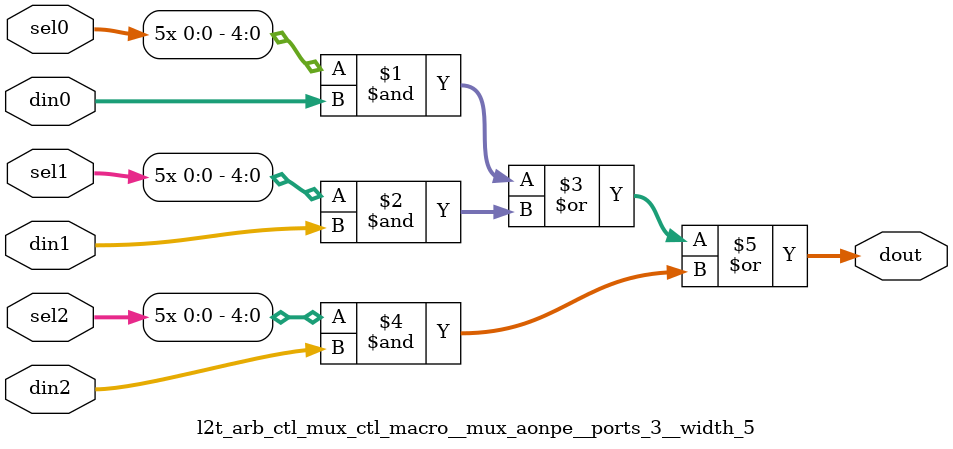
<source format=v>
`define ADDR_MAP_HI      39
`define ADDR_MAP_LO      32
`define IO_ADDR_BIT      39

`define DRAM_DATA_LO     8'h00
`define DRAM_DATA_HI     8'h7f

// IOP space
`define JBUS1            8'h80
`define HASH_TBL_NRAM_CSR 8'h81
`define RESERVED_1       8'h82
`define ENET_MAC_CSR     8'h83
`define ENET_ING_CSR     8'h84
`define ENET_EGR_CMD_CSR 8'h85
`define ENET_EGR_DP_CSR  8'h86
`define RESERVED_2_LO    8'h87
`define RESERVED_2_HI    8'h92
`define BSC_CSR          8'h93
`define RESERVED_3       8'h94
`define RAND_GEN_CSR     8'h95
`define CLOCK_UNIT_CSR   8'h96
`define DRAM_CSR         8'h97
`define IOB_MAN_CSR      8'h98
`define TAP_CSR          8'h99
`define RESERVED_4_L0    8'h9a
`define RESERVED_4_HI    8'h9d
`define CPU_ASI          8'h9e
`define IOB_INT_CSR      8'h9f

// L2 space
`define L2C_CSR_LO       8'ha0
`define L2C_CSR_HI       8'hbf

// More IOP space
`define JBUS2_LO         8'hc0
`define JBUS2_HI         8'hfe
`define SPI_CSR          8'hff


//Cache Crossbar Width and Field Defines
//======================================
`define	PCX_WIDTH	130  //PCX payload packet width , BS and SR 11/12/03 N2 Xbar Packet format change
`define	PCX_WIDTH_LESS1	129  //PCX payload packet width , BS and SR 11/12/03 N2 Xbar Packet format change
`define	CPX_WIDTH	146  //CPX payload packet width, BS and SR 11/12/03 N2 Xbar Packet format change
`define	CPX_WIDTH_LESS1	145  //CPX payload packet width, BS and SR 11/12/03 N2 Xbar Packet format change
`define	CPX_WIDTH11	134 
`define	CPX_WIDTH11c	134c
`define	CPX_WIDTHc	146c  //CPX payload packet width , BS and SR 11/12/03 N2 Xbar Packet format change

`define PCX_VLD         123  //PCX packet valid 
`define PCX_RQ_HI       122  //PCX request type field 
`define PCX_RQ_LO       118
`define PCX_NC          117  //PCX non-cacheable bit
`define PCX_R           117  //PCX read/!write bit 
`define PCX_CP_HI       116  //PCX cpu_id field
`define PCX_CP_LO       114
`define PCX_TH_HI       113  //PCX Thread field
`define PCX_TH_LO       112
`define PCX_BF_HI       111  //PCX buffer id field
`define PCX_INVALL      111
`define PCX_BF_LO       109
`define PCX_WY_HI       108  //PCX replaced L1 way field
`define PCX_WY_LO       107
`define PCX_P_HI        108  //PCX packet ID, 1st STQ - 10, 2nd - 01
`define PCX_P_LO        107
`define PCX_SZ_HI       106  //PCX load/store size field
`define PCX_SZ_LO       104
`define PCX_ERR_HI      106  //PCX error field
`define PCX_ERR_LO      104
`define PCX_AD_HI       103  //PCX address field
`define PCX_AD_LO        64
`define PCX_DA_HI        63  //PCX Store data
`define PCX_DA_LO         0  

`define PCX_SZ_1B    3'b000  // encoding for 1B access
`define PCX_SZ_2B    3'b001  // encoding for 2B access
`define PCX_SZ_4B    3'b010  // encoding for 4B access
`define PCX_SZ_8B    3'b011  // encoding for 8B access
`define PCX_SZ_16B   3'b100  // encoding for 16B access

`define CPX_VLD         145  //CPX payload packet valid

`define CPX_RQ_HI       144  //CPX Request type
`define CPX_RQ_LO       141
`define CPX_L2MISS      140
`define CPX_ERR_HI      140  //CPX error field
`define CPX_ERR_LO      138
`define CPX_NC          137  //CPX non-cacheable
`define CPX_R           137  //CPX read/!write bit
`define CPX_TH_HI       136  //CPX thread ID field 
`define CPX_TH_LO       134

//bits 133:128 are shared by different fields
//for different packet types.

`define CPX_IN_HI       133  //CPX Interrupt source 
`define CPX_IN_LO       128  

`define CPX_WYVLD       133  //CPX replaced way valid
`define CPX_WY_HI       132  //CPX replaced I$/D$ way
`define CPX_WY_LO       131
`define CPX_BF_HI       130  //CPX buffer ID field - 3 bits
`define CPX_BF_LO       128

`define CPX_SI_HI       132  //L1 set ID - PA[10:6]- 5 bits
`define CPX_SI_LO       128  //used for invalidates

`define CPX_P_HI        131  //CPX packet ID, 1st STQ - 10, 2nd - 01 
`define CPX_P_LO        130

`define CPX_ASI         130  //CPX forward request to ASI
`define CPX_IF4B        130
`define CPX_IINV        124
`define CPX_DINV        123
`define CPX_INVPA5      122
`define CPX_INVPA4      121
`define CPX_CPUID_HI    120
`define CPX_CPUID_LO    118
`define CPX_INV_PA_HI   116
`define CPX_INV_PA_LO   112
`define CPX_INV_IDX_HI   117
`define CPX_INV_IDX_LO   112

`define CPX_DA_HI       127  //CPX data payload
`define CPX_DA_LO         0

`define	LOAD_RQ		5'b00000
`define MMU_RQ          5'b01000 // BS and SR 11/12/03 N2 Xbar Packet format change
`define	IMISS_RQ	5'b10000
`define	STORE_RQ	5'b00001
`define	CAS1_RQ		5'b00010
`define	CAS2_RQ		5'b00011
`define	SWAP_RQ		5'b00111 
`define	STRLOAD_RQ	5'b00100
`define	STRST_RQ	5'b00101
`define STQ_RQ          5'b00111
`define INT_RQ          5'b01001
`define FWD_RQ          5'b01101
`define FWD_RPY         5'b01110
`define RSVD_RQ         5'b11111

`define LOAD_RET        4'b0000
`define INV_RET         4'b0011
`define ST_ACK          4'b0100
`define AT_ACK          4'b0011
`define INT_RET         4'b0111
`define TEST_RET        4'b0101
`define FP_RET          4'b1000
`define IFILL_RET       4'b0001
`define	EVICT_REQ	4'b0011
//`define INVAL_ACK       4'b1000
`define INVAL_ACK       4'b0100
`define	ERR_RET		4'b1100
`define STRLOAD_RET     4'b0010
`define STRST_ACK       4'b0110
`define FWD_RQ_RET      4'b1010
`define FWD_RPY_RET     4'b1011
`define RSVD_RET        4'b1111

//End cache crossbar defines


// Number of COS supported by EECU 
`define EECU_COS_NUM  	  2


// 
// BSC bus sizes
// =============
//

// General
`define BSC_ADDRESS      40
`define MAX_XFER_LEN     7'b0
`define XFER_LEN_WIDTH   6

// CTags
`define BSC_CTAG_SZ      12
`define EICU_CTAG_PRE    5'b11101
`define EICU_CTAG_REM    7
`define EIPU_CTAG_PRE    3'b011
`define EIPU_CTAG_REM    9
`define EECU_CTAG_PRE    8'b11010000
`define EECU_CTAG_REM    4
`define EEPU_CTAG_PRE    6'b010000
`define EEPU_CTAG_REM    6
`define L2C_CTAG_PRE     2'b00
`define L2C_CTAG_REM     10
`define JBI_CTAG_PRE     2'b10
`define JBI_CTAG_REM     10
// reinstated temporarily
`define PCI_CTAG_PRE     7'b1101100
`define PCI_CTAG_REM     5


// CoS
`define EICU_COS         1'b0
`define EIPU_COS         1'b1
`define EECU_COS         1'b0
`define EEPU_COS         1'b1
`define PCI_COS          1'b0

// L2$ Bank
`define BSC_L2_BNK_HI    8
`define BSC_L2_BNK_LO    6

// L2$ Req
`define BSC_L2_REQ_SZ   62
`define BSC_L2_REQ	`BSC_L2_REQ_SZ	// used by rams in L2 code
`define BSC_L2_BUS      64
`define BSC_L2_CTAG_HI  61
`define BSC_L2_CTAG_LO  50
`define BSC_L2_ADD_HI   49
`define BSC_L2_ADD_LO   10
`define BSC_L2_LEN_HI    9
`define BSC_L2_LEN_LO    3
`define BSC_L2_ALLOC     2
`define BSC_L2_COS       1
`define BSC_L2_READ      0   

// L2$ Ack
`define L2_BSC_ACK_SZ   16
`define L2_BSC_BUS      64
`define L2_BSC_CBA_HI   14    // CBA - Critical Byte Address
`define L2_BSC_CBA_LO   13
`define L2_BSC_READ     12
`define L2_BSC_CTAG_HI  11
`define L2_BSC_CTAG_LO   0

// Enet Egress Command Unit
`define EECU_REQ_BUS    44
`define EECU_REQ_SZ     44
`define EECU_R_QID_HI   43
`define EECU_R_QID_LO   40
`define EECU_R_ADD_HI   39
`define EECU_R_ADD_LO    0

`define EECU_ACK_BUS    64
`define EECU_ACK_SZ      5
`define EECU_A_NACK      4
`define EECU_A_QID_HI    3
`define EECU_A_QID_LO    0


// Enet Egress Packet Unit
`define EEPU_REQ_BUS    55
`define EEPU_REQ_SZ     55
`define EEPU_R_TLEN_HI  54
`define EEPU_R_TLEN_LO  48
`define EEPU_R_SOF      47
`define EEPU_R_EOF      46
`define EEPU_R_PORT_HI  45
`define EEPU_R_PORT_LO  44
`define EEPU_R_QID_HI   43
`define EEPU_R_QID_LO   40
`define EEPU_R_ADD_HI   39
`define EEPU_R_ADD_LO    0

// This is cleaved in between Egress Datapath Ack's
`define EEPU_ACK_BUS     6
`define EEPU_ACK_SZ      6
`define EEPU_A_EOF       5
`define EEPU_A_NACK      4
`define EEPU_A_QID_HI    3
`define EEPU_A_QID_LO    0


// Enet Egress Datapath
`define EEDP_ACK_BUS   128
`define EEDP_ACK_SZ     28
`define EEDP_A_NACK     27
`define EEDP_A_QID_HI   26
`define EEDP_A_QID_LO   21
`define EEDP_A_SOF      20
`define EEDP_A_EOF      19
`define EEDP_A_LEN_HI   18
`define EEDP_A_LEN_LO   12
`define EEDP_A_TAG_HI   11
`define EEDP_A_TAG_LO    0
`define EEDP_A_PORT_HI   5
`define EEDP_A_PORT_LO   4
`define EEDP_A_PORT_WIDTH 2


// In-Order / Ordered Queue: EEPU
// Tag is: TLEN, SOF, EOF, QID = 15
`define EEPU_TAG_ARY     (7+1+1+6)
`define EEPU_ENTRIES     16
`define EEPU_E_IDX        4
`define EEPU_PORTS        4
`define EEPU_P_IDX        2

// Nack + Tag Info + CTag
`define IOQ_TAG_ARY      (1+`EEPU_TAG_ARY+12)
`define EEPU_TAG_LOC     (`EEPU_P_IDX+`EEPU_E_IDX)


// ENET Ingress Queue Management Req
`define EICU_REQ_BUS     64 
`define EICU_REQ_SZ      62
`define EICU_R_CTAG_HI   61
`define EICU_R_CTAG_LO   50
`define EICU_R_ADD_HI    49
`define EICU_R_ADD_LO    10
`define EICU_R_LEN_HI     9
`define EICU_R_LEN_LO     3
`define EICU_R_COS        1
`define EICU_R_READ       0   


// ENET Ingress Queue Management Ack
`define EICU_ACK_BUS     64
`define EICU_ACK_SZ      14
`define EICU_A_NACK      13
`define EICU_A_READ      12
`define EICU_A_CTAG_HI   11
`define EICU_A_CTAG_LO    0


// Enet Ingress Packet Unit
`define EIPU_REQ_BUS    128 
`define EIPU_REQ_SZ      59
`define EIPU_R_CTAG_HI   58
`define EIPU_R_CTAG_LO   50
`define EIPU_R_ADD_HI    49
`define EIPU_R_ADD_LO    10
`define EIPU_R_LEN_HI     9
`define EIPU_R_LEN_LO     3
`define EIPU_R_COS        1
`define EIPU_R_READ       0   


// ENET Ingress Packet Unit Ack
`define EIPU_ACK_BUS      10
`define EIPU_ACK_SZ       10
`define EIPU_A_NACK       9
`define EIPU_A_CTAG_HI    8
`define EIPU_A_CTAG_LO    0


// In-Order / Ordered Queue: PCI
// Tag is: CTAG
`define PCI_TAG_ARY     12
`define PCI_ENTRIES     16
`define PCI_E_IDX        4
`define PCI_PORTS        2

// PCI-X Request
`define PCI_REQ_BUS      64
`define PCI_REQ_SZ       62
`define PCI_R_CTAG_HI    61
`define PCI_R_CTAG_LO    50
`define PCI_R_ADD_HI     49
`define PCI_R_ADD_LO     10
`define PCI_R_LEN_HI      9
`define PCI_R_LEN_LO      3
`define PCI_R_COS         1
`define PCI_R_READ        0

// PCI_X Acknowledge
`define PCI_ACK_BUS      64
`define PCI_ACK_SZ       14
`define PCI_A_NACK       13
`define PCI_A_READ       12 
`define PCI_A_CTAG_HI    11
`define PCI_A_CTAG_LO     0


`define BSC_MAX_REQ_SZ   62


//
// BSC array sizes
//================
//
`define BSC_REQ_ARY_INDEX        6
`define BSC_REQ_ARY_DEPTH       64
`define BSC_REQ_ARY_WIDTH       62
`define BSC_REQ_NXT_WIDTH       12
`define BSC_ACK_ARY_INDEX        6
`define BSC_ACK_ARY_DEPTH       64
`define BSC_ACK_ARY_WIDTH       14
`define BSC_ACK_NXT_WIDTH       12
`define BSC_PAY_ARY_INDEX        6
`define BSC_PAY_ARY_DEPTH       64
`define BSC_PAY_ARY_WIDTH      256

// ECC syndrome bits per memory element
`define BSC_PAY_ECC             10
`define BSC_PAY_MEM_WIDTH       (`BSC_PAY_ECC+`BSC_PAY_ARY_WIDTH)


//
// BSC Port Definitions
// ====================
//
// Bits 7 to 4 of curr_port_id
`define BSC_PORT_NULL       4'h0
`define BSC_PORT_SC         4'h1
`define BSC_PORT_EICU       4'h2
`define BSC_PORT_EIPU       4'h3
`define BSC_PORT_EECU       4'h4
`define BSC_PORT_EEPU       4'h8
`define BSC_PORT_PCI        4'h9

// Number of ports of each type
`define BSC_PORT_SC_CNT     8

// Bits needed to represent above
`define BSC_PORT_SC_IDX     3

// How wide the linked list pointers are
// 60b for no payload (2CoS)
// 80b for payload (2CoS)

//`define BSC_OBJ_PTR   80
//`define BSC_HD1_HI    69
//`define BSC_HD1_LO    60
//`define BSC_TL1_HI    59
//`define BSC_TL1_LO    50
//`define BSC_CT1_HI    49
//`define BSC_CT1_LO    40
//`define BSC_HD0_HI    29
//`define BSC_HD0_LO    20
//`define BSC_TL0_HI    19
//`define BSC_TL0_LO    10
//`define BSC_CT0_HI     9
//`define BSC_CT0_LO     0

`define BSC_OBJP_PTR  48
`define BSC_PYP1_HI   47
`define BSC_PYP1_LO   42
`define BSC_HDP1_HI   41
`define BSC_HDP1_LO   36
`define BSC_TLP1_HI   35
`define BSC_TLP1_LO   30
`define BSC_CTP1_HI   29
`define BSC_CTP1_LO   24
`define BSC_PYP0_HI   23
`define BSC_PYP0_LO   18
`define BSC_HDP0_HI   17
`define BSC_HDP0_LO   12
`define BSC_TLP0_HI   11
`define BSC_TLP0_LO    6
`define BSC_CTP0_HI    5
`define BSC_CTP0_LO    0

`define BSC_PTR_WIDTH     192
`define BSC_PTR_REQ_HI    191
`define BSC_PTR_REQ_LO    144
`define BSC_PTR_REQP_HI   143
`define BSC_PTR_REQP_LO    96
`define BSC_PTR_ACK_HI     95
`define BSC_PTR_ACK_LO     48
`define BSC_PTR_ACKP_HI    47
`define BSC_PTR_ACKP_LO     0

`define BSC_PORT_SC_PTR    96       // R, R+P
`define BSC_PORT_EECU_PTR  48       // A+P
`define BSC_PORT_EICU_PTR  96       // A, A+P
`define BSC_PORT_EIPU_PTR  48       // A

// I2C STATES in DRAMctl
`define I2C_CMD_NOP   4'b0000
`define I2C_CMD_START 4'b0001
`define I2C_CMD_STOP  4'b0010
`define I2C_CMD_WRITE 4'b0100
`define I2C_CMD_READ  4'b1000


//
// IOB defines
// ===========
//
`define IOB_ADDR_WIDTH       40
`define IOB_LOCAL_ADDR_WIDTH 32

`define IOB_CPU_INDEX         3
`define IOB_CPU_WIDTH         8
`define IOB_THR_INDEX         2
`define IOB_THR_WIDTH         4
`define IOB_CPUTHR_INDEX      5
`define IOB_CPUTHR_WIDTH     32

`define IOB_MONDO_DATA_INDEX  5
`define IOB_MONDO_DATA_DEPTH 32
`define IOB_MONDO_DATA_WIDTH 64
`define IOB_MONDO_SRC_WIDTH   5
`define IOB_MONDO_BUSY        5

`define IOB_INT_TAB_INDEX     6
`define IOB_INT_TAB_DEPTH    64 

`define IOB_INT_STAT_WIDTH   32
`define IOB_INT_STAT_HI      31
`define IOB_INT_STAT_LO       0

`define IOB_INT_VEC_WIDTH     6
`define IOB_INT_VEC_HI        5
`define IOB_INT_VEC_LO        0

`define IOB_INT_CPU_WIDTH     5
`define IOB_INT_CPU_HI       12 
`define IOB_INT_CPU_LO        8

`define IOB_INT_MASK          2
`define IOB_INT_CLEAR         1
`define IOB_INT_PEND          0

`define IOB_DISP_TYPE_HI     17
`define IOB_DISP_TYPE_LO     16
`define IOB_DISP_THR_HI      12
`define IOB_DISP_THR_LO       8
`define IOB_DISP_VEC_HI       5
`define IOB_DISP_VEC_LO       0

`define IOB_JBI_RESET         1
`define IOB_ENET_RESET        0

`define IOB_RESET_STAT_WIDTH  3
`define IOB_RESET_STAT_HI     3
`define IOB_RESET_STAT_LO     1

`define IOB_SERNUM_WIDTH     64

`define IOB_FUSE_WIDTH       22

`define IOB_TMSTAT_THERM     63

`define IOB_POR_TT            6'b01  // power-on-reset trap type

`define IOB_CPU_BUF_INDEX     4

`define IOB_INT_BUF_INDEX     4  
`define IOB_INT_BUF_WIDTH   153  // interrupt table read result buffer width

`define IOB_IO_BUF_INDEX      4
`define IOB_IO_BUF_WIDTH    153  // io-2-cpu return buffer width

`define IOB_L2_VIS_BUF_INDEX  5
`define IOB_L2_VIS_BUF_WIDTH 48  // l2 visibility buffer width

`define IOB_INT_AVEC_WIDTH   16  // availibility vector width
`define IOB_ACK_AVEC_WIDTH   16  // availibility vector width 

// fixme - double check address mapping
// CREG in `IOB_INT_CSR space
`define IOB_DEV_ADDR_MASK    32'hfffffe07
`define IOB_CREG_INTSTAT     32'h00000000
`define IOB_CREG_MDATA0      32'h00000400
`define IOB_CREG_MDATA1      32'h00000500
`define IOB_CREG_MBUSY       32'h00000900
`define IOB_THR_ADDR_MASK    32'hffffff07
`define IOB_CREG_MDATA0_ALIAS 32'h00000600
`define IOB_CREG_MDATA1_ALIAS 32'h00000700
`define IOB_CREG_MBUSY_ALIAS  32'h00000b00

// CREG in `IOB_MAN_CSR space
`define IOB_CREG_INTMAN      32'h00000000
`define IOB_CREG_INTCTL      32'h00000400
`define IOB_CREG_INTVECDISP  32'h00000800
`define IOB_CREG_RESETSTAT   32'h00000810
`define IOB_CREG_SERNUM      32'h00000820
`define IOB_CREG_TMSTATCTRL  32'h00000828
`define IOB_CREG_COREAVAIL   32'h00000830
`define IOB_CREG_SSYSRESET   32'h00000838
`define IOB_CREG_FUSESTAT    32'h00000840
`define IOB_CREG_JINTV       32'h00000a00

`define IOB_CREG_DBG_L2VIS_CTRL    32'h00001800 
`define IOB_CREG_DBG_L2VIS_MASKA   32'h00001820 
`define IOB_CREG_DBG_L2VIS_MASKB   32'h00001828 
`define IOB_CREG_DBG_L2VIS_CMPA    32'h00001830
`define IOB_CREG_DBG_L2VIS_CMPB    32'h00001838
`define IOB_CREG_DBG_L2VIS_TRIG    32'h00001840
`define IOB_CREG_DBG_IOBVIS_CTRL   32'h00001000
`define IOB_CREG_DBG_ENET_CTRL     32'h00002000
`define IOB_CREG_DBG_ENET_IDLEVAL  32'h00002008
`define IOB_CREG_DBG_JBUS_CTRL     32'h00002100
`define IOB_CREG_DBG_JBUS_LO_MASK0 32'h00002140
`define IOB_CREG_DBG_JBUS_LO_MASK1 32'h00002160
`define IOB_CREG_DBG_JBUS_LO_CMP0  32'h00002148
`define IOB_CREG_DBG_JBUS_LO_CMP1  32'h00002168
`define IOB_CREG_DBG_JBUS_LO_CNT0  32'h00002150
`define IOB_CREG_DBG_JBUS_LO_CNT1  32'h00002170
`define IOB_CREG_DBG_JBUS_HI_MASK0 32'h00002180
`define IOB_CREG_DBG_JBUS_HI_MASK1 32'h000021a0
`define IOB_CREG_DBG_JBUS_HI_CMP0  32'h00002188
`define IOB_CREG_DBG_JBUS_HI_CMP1  32'h000021a8
`define IOB_CREG_DBG_JBUS_HI_CNT0  32'h00002190
`define IOB_CREG_DBG_JBUS_HI_CNT1  32'h000021b0

`define IOB_CREG_TESTSTUB    32'h80000000

// Address map for TAP access of SPARC ASI
`define IOB_ASI_PC            4'b0000
`define IOB_ASI_BIST          4'b0001
`define IOB_ASI_MARGIN        4'b0010
`define IOB_ASI_DEFEATURE     4'b0011
`define IOB_ASI_L1DD          4'b0100
`define IOB_ASI_L1ID          4'b0101
`define IOB_ASI_L1DT          4'b0110

`define IOB_INT               2'b00
`define IOB_RESET             2'b01
`define IOB_IDLE              2'b10
`define IOB_RESUME            2'b11

//
// CIOP UCB Bus Width
// ==================
//
`define IOB_EECU_WIDTH       16  // ethernet egress command
`define EECU_IOB_WIDTH       16

`define IOB_NRAM_WIDTH       16  // NRAM (RLDRAM previously)
`define NRAM_IOB_WIDTH        4

`define IOB_JBI_WIDTH        16  // JBI
`define JBI_IOB_WIDTH        16 

`define IOB_ENET_ING_WIDTH   32  // ethernet ingress
`define ENET_ING_IOB_WIDTH    8

`define IOB_ENET_EGR_WIDTH    4  // ethernet egress
`define ENET_EGR_IOB_WIDTH    4

`define IOB_ENET_MAC_WIDTH    4  // ethernet MAC
`define ENET_MAC_IOB_WIDTH    4

`define IOB_DRAM_WIDTH        4  // DRAM controller
`define DRAM_IOB_WIDTH        4

`define IOB_BSC_WIDTH         4  // BSC
`define BSC_IOB_WIDTH         4

`define IOB_SPI_WIDTH         4  // SPI (Boot ROM)
`define SPI_IOB_WIDTH         4

`define IOB_CLK_WIDTH         4  // clk unit
`define CLK_IOB_WIDTH         4

`define IOB_CLSP_WIDTH        4  // clk spine unit
`define CLSP_IOB_WIDTH        4

`define IOB_TAP_WIDTH         8  // TAP
`define TAP_IOB_WIDTH         8


//
// CIOP UCB Buf ID Type
// ====================
//
`define UCB_BID_CMP          2'b00
`define UCB_BID_TAP          2'b01

//
// Interrupt Device ID
// ===================
//
// Caution: DUMMY_DEV_ID has to be 9 bit wide
//          for fields to line up properly in the IOB.
`define DUMMY_DEV_ID         9'h10   // 16
`define UNCOR_ECC_DEV_ID     7'd17   // 17

//
// Soft Error related definitions 
// ==============================
//
`define COR_ECC_CNT_WIDTH   16


//
// CMP clock
// =========
//

`define CMP_CLK_PERIOD   1333


//
// NRAM/IO Interface
// =================
//

`define DRAM_CLK_PERIOD  6000

`define NRAM_IO_DQ_WIDTH   32
`define IO_NRAM_DQ_WIDTH   32

`define NRAM_IO_ADDR_WIDTH 15
`define NRAM_IO_BA_WIDTH    2


//
// NRAM/ENET Interface
// ===================
//

`define NRAM_ENET_DATA_WIDTH 64
`define ENET_NRAM_ADDR_WIDTH 20

`define NRAM_DBG_DATA_WIDTH  40


//
// IO/FCRAM Interface
// ==================
//

`define FCRAM_DATA1_HI       63
`define FCRAM_DATA1_LO       32
`define FCRAM_DATA0_HI       31
`define FCRAM_DATA0_LO        0

//
// PCI Interface
// ==================
// Load/store size encodings
// -------------------------
// Size encoding
// 000 - byte
// 001 - half-word
// 010 - word
// 011 - double-word
// 100 - quad
`define LDST_SZ_BYTE        3'b000
`define LDST_SZ_HALF_WORD   3'b001
`define LDST_SZ_WORD        3'b010
`define LDST_SZ_DOUBLE_WORD 3'b011
`define LDST_SZ_QUAD        3'b100

//
// JBI<->SCTAG Interface
// =======================
// Outbound Header Format
`define JBI_BTU_OUT_ADDR_LO      0
`define JBI_BTU_OUT_ADDR_HI     42
`define JBI_BTU_OUT_RSV0_LO     43
`define JBI_BTU_OUT_RSV0_HI     43
`define JBI_BTU_OUT_TYPE_LO     44
`define JBI_BTU_OUT_TYPE_HI     48
`define JBI_BTU_OUT_RSV1_LO     49
`define JBI_BTU_OUT_RSV1_HI     51
`define JBI_BTU_OUT_REPLACE_LO  52
`define JBI_BTU_OUT_REPLACE_HI  56
`define JBI_BTU_OUT_RSV2_LO     57
`define JBI_BTU_OUT_RSV2_HI     59
`define JBI_BTU_OUT_BTU_ID_LO   60
`define JBI_BTU_OUT_BTU_ID_HI   71
`define JBI_BTU_OUT_DATA_RTN    72
`define JBI_BTU_OUT_RSV3_LO     73
`define JBI_BTU_OUT_RSV3_HI     75
`define JBI_BTU_OUT_CE          76
`define JBI_BTU_OUT_RSV4_LO     77
`define JBI_BTU_OUT_RSV4_HI     79
`define JBI_BTU_OUT_UE          80
`define JBI_BTU_OUT_RSV5_LO     81
`define JBI_BTU_OUT_RSV5_HI     83
`define JBI_BTU_OUT_DRAM        84
`define JBI_BTU_OUT_RSV6_LO     85
`define JBI_BTU_OUT_RSV6_HI    127

// Inbound Header Format
`define JBI_SCTAG_IN_ADDR_LO   0
`define JBI_SCTAG_IN_ADDR_HI  39
`define JBI_SCTAG_IN_SZ_LO    40
`define JBI_SCTAG_IN_SZ_HI    42
`define JBI_SCTAG_IN_RSV0     43
`define JBI_SCTAG_IN_TAG_LO   44
`define JBI_SCTAG_IN_TAG_HI   55
`define JBI_SCTAG_IN_REQ_LO   56
`define JBI_SCTAG_IN_REQ_HI   58
`define JBI_SCTAG_IN_POISON   59
`define JBI_SCTAG_IN_RSV1_LO  60
`define JBI_SCTAG_IN_RSV1_HI  63

`define JBI_SCTAG_REQ_WRI   3'b100
`define JBI_SCTAG_REQ_WR8   3'b010
`define JBI_SCTAG_REQ_RDD   3'b001
`define JBI_SCTAG_REQ_WRI_BIT 2
`define JBI_SCTAG_REQ_WR8_BIT 1
`define JBI_SCTAG_REQ_RDD_BIT 0

//
// JBI->IOB Mondo Header Format
// ============================
//
`define JBI_IOB_MONDO_RSV1_HI       15 // reserved 1
`define JBI_IOB_MONDO_RSV1_LO       13
`define JBI_IOB_MONDO_TRG_HI        12 // interrupt target
`define JBI_IOB_MONDO_TRG_LO         8 
`define JBI_IOB_MONDO_RSV0_HI        7 // reserved 0
`define JBI_IOB_MONDO_RSV0_LO        5
`define JBI_IOB_MONDO_SRC_HI         4 // interrupt source
`define JBI_IOB_MONDO_SRC_LO         0

`define JBI_IOB_MONDO_RSV1_WIDTH     3 
`define JBI_IOB_MONDO_TRG_WIDTH      5
`define JBI_IOB_MONDO_RSV0_WIDTH     3 
`define JBI_IOB_MONDO_SRC_WIDTH      5

// JBI->IOB Mondo Bus Width/Cycle
// ==============================
// Cycle  1 Header[15:8]
// Cycle  2 Header[ 7:0]
// Cycle  3 J_AD[127:120]
// Cycle  4 J_AD[119:112]
// .....
// Cycle 18 J_AD[  7:  0]
`define JBI_IOB_MONDO_BUS_WIDTH      8
`define JBI_IOB_MONDO_BUS_CYCLE     18 // 2 header + 16 data


 

`define	IQ_SIZE	8
`define	OQ_SIZE	12
`define	TAG_WIDTH	28
`define	TAG_WIDTH_LESS1	27
`define	TAG_WIDTHr	28r
`define	TAG_WIDTHc	28c
`define	TAG_WIDTH6	22
`define	TAG_WIDTH6r	22r
`define	TAG_WIDTH6c	22c


`define	MBD_WIDTH	106    // BS and SR 11/12/03 N2 Xbar Packet format change

// BS and SR 11/12/03 N2 Xbar Packet format change

`define	MBD_ECC_HI	105
`define	MBD_ECC_HI_PLUS1	106
`define	MBD_ECC_HI_PLUS5	110
`define	MBD_ECC_LO	100
`define	MBD_EVICT	99 
`define	MBD_DEP		98
`define	MBD_TECC	97
`define	MBD_ENTRY_HI	96
`define	MBD_ENTRY_LO	93

`define	MBD_POISON	92   
`define	MBD_RDMA_HI	91
`define	MBD_RDMA_LO	90
`define	MBD_RQ_HI	89
`define	MBD_RQ_LO	85
`define	MBD_NC		84
`define	MBD_RSVD	83
`define	MBD_CP_HI	82
`define	MBD_CP_LO	80
`define	MBD_TH_HI	79
`define	MBD_TH_LO	77
`define	MBD_BF_HI	76
`define	MBD_BF_LO	74
`define	MBD_WY_HI	73
`define	MBD_WY_LO	72
`define	MBD_SZ_HI	71
`define	MBD_SZ_LO	64
`define	MBD_DATA_HI	63
`define	MBD_DATA_LO	0

// BS and SR 11/12/03 N2 Xbar Packet format change
`define	L2_FBF		40
`define	L2_MBF		39
`define	L2_SNP		38
`define	L2_CTRUE	37
`define	L2_EVICT  	36
`define	L2_DEP		35
`define	L2_TECC		34
`define	L2_ENTRY_HI	33
`define	L2_ENTRY_LO	29

`define	L2_POISON	28
`define	L2_RDMA_HI	27
`define	L2_RDMA_LO	26
// BS and SR 11/12/03 N2 Xbar Packet format change , maps to bits [128:104] of PCXS packet , ther than RSVD bit
`define	L2_RQTYP_HI	25
`define	L2_RQTYP_LO	21
`define	L2_NC		20
`define	L2_RSVD		19
`define	L2_CPUID_HI	18
`define	L2_CPUID_LO	16
`define	L2_TID_HI	15	
`define	L2_TID_LO	13	
`define	L2_BUFID_HI     12	
`define	L2_BUFID_LO	10	
`define	L2_L1WY_HI	9
`define	L2_L1WY_LO	8
`define	L2_SZ_HI	7
`define	L2_SZ_LO	0


`define	ERR_MEU		63
`define	ERR_MEC		62
`define	ERR_RW		61
`define	ERR_ASYNC	60
`define	ERR_TID_HI	59 // PRM needs to change to reflect this : TID will be bits [59:54] instead of [58:54]
`define	ERR_TID_LO	54
`define	ERR_LDAC	53
`define	ERR_LDAU	52
`define	ERR_LDWC	51
`define	ERR_LDWU	50
`define	ERR_LDRC	49
`define	ERR_LDRU	48
`define	ERR_LDSC	47
`define	ERR_LDSU	46
`define	ERR_LTC		45
`define	ERR_LRU		44
`define	ERR_LVU		43
`define	ERR_DAC		42
`define	ERR_DAU		41
`define	ERR_DRC		40
`define	ERR_DRU		39
`define	ERR_DSC		38
`define	ERR_DSU		37
`define	ERR_VEC		36
`define	ERR_VEU		35
`define ERR_LVC         34
`define	ERR_SYN_HI	31
`define	ERR_SYN_LO	0



`define ERR_MEND	51
`define ERR_NDRW	50
`define ERR_NDSP	49
`define ERR_NDDM	48
`define ERR_NDVCID_HI   45
`define ERR_NDVCID_LO   40
`define ERR_NDADR_HI    39
`define ERR_NDADR_LO    4


//  Phase 2 : SIU Inteface and format change

`define	JBI_HDR_SZ	26 // BS and SR 11/12/03 N2 Xbar Packet format change
`define	JBI_HDR_SZ_LESS1	25 // BS and SR 11/12/03 N2 Xbar Packet format change
`define	JBI_HDR_SZ4     23	
`define	JBI_HDR_SZc	27c
`define	JBI_HDR_SZ4c    23c	

`define	JBI_ADDR_LO	0	
`define	JBI_ADDR_HI	7	
`define	JBI_SZ_LO	8	
`define	JBI_SZ_HI	15	
// `define	JBI_RSVD	16	NOt used
`define	JBI_CTAG_LO	16	
`define	JBI_CTAG_HI	23	
`define	JBI_RQ_RD	24	
`define	JBI_RQ_WR8	25	
`define	JBI_RQ_WR64	26	
`define JBI_OPES_LO	27	// 0 = 30, P=29, E=28, S=27
`define JBI_OPES_HI	30
`define	JBI_RQ_POISON	31	
`define	JBI_ENTRY_LO	32
`define	JBI_ENTRY_HI	33

//  Phase 2 : SIU Inteface and format change
// BS and SR 11/12/03 N2 Xbar Packet format change :
`define	JBINST_SZ_LO	0	
`define	JBINST_SZ_HI	7	
// `define	JBINST_RSVD	8 NOT used	
`define	JBINST_CTAG_LO	8	
`define	JBINST_CTAG_HI	15	
`define	JBINST_RQ_RD	16	
`define	JBINST_RQ_WR8	17	
`define	JBINST_RQ_WR64	18	
`define JBINST_OPES_LO  19	// 0 = 22, P=21, E=20, S=19
`define JBINST_OPES_HI  22
`define	JBINST_ENTRY_LO	23
`define	JBINST_ENTRY_HI	24
`define	JBINST_POISON   25


`define	ST_REQ_ST	1
`define	LD_REQ_ST	2
`define	IDLE	0


 
//%%%%%%%%%%%%%%%%%%%%%%%%%%%%%%%%%%%%%%%%%%%%%% 
// Description: 
//	This module contains the following 
//	// Mux sel logic for arbitration. 
//	// select logic for advancing IQ/SNP/MB/FB pointers. 
//	// mux selects for the dir CAM address muxes in arbadr. 
//	// Mux selects for the error addresses 
//	// Instruction valid C1 and C2  
//%%%%%%%%%%%%%%%%%%%%%%%%%%%%%%%%%%%%%%%%%%%%%% 
 
//////////////////////////////////////////////////////////////////////// 
// Local header file includes / local define 
//////////////////////////////////////////////////////////////////////// 
 
module l2t_arb_ctl (
  tcu_pce_ov, 
  tcu_aclk, 
  tcu_bclk, 
  tcu_scan_en, 
  arbadr_ncu_l2t_pm_n_dist, 
  arbadr_2bnk_true_enbld_dist, 
  arbadr_4bnk_true_enbld_dist, 
  arbadr_arbdp_addr87_c2, 
  ncu_spc0_core_enable_status, 
  ncu_spc1_core_enable_status, 
  ncu_spc2_core_enable_status, 
  ncu_spc3_core_enable_status, 
  ncu_spc4_core_enable_status, 
  ncu_spc5_core_enable_status, 
  ncu_spc6_core_enable_status, 
  ncu_spc7_core_enable_status, 
  oqu_arb_full_px2, 
  misbuf_arb_vld_px1, 
  misbuf_arb_cnt28_px2_prev, 
  misbuf_arb_snp_cnt8_px1, 
  wbuf_arb_full_px1, 
  misbuf_arb_hit_c3, 
  arb_misbuf_inval_inst_c2, 
  filbuf_arb_vld_px1, 
  iqu_iq_arb_vld_px2, 
  iqu_iq_arb_vld_px2_v1, 
  ique_iq_arb_vbit_px2, 
  ique_iq_arb_atm_px2, 
  ique_iq_arb_csr_px2, 
  ique_iq_arb_st_px2, 
  ique_arb_pf_ice_px2, 
  snp_snpq_arb_vld_px1, 
  arb_l2drpt_waysel_gate_c1, 
  tag_deccck_data_sel_c8, 
  tag_rdma_vld_px1, 
  tag_data_ecc_active_c3, 
  tag_decc_tag_acc_en_px2, 
  misbuf_nondep_fbhit_c3, 
  misbuf_hit_st_dep_zero, 
  tag_hit_unqual_c3, 
  mbist_arb_l2d_en, 
  bist_vuad_rd_en_px1, 
  mbist_run, 
  arbdec_arbdp_inst_fb_c2, 
  arbadr_arbdp_ioaddr_c1_39to37, 
  arbadr_arbdp_ioaddr_c1_35to33, 
  arbdec_size_field_c8, 
  arbdat_word_lower_cmp_c8, 
  arbdat_word_upper_cmp_c8, 
  arbadr_addr2_c8, 
  arbdec_arbdp_inst_size_c7, 
  arbadr_arbdp_diag_wr_way_c2, 
  arbdec_arbdp_inst_way_c1, 
  arbdec_arbdp_tecc_c1, 
  filbuf_arbdp_way_px2, 
  filbuf_tag_hit_frm_mb_c2, 
  arbdec_arbdp_inst_mb_c2, 
  arbdec_arbdp_inst_fb_c1, 
  arbdec_arbdp_inst_dep_c2, 
  tag_hit_l2orfb_c3, 
  tagdp_arb_par_err_c3, 
  tagdp_invalid_evict_c3, 
  arbdec_arbdp_inst_nc_c3, 
  arbdec_arbdp_cpuid_c2, 
  arbdec_arbdp_l1way_c3, 
  arbadr_arbdp_addr11to4_c3, 
  arbadr_arbdp_new_addr5to4_px2, 
  arbadr_arbdp_addr5to4_c1, 
  arbadr_arbdp_addr5to4_c3, 
  arbdec_arbdp_inst_mb_c3, 
  arbdec_arbdp_inst_tecc_c3, 
  arbdec_arbdp_inst_bufidhi_c1, 
  arbdec_arbdp_inst_bufid1_c1, 
  arbdec_arbdp_inst_mb_c1, 
  arbdec_arbdp_evict_c1, 
  arbdec_arbdp_inst_rqtyp_c1, 
  arbdec_arbdp_inst_rsvd_c1, 
  arbdec_arbdp_inst_nc_c1, 
  arbdec_arbdp_inst_ctrue_c1, 
  arbdec_arbdp_inst_size_c1, 
  arbadr_arbdp_addr_start_c2, 
  arbdec_arbdp_rdma_inst_c2, 
  arbdec_arbdp_inst_bufidlo_c2, 
  arbdec_arbdp_inst_rqtyp_c2, 
  arbdec_arbdp_inst_rqtyp_c6, 
  arbadr_arbaddr_addr22_c2, 
  bist_acc_vd_px1, 
  l2t_mb2_mbtag_lookup_en, 
  l2t_mb2_fbtag_lookup_en, 
  l2t_mb2_wbtag_lookup_en, 
  l2t_mb2_rdmatag_lookup_en, 
  l2t_mb2_run, 
  mbist_lookupen, 
  mbist_arb_l2t_write, 
  arb_decdp_mmuld_inst_c6, 
  arb_acc_vd_c2, 
  arb_acc_ua_c2, 
  csr_l2_bypass_mode_on, 
  l2clk, 
  io_cmp_sync_en, 
  wmr_l, 
  scan_in, 
  usaloc_ua_ce_c2, 
  vlddir_vd_ce_c2, 
  misbuf_vuad_ce_instr_c2, 
  arb_cpuid_c5, 
  scan_out, 
  arb_bs_or_bis_inst_c2, 
  arb_mux1_mbsel_px2, 
  arb_arbdat_mux2_snpsel_px2, 
  arb_arbadr_mux2_snpsel_px2, 
  arb_arbdec_mux2_snpsel_px2, 
  arb_arbdat_mux3_bufsel_px2, 
  arb_arbdec_mux3_bufsel_px2, 
  arb_mux3_bufsel_px1, 
  arb_arbadr_mux4_c1sel_px2, 
  arb_arbdat_mux4_c1sel_px2, 
  arb_arbdec_mux4_c1sel_px2, 
  arb_data_ecc_idx_en, 
  arb_data_ecc_idx_reset, 
  arb_sel_tecc_addr_px2, 
  arb_sel_deccck_addr_px2, 
  arb_sel_diag_addr_px2, 
  arb_sel_diag_tag_addr_px2, 
  arb_inc_tag_ecc_cnt_c3_n, 
  arb_sel_lkup_stalled_tag_px2, 
  arb_bist_or_diag_acc_c1, 
  arb_sel_deccck_or_bist_idx, 
  arb_sel_vuad_bist_px2, 
  arb_misbuf_inst_vld_c2, 
  arb_inst_vld_c2, 
  arb_tag_inst_vld_c2, 
  arb_wbuf_inst_vld_c2, 
  arb_imiss_hit_c10, 
  arb_imiss_hit_c4, 
  arb_evict_c3, 
  arb_evict_c4, 
  arb_sel_c2_stall_idx_c1, 
  arb_vuad_acc_px2, 
  arb_upper_four_byte_access_c1, 
  arb_lower_four_byte_access_c1, 
  arb_tag_wr_px2, 
  arb_vuad_idx2_sel_px2_n, 
  arb_mb_camen_px2, 
  arb_filbuf_fbsel_c1, 
  arb_misbuf_mbsel_c1, 
  arb_iqsel_px2, 
  arb_iqsel_px2_v1, 
  arb_evict_vld_c2, 
  arb_ic_evict_c4, 
  arb_dc_evict_c4, 
  arb_inst_diag_c1, 
  arb_inst_vld_c1, 
  arb_inval_inst_vld_c3, 
  arb_l2d_fbrd_c3, 
  arb_misbuf_ctrue_c9, 
  arb_misbuf_cas1_hit_c8, 
  arb_decc_data_sel_c9, 
  arb_tecc_way_c2, 
  arb_l2tag_vld_c4, 
  arb_dword_mask_c8, 
  arb_fill_vld_c2, 
  arb_imiss_vld_c2, 
  arb_pf_ice_inst_c2, 
  arb_pf_ice_inst_c7, 
  arb_normal_tagacc_c2, 
  arb_tagd_tecc_c2, 
  arb_dir_vld_c3_l, 
  arb_dc_rd_en_c3, 
  arb_ic_rd_en_c3, 
  arb_dc_wr_en_c3, 
  arb_ic_wr_en_c3, 
  arb_dir_panel_dcd_c3, 
  arb_dir_panel_icd_c3, 
  arb_lkup_bank_ena_dcd_c3, 
  arb_lkup_bank_ena_icd_c3, 
  arb_inval_mask_dcd_c3, 
  arb_inval_mask_icd_c3, 
  arb_wr_dc_dir_entry_c3, 
  arb_wr_ic_dir_entry_c3, 
  arb_dc_ic_rd_bit_4, 
  arb_dir_addr_c9, 
  arb_dir_wr_en_c4, 
  arb_csr_wr_en_c7, 
  arb_csr_rd_en_c7, 
  arb_evict_c5, 
  arb_waysel_gate_c2, 
  arb_data_diag_st_c2, 
  arb_inval_inst_c2, 
  arb_decdp_ld64_inst_c1, 
  arb_waysel_inst_vld_c2, 
  arb_inst_vld_c2_prev, 
  arb_rdwr_inst_vld_c2, 
  arb_ic_inval_vld_c7, 
  arb_dc_inval_vld_c7, 
  arb_inst_l2data_vld_c6, 
  arb_csr_wr_en_c3, 
  arb_csr_rd_en_c3, 
  arb_diag_complete_c3, 
  arb_tag_pst_with_ctrue_c1, 
  arb_csr_st_c2, 
  arb_misbuf_hit_off_c1, 
  arb_pst_ctrue_en_c8, 
  arb_evict_tecc_vld_c2, 
  arb_filbuf_hit_off_c1, 
  arb_wbuf_hit_off_c1, 
  arb_inst_l2vuad_vld_c6, 
  arb_inst_l2tag_vld_c6, 
  arb_snp_snpsel_px2, 
  arb_decdp_tag_wr_c1, 
  arb_decdp_pst_inst_c2, 
  arb_decdp_fwd_req_c2, 
  arb_decdp_swap_inst_c2, 
  arb_decdp_imiss_inst_c2, 
  arb_decdp_inst_int_c2, 
  arb_decdp_inst_int_c1, 
  arb_decdp_ld64_inst_c2, 
  arb_decdp_bis_inst_c3, 
  arb_decdp_rmo_st_c3, 
  arb_decdp_strst_inst_c2, 
  arb_decdp_wr8_inst_c2, 
  arb_decdp_wr64_inst_c2, 
  arb_decdp_st_inst_c2, 
  arb_decdp_st_inst_c3, 
  arb_decdp_st_with_ctrue_c2, 
  arb_decdp_ld_inst_c2, 
  arb_arbdp_dword_st_c1, 
  arb_arbdp_pst_with_ctrue_c2, 
  arb_decdp_cas1_inst_c2, 
  arb_decdp_cas2_inst_c2, 
  arb_decdp_cas2_from_mb_c2, 
  decdp_cas2_from_mb_ctrue_c1, 
  arb_inst_l2vuad_vld_c3, 
  arb_decdp_pf_inst_c5, 
  arb_decdp_strld_inst_c6, 
  arb_decdp_atm_inst_c6, 
  arb_store_err_c8, 
  arb_arbdp_tecc_inst_mb_c8, 
  arb_tagd_perr_vld_c2, 
  arb_arbdp_tag_pst_no_ctrue_c2, 
  arb_arbdp_misbuf_pst_no_ctrue_c2, 
  arb_arbdp_vuadctl_pst_no_ctrue_c2, 
  arb_tecc_c2, 
  arb_vuadctl_no_bypass_px2, 
  arb_sel_way_px2, 
  arb_diag_or_tecc_write_px2, 
  arb_tag_rd_px2, 
  arb_tag_way_px2, 
  arb_mux1_mbsel_px1, 
  arb_wr8_inst_no_ctrue_c1, 
  arb_vuad_ce_err_c2, 
  usaloc_vlddir_arb_vuad_ce_err_c3, 
  tagctl_arb_vuad_ce_err_c3, 
  arb_oqu_swap_cas2_req_c2);
wire pce_ov;
wire stop;
wire siclk;
wire soclk;
wire se;
wire spares_scanin;
wire spares_scanout;
wire l1clk;
wire dbginit_l;
wire dbb_rst_l;
wire reset_flop_scanin;
wire reset_flop_scanout;
wire ff_gate_off_prim_req_c1_scanin;
wire ff_gate_off_prim_req_c1_scanout;
wire reset_for_pf_ice_c8;
wire reset_for_pf_ice_c3;
wire decdp_pf_ice_inst_c3;
wire ff_reset_for_pf_ice_staging_scanin;
wire ff_reset_for_pf_ice_staging_scanout;
wire reset_for_pf_ice_c4;
wire reset_for_pf_ice_c5;
wire reset_for_pf_ice_c52;
wire reset_for_pf_ice_c6;
wire reset_for_pf_ice_c7;
wire ff_gate_off_prim_req_state_scanin;
wire ff_gate_off_prim_req_state_scanout;
wire l2_bypass_mode_on_d1;
wire ff_l2_bypass_mode_on_d1_scanin;
wire ff_l2_bypass_mode_on_d1_scanout;
wire ff_mbf_valid_px2_scanin;
wire ff_mbf_valid_px2_scanout;
wire ff_mbf_valid_px2_1_scanin;
wire ff_mbf_valid_px2_1_scanout;
wire ff_fbf_valid_px2_1_scanin;
wire ff_fbf_valid_px2_1_scanout;
wire ff_snp_valid_px2_scanin;
wire ff_snp_valid_px2_scanout;
wire ff_snp_valid_px2_1_scanin;
wire ff_snp_valid_px2_1_scanout;
wire ff_mux3_bufsel_px2_scanin;
wire ff_mux3_bufsel_px2_scanout;
wire arb_mux3_bufsel_px2_unbuff;
wire ff_atm_instr_c1_scanin;
wire ff_atm_instr_c1_scanout;
wire arb_stall_c2_clone_1;
wire arb_stall_unqual_c2_clone_1;
wire arb_inst_vld_c1_1_cloned;
wire ff_arb_stall_c1_cloned_scanin;
wire ff_arb_stall_c1_cloned_scanout;
wire ff_arb_inst_vld_c1_1_clone_scanin;
wire ff_arb_inst_vld_c1_1_clone_scanout;
wire tag_data_ecc_active_c3_inverted;
wire tcu_scan_en_inv;
wire data_ecc_active_c4_n;
wire arb_sel_deccck_addr_px2_n;
wire ff_data_ecc_active_c4_dup_scanin;
wire ff_data_ecc_active_c4_dup_scanout;
wire data_ecc_active_c4_noninv;
wire ff_inc_tag_ecc_cnt_c3_dup_scanin;
wire ff_inc_tag_ecc_cnt_c3_dup_scanout;
wire inc_tag_ecc_cnt_c3_1_n;
wire inc_tag_ecc_cnt_c3_1_v2;
wire ff_tecc_c2_scanin;
wire ff_tecc_c2_scanout;
wire tecc_c2;
wire ff_arb_tecc_c2_c3_scanin;
wire ff_arb_tecc_c2_c3_scanout;
wire ff_data_ecc_active_c4_scanin;
wire ff_data_ecc_active_c4_scanout;
wire ff_bist_vuad_rd_en_px1_scanin;
wire ff_bist_vuad_rd_en_px1_scanout;
wire mbist_run_r1;
wire ff_bist_enable_c1_scanin;
wire ff_bist_enable_c1_scanout;
wire ff_bist_enable_c2_scanin;
wire ff_bist_enable_c2_scanout;
wire ff_bist_acc_vd_px2_scanin;
wire ff_bist_acc_vd_px2_scanout;
wire ff_bist_acc_vd_c1_scanin;
wire ff_bist_acc_vd_c1_scanout;
wire ff_bist_acc_vd_c2_scanin;
wire ff_bist_acc_vd_c2_scanout;
wire ff_mbist_arb_l2d_en_d1_scanin;
wire ff_mbist_arb_l2d_en_d1_scanout;
wire mbist_arb_l2d_en_d1;
wire ff_arb_tag_acc_c1_scanin;
wire ff_arb_tag_acc_c1_scanout;
wire ff_sp_tag_access_c1_scanin;
wire ff_sp_tag_access_c1_scanout;
wire ff_normal_tagacc_c2_scanin;
wire ff_normal_tagacc_c2_scanout;
wire ff_l2t_mb2_run_r1_scanin;
wire ff_l2t_mb2_run_r1_scanout;
wire l2t_mb2_run_r1;
wire l2t_mb2_mbtag_lookup_en_r1;
wire l2t_mb2_mbtag_lookup_en_r2;
wire ff_mbfull_px2_scanin;
wire ff_mbfull_px2_scanout;
wire arb_iqsel_px2_phase1;
wire arb_iqsel_px2_v1_n;
wire ff_mbsel_c1_scanin;
wire ff_mbsel_c1_scanout;
wire ff_fbsel_c1_scanin;
wire ff_fbsel_c1_scanout;
wire ff_snpsel_c1_scanin;
wire ff_snpsel_c1_scanout;
wire ff_snpsel_c2_scanin;
wire ff_snpsel_c2_scanout;
wire ff_snpsel_c3_scanin;
wire ff_snpsel_c3_scanout;
wire ff_arb_evict_c3_scanin;
wire ff_arb_evict_c3_scanout;
wire arb_vuad_ce_err_c3;
wire ff_arb_evict_c4_scanin;
wire ff_arb_evict_c4_scanout;
wire ff_arb_evict_c5_scanin;
wire ff_arb_evict_c5_scanout;
wire ff_imiss_inst_c3_scanin;
wire ff_imiss_inst_c3_scanout;
wire ff_arb_imiss_hit_c4_scanin;
wire ff_arb_imiss_hit_c4_scanout;
wire ff_arb_imiss_hit_c5_scanin;
wire ff_arb_imiss_hit_c5_scanout;
wire ff_arb_imiss_hit_c52_scanin;
wire ff_arb_imiss_hit_c52_scanout;
wire arb_imiss_hit_c52;
wire ff_arb_imiss_hit_c6_scanin;
wire ff_arb_imiss_hit_c6_scanout;
wire ff_arb_imiss_hit_c7_scanin;
wire ff_arb_imiss_hit_c7_scanout;
wire ff_arb_imiss_hit_c8_scanin;
wire ff_arb_imiss_hit_c8_scanout;
wire ff_arb_imiss_hit_c9_scanin;
wire ff_arb_imiss_hit_c9_scanout;
wire ff_arb_imiss_hit_c10_scanin;
wire ff_arb_imiss_hit_c10_scanout;
wire ff_arb_inst_diag_c2_scanin;
wire ff_arb_inst_diag_c2_scanout;
wire arb_inst_diag_c2;
wire decdp_inst_int_or_inval_c2;
wire ff_arb_inst_csr_c1_scanin;
wire ff_arb_inst_csr_c1_scanout;
wire ff_arb_inst_l2data_c2_scanin;
wire ff_arb_inst_l2data_c2_scanout;
wire ff_inst_l2data_vld_c3_scanin;
wire ff_inst_l2data_vld_c3_scanout;
wire ff_inst_l2data_vld_c4_scanin;
wire ff_inst_l2data_vld_c4_scanout;
wire ff_inst_l2data_vld_c5_scanin;
wire ff_inst_l2data_vld_c5_scanout;
wire ff_inst_l2data_vld_c52_scanin;
wire ff_inst_l2data_vld_c52_scanout;
wire ff_inst_l2data_vld_c6_scanin;
wire ff_inst_l2data_vld_c6_scanout;
wire ff_arb_csr_wr_en_c3_scanin;
wire ff_arb_csr_wr_en_c3_scanout;
wire ff_arb_csr_wr_en_c3_1_scanin;
wire ff_arb_csr_wr_en_c3_1_scanout;
wire ff_arb_csr_wr_en_c4_scanin;
wire ff_arb_csr_wr_en_c4_scanout;
wire ff_arb_csr_wr_en_c5_scanin;
wire ff_arb_csr_wr_en_c5_scanout;
wire ff_arb_csr_wr_en_c52_scanin;
wire ff_arb_csr_wr_en_c52_scanout;
wire ff_arb_csr_wr_en_c6_scanin;
wire ff_arb_csr_wr_en_c6_scanout;
wire ff_arb_csr_wr_en_c7_scanin;
wire ff_arb_csr_wr_en_c7_scanout;
wire ff_arb_csr_wr_en_c8_scanin;
wire ff_arb_csr_wr_en_c8_scanout;
wire ff_arb_csr_rd_en_c3_scanin;
wire ff_arb_csr_rd_en_c3_scanout;
wire ff_arb_csr_rd_en_c4_scanin;
wire ff_arb_csr_rd_en_c4_scanout;
wire ff_arb_csr_rd_en_c5_scanin;
wire ff_arb_csr_rd_en_c5_scanout;
wire ff_arb_csr_rd_en_c52_scanin;
wire ff_arb_csr_rd_en_c52_scanout;
wire ff_arb_csr_rd_en_c6_scanin;
wire ff_arb_csr_rd_en_c6_scanout;
wire ff_arb_csr_rd_en_c7_scanin;
wire ff_arb_csr_rd_en_c7_scanout;
wire ff_arb_inst_l2tag_c2_scanin;
wire ff_arb_inst_l2tag_c2_scanout;
wire ff_arb_inst_l2tag_c2_1_scanin;
wire ff_arb_inst_l2tag_c2_1_scanout;
wire ff_inst_l2tag_vld_c3_scanin;
wire ff_inst_l2tag_vld_c3_scanout;
wire ff_inst_l2tag_vld_c4_scanin;
wire ff_inst_l2tag_vld_c4_scanout;
wire ff_inst_l2tag_vld_c5_scanin;
wire ff_inst_l2tag_vld_c5_scanout;
wire ff_inst_l2tag_vld_c52_scanin;
wire ff_inst_l2tag_vld_c52_scanout;
wire ff_inst_l2tag_vld_c6_scanin;
wire ff_inst_l2tag_vld_c6_scanout;
wire ff_arb_inst_l2vuad_c2_scanin;
wire ff_arb_inst_l2vuad_c2_scanout;
wire ff_inst_l2vuad_vld_c3_scanin;
wire ff_inst_l2vuad_vld_c3_scanout;
wire ff_inst_l2vuad_vld_c4_scanin;
wire ff_inst_l2vuad_vld_c4_scanout;
wire ff_inst_l2vuad_vld_c5_scanin;
wire ff_inst_l2vuad_vld_c5_scanout;
wire ff_inst_l2vuad_vld_c52_scanin;
wire ff_inst_l2vuad_vld_c52_scanout;
wire ff_inst_l2vuad_vld_c6_scanin;
wire ff_inst_l2vuad_vld_c6_scanout;
wire ff_deccck_data_sel_c9_scanin;
wire ff_deccck_data_sel_c9_scanout;
wire ff_lower_cas_c9_scanin;
wire ff_lower_cas_c9_scanout;
wire ff_upper_cas_c9_scanin;
wire ff_upper_cas_c9_scanout;
wire ff_word_lower_cmp_c9_scanin;
wire ff_word_lower_cmp_c9_scanout;
wire ff_word_upper_cmp_c9_scanin;
wire ff_word_upper_cmp_c9_scanout;
wire ff_tecc_inst_c2_scanin;
wire ff_tecc_inst_c2_scanout;
wire ff_inc_tag_ecc_cnt_c3_scanin;
wire ff_inc_tag_ecc_cnt_c3_scanout;
wire ff_tag_ecc_fsm_count_scanin;
wire ff_tag_ecc_fsm_count_scanout;
wire ff_scrub_fsm_count_eq_6_px2_scanin;
wire ff_scrub_fsm_count_eq_6_px2_scanout;
wire ff_scrub_fsm_count_eq_1_px2_scanin;
wire ff_scrub_fsm_count_eq_1_px2_scanout;
wire ff_tecc_tag_acc_en_px2_scanin;
wire ff_tecc_tag_acc_en_px2_scanout;
wire ff_arb_tagd_tecc_c2_scanin;
wire ff_arb_tagd_tecc_c2_scanout;
wire ff_diag_or_tecc_acc_c1_scanin;
wire ff_diag_or_tecc_acc_c1_scanout;
wire arbdec_arbdp_inst_fb_c1_qual;
wire ff_hit_l2orfb_c4_scanin;
wire ff_hit_l2orfb_c4_scanout;
wire ff_hit_l2orfb_c5_scanin;
wire ff_hit_l2orfb_c5_scanout;
wire ff_hit_l2orfb_c52_scanin;
wire ff_hit_l2orfb_c52_scanout;
wire ff_hit_l2orfb_c6_scanin;
wire ff_hit_l2orfb_c6_scanout;
wire ff_hit_l2orfb_c7_scanin;
wire ff_hit_l2orfb_c7_scanout;
wire ff_hit_l2orfb_c8_scanin;
wire ff_hit_l2orfb_c8_scanout;
wire vuad_ce_err_c7;
wire ff_dword_mask_c8_scanin;
wire ff_dword_mask_c8_scanout;
wire ff_fbrd_c3_scanin;
wire ff_fbrd_c3_scanout;
wire ff_st_cam_en_c3_scanin;
wire ff_st_cam_en_c3_scanout;
wire arb_decdp_cas2_from_mb_ctrue_c2;
wire ff_sp_cam_en_c3_scanin;
wire ff_sp_cam_en_c3_scanout;
wire ff_arb_decdp_cas1_inst_c3_scanin;
wire ff_arb_decdp_cas1_inst_c3_scanout;
wire arb_decdp_cas1_inst_c3;
wire arb_decdp_swap_inst_c3;
wire arbdec_arbdp_rdma_inst_c3;
wire arb_decdp_ld_inst_c3;
wire arb_decdp_wr8_inst_c3;
wire arb_decdp_ld64_inst_c3;
wire arb_decdp_cas2_inst_c3;
wire enable_dc_cam;
wire misbuf_vuad_ce_instr_c3;
wire disable_dc_cam;
wire ff_enc_cam_addr_c4_scanin;
wire ff_enc_cam_addr_c4_scanout;
wire ff_vuad_ce_scanin;
wire ff_vuad_ce_scanout;
wire vuad_ce_err_c2_unqual;
wire vuad_ce_err_c3;
wire vuad_ce_err_c2;
wire ff_vuad_ce_err_c3_scanin;
wire ff_vuad_ce_err_c3_scanout;
wire vuad_ce_err_c4;
wire vuad_ce_err_c5;
wire vuad_ce_err_c52;
wire vuad_ce_err_c6;
wire ff_arbctl_inst_nc_c2_scanin;
wire ff_arbctl_inst_nc_c2_scanout;
wire arb_inst_nc_c2;
wire ff_ic_hitqual_cam_en_c3_scanin;
wire ff_ic_hitqual_cam_en_c3_scanout;
wire ff_ld_inst_c3_scanin;
wire ff_ld_inst_c3_scanout;
wire decdp_rmo_st_or_strst_c3;
wire ff_dc_inval_c3_scanin;
wire ff_dc_inval_c3_scanout;
wire ff_ic_inval_c3_scanin;
wire ff_ic_inval_c3_scanout;
wire ff_dc_inval_vld_c4_scanin;
wire ff_dc_inval_vld_c4_scanout;
wire ff_dc_inval_vld_c5_scanin;
wire ff_dc_inval_vld_c5_scanout;
wire ff_dc_inval_vld_c52_scanin;
wire ff_dc_inval_vld_c52_scanout;
wire ff_dc_inval_vld_c6_scanin;
wire ff_dc_inval_vld_c6_scanout;
wire ff_dc_inval_vld_c7_scanin;
wire ff_dc_inval_vld_c7_scanout;
wire ff_ic_inval_vld_c4_scanin;
wire ff_ic_inval_vld_c4_scanout;
wire ff_ic_inval_vld_c5_scanin;
wire ff_ic_inval_vld_c5_scanout;
wire ff_ic_inval_vld_c52_scanin;
wire ff_ic_inval_vld_c52_scanout;
wire ff_ic_inval_vld_c6_scanin;
wire ff_ic_inval_vld_c6_scanout;
wire ff_ic_inval_vld_c7_scanin;
wire ff_ic_inval_vld_c7_scanout;
wire ff_ic_inval_vld_c8_scanin;
wire ff_ic_inval_vld_c8_scanout;
wire arb_ic_inval_vld_c8;
wire ff_ic_inval_vld_c9_scanin;
wire ff_ic_inval_vld_c9_scanout;
wire arb_ic_inval_vld_c9;
wire ff_arb_dir_wr_en_c4_scanin;
wire ff_arb_dir_wr_en_c4_scanout;
wire dir_store_inst_vld_c3;
wire ff_dir_addr_cnt_scanin;
wire ff_dir_addr_cnt_scanout;
wire ff_dir_addr_cnt_c4_scanin;
wire ff_dir_addr_cnt_c4_scanout;
wire ff_dir_addr_cnt_c5_scanin;
wire ff_dir_addr_cnt_c5_scanout;
wire ff_dir_addr_cnt_c52_scanin;
wire ff_dir_addr_cnt_c52_scanout;
wire ff_dir_addr_cnt_c6_scanin;
wire ff_dir_addr_cnt_c6_scanout;
wire ff_dir_addr_cnt_c7_scanin;
wire ff_dir_addr_cnt_c7_scanout;
wire ff_dir_addr_c8_scanin;
wire ff_dir_addr_c8_scanout;
wire ff_dir_addr_c9_scanin;
wire ff_dir_addr_c9_scanout;
wire ff_sync_en_scanin;
wire ff_sync_en_scanout;
wire io_cmp_sync_en_r1;
wire ff_ncu_signals_scanin;
wire ff_ncu_signals_scanout;
wire spc0_avl;
wire spc1_avl;
wire spc2_avl;
wire spc3_avl;
wire spc4_avl;
wire spc5_avl;
wire spc6_avl;
wire spc7_avl_unused;
wire ff_staged_part_bank_scanin;
wire ff_staged_part_bank_scanout;
wire arbadr_ncu_l2t_pm_n;
wire arbadr_2bnk_true_enbld;
wire arbadr_4bnk_true_enbld;
wire ff_arb_cpuid_c3_scanin;
wire ff_arb_cpuid_c3_scanout;
wire ff_arb_cpuid_c4_scanin;
wire ff_arb_cpuid_c4_scanout;
wire ff_arb_cpuid_c5_scanin;
wire ff_arb_cpuid_c5_scanout;
wire ff_arb_cpuid_c52_scanin;
wire ff_arb_cpuid_c52_scanout;
wire ff_arb_ic_dir_wrentry_c4_scanin;
wire ff_arb_ic_dir_wrentry_c4_scanout;
wire [4:0] arb_ic_dir_wrentry_c4;
wire ff_arb_ic_dir_wrentry_c5_scanin;
wire ff_arb_ic_dir_wrentry_c5_scanout;
wire [4:0] arb_ic_dir_wrentry_c5;
wire ff_arb_ic_dir_wrentry_c6_scanin;
wire ff_arb_ic_dir_wrentry_c6_scanout;
wire [4:0] arb_ic_dir_wrentry_c6;
wire ff_arb_ic_dir_wrentry_c7_scanin;
wire ff_arb_ic_dir_wrentry_c7_scanout;
wire [4:0] arb_ic_dir_wrentry_c7;
wire inval_foric_vld;
wire ff_dc_wr_panel_c4_scanin;
wire ff_dc_wr_panel_c4_scanout;
wire ff_dc_wr_panel_c5_scanin;
wire ff_dc_wr_panel_c5_scanout;
wire ff_dc_wr_panel_c52_scanin;
wire ff_dc_wr_panel_c52_scanout;
wire ff_arbdec_arbdp_inst_bufidlo_c3_scanin;
wire ff_arbdec_arbdp_inst_bufidlo_c3_scanout;
wire arbdec_arbdp_inst_bufidlo_c3;
wire ff_ic_wr_panel_c4_scanin;
wire ff_ic_wr_panel_c4_scanout;
wire ff_ic_wr_panel_c5_scanin;
wire ff_ic_wr_panel_c5_scanout;
wire ff_ic_wr_panel_c52_scanin;
wire ff_ic_wr_panel_c52_scanout;
wire ff_ic_wr_panel_c6_scanin;
wire ff_ic_wr_panel_c6_scanout;
wire [4:0] ic_wr_panel_c6;
wire ff_ic_wr_panel_c7_scanin;
wire ff_ic_wr_panel_c7_scanout;
wire [4:0] ic_wr_panel_c7;
wire ff_ic_wr_panel_c8_scanin;
wire ff_ic_wr_panel_c8_scanout;
wire [4:0] ic_wr_panel_c8;
wire ff_ic_wr_panel_c9_scanin;
wire ff_ic_wr_panel_c9_scanout;
wire [4:0] ic_wr_panel_c9;
wire mux_sel_ic_inval_678_n;
wire [4:0] tmp_ic_wr_panel_c3_1;
wire mux_sel_ic_inval_6789;
wire fnl_sel_inval;
wire fnl_sel_default;
wire ff_wr64_inst_c3_scanin;
wire ff_wr64_inst_c3_scanout;
wire decdp_pf_ice_inst_c1;
wire ff_waysel_gate_c2_scanin;
wire ff_waysel_gate_c2_scanout;
wire ff_parerr_gate_c1_scanin;
wire ff_parerr_gate_c1_scanout;
wire ff_arb_stall_c1_scanin;
wire ff_arb_stall_c1_scanout;
wire ff_arb_inst_vld_c1_scanin;
wire ff_arb_inst_vld_c1_scanout;
wire arb_inst_vld_c1_fnl;
wire mbist_any_tag_lookup;
wire ff_mbist_lookup_r1_scanin;
wire ff_mbist_lookup_r1_scanout;
wire mbist_any_tag_lookup_reg;
wire mbist_any_tag_lookup_reg1;
wire l2t_mb2_fbtag_lookup_en_r1;
wire l2t_mb2_wbtag_lookup_en_r1;
wire l2t_mb2_rdmatag_lookup_en_r1;
wire mbist_any_tag_lookup_reg2;
wire ff_arb_inst_vld_c1_1_scanin;
wire ff_arb_inst_vld_c1_1_scanout;
wire ff_arb_inst_vld_c2_scanin;
wire ff_arb_inst_vld_c2_scanout;
wire ff_arb_inst_vld_c2_1_scanin;
wire ff_arb_inst_vld_c2_1_scanout;
wire ff_arb_inst_vld_c2_2_scanin;
wire ff_arb_inst_vld_c2_2_scanout;
wire ff_arb_inst_vld_c2_3_scanin;
wire ff_arb_inst_vld_c2_3_scanout;
wire ff_arb_inst_vld_c2_4_scanin;
wire ff_arb_inst_vld_c2_4_scanout;
wire ff_arb_inst_vld_c2_5_scanin;
wire ff_arb_inst_vld_c2_5_scanout;
wire ff_arb_inst_vld_c2_6_scanin;
wire ff_arb_inst_vld_c2_6_scanout;
wire ff_arb_inst_vld_c2_7_scanin;
wire ff_arb_inst_vld_c2_7_scanout;
wire ff_arb_inst_vld_c2_8_scanin;
wire ff_arb_inst_vld_c2_8_scanout;
wire ff_arb_inst_vld_c2_10_scanin;
wire ff_arb_inst_vld_c2_10_scanout;
wire ff_arb_inst_vld_c3_scanin;
wire ff_arb_inst_vld_c3_scanout;
wire ff_arb_inst_vld_c3_1_scanin;
wire ff_arb_inst_vld_c3_1_scanout;
wire ff_arb_inst_vld_c3_2_scanin;
wire ff_arb_inst_vld_c3_2_scanout;
wire ff_dec_evict_c2_scanin;
wire ff_dec_evict_c2_scanout;
wire ff_dec_evict_tecc_c2_scanin;
wire ff_dec_evict_tecc_c2_scanout;
wire ff_decdp_st_inst_c2_scanin;
wire ff_decdp_st_inst_c2_scanout;
wire ff_decdp_st_inst_c2_1_scanin;
wire ff_decdp_st_inst_c2_1_scanout;
wire ff_decdp_st_inst_c3_scanin;
wire ff_decdp_st_inst_c3_scanout;
wire ff_decdp_st_inst_c3_1_scanin;
wire ff_decdp_st_inst_c3_1_scanout;
wire ff_decdp_st_inst_c3_2_scanin;
wire ff_decdp_st_inst_c3_2_scanout;
wire ff_arbdp_inst_bufid1_c2_scanin;
wire ff_arbdp_inst_bufid1_c2_scanout;
wire decdp_bs_inst_c2;
wire ff_decdp_bis_inst_c2_scanin;
wire ff_decdp_bis_inst_c2_scanout;
wire decdp_strst_maid1_c2;
wire decdp_rmo_st_or_strst_maid1_c2;
wire ff_decdp_rmo_st_c3_scanin;
wire ff_decdp_rmo_st_c3_scanout;
wire decdp_rmo_st_or_strst_c2;
wire ff_decdp_rmo_or_strst_c3_scanin;
wire ff_decdp_rmo_or_strst_c3_scanout;
wire ff_decdp_strst_inst_c2_scanin;
wire ff_decdp_strst_inst_c2_scanout;
wire ff_decdp_strst_inst_c2_1_scanin;
wire ff_decdp_strst_inst_c2_1_scanout;
wire ff_decdp_wr8_inst_c2_scanin;
wire ff_decdp_wr8_inst_c2_scanout;
wire ff_decdp_wr64_inst_c2_scanin;
wire ff_decdp_wr64_inst_c2_scanout;
wire ff_decdp_wr64_inst_c2_1_scanin;
wire ff_decdp_wr64_inst_c2_1_scanout;
wire ff_arb_decdp_ld64_inst_c1_scanin;
wire ff_arb_decdp_ld64_inst_c1_scanout;
wire ff_decdp_inst_int_c2_scanin;
wire ff_decdp_inst_int_c2_scanout;
wire four_or_eight_byte_access_c1;
wire eight_byte_access_c1;
wire ff_decdp_pst_inst_c2_scanin;
wire ff_decdp_pst_inst_c2_scanout;
wire ff_decdp_pst_inst_c3_scanin;
wire ff_decdp_pst_inst_c3_scanout;
wire ff_decdp_pst_inst_c4_scanin;
wire ff_decdp_pst_inst_c4_scanout;
wire ff_decdp_pst_inst_c5_scanin;
wire ff_decdp_pst_inst_c5_scanout;
wire ff_decdp_pst_inst_c52_scanin;
wire ff_decdp_pst_inst_c52_scanout;
wire ff_decdp_pst_inst_c6_scanin;
wire ff_decdp_pst_inst_c6_scanout;
wire ff_decdp_pst_inst_c7_scanin;
wire ff_decdp_pst_inst_c7_scanout;
wire ff_st_no_ctrue_c1_scanin;
wire ff_st_no_ctrue_c1_scanout;
wire ff_arbdp_pst_no_ctrue_c2_1_scanin;
wire ff_arbdp_pst_no_ctrue_c2_1_scanout;
wire ff_arbdp_pst_with_ctrue_c2_scanin;
wire ff_arbdp_pst_with_ctrue_c2_scanout;
wire ff_arbdp_tag_pst_no_ctrue_c2_scanin;
wire ff_arbdp_tag_pst_no_ctrue_c2_scanout;
wire ff_arbdp_misbuf_pst_no_ctrue_c2_scanin;
wire ff_arbdp_misbuf_pst_no_ctrue_c2_scanout;
wire ff_arbdp_vuadctl_pst_no_ctrue_c2_scanin;
wire ff_arbdp_vuadctl_pst_no_ctrue_c2_scanout;
wire ff_decdp_cas1_inst_c2_scanin;
wire ff_decdp_cas1_inst_c2_scanout;
wire ff_decdp_cas1_inst_c2_1_scanin;
wire ff_decdp_cas1_inst_c2_1_scanout;
wire ff_decdp_cas2_inst_c2_scanin;
wire ff_decdp_cas2_inst_c2_scanout;
wire ff_decdp_cas2_from_mb_c2_scanin;
wire ff_decdp_cas2_from_mb_c2_scanout;
wire ff_decdp_cas2_from_mb_ctrue_c2_scanin;
wire ff_decdp_cas2_from_mb_ctrue_c2_scanout;
wire ff_store_err_c3_scanin;
wire ff_store_err_c3_scanout;
wire ff_store_err_c4_scanin;
wire ff_store_err_c4_scanout;
wire ff_store_err_c5_scanin;
wire ff_store_err_c5_scanout;
wire ff_store_err_c52_scanin;
wire ff_store_err_c52_scanout;
wire ff_store_err_c6_scanin;
wire ff_store_err_c6_scanout;
wire ff_store_err_c7_scanin;
wire ff_store_err_c7_scanout;
wire ff_store_err_c8_scanin;
wire ff_store_err_c8_scanout;
wire ff_decdp_fwd_req_c2_scanin;
wire ff_decdp_fwd_req_c2_scanout;
wire ff_decdp_swap_inst_c2_scanin;
wire ff_decdp_swap_inst_c2_scanout;
wire ff_decdp_imiss_inst_c2_scanin;
wire ff_decdp_imiss_inst_c2_scanout;
wire ff_decdp_camld_inst_c2_scanin;
wire ff_decdp_camld_inst_c2_scanout;
wire ff_decdp_ld_inst_c2_scanin;
wire ff_decdp_ld_inst_c2_scanout;
wire ff_decdp_pf_inst_c2_scanin;
wire ff_decdp_pf_inst_c2_scanout;
wire ff_decdp_pf_inst_c3_scanin;
wire ff_decdp_pf_inst_c3_scanout;
wire ff_decdp_pf_inst_c4_scanin;
wire ff_decdp_pf_inst_c4_scanout;
wire ff_decdp_pf_inst_c5_scanin;
wire ff_decdp_pf_inst_c5_scanout;
wire ff_decdp_pf_ice_inst_c2_scanin;
wire ff_decdp_pf_ice_inst_c2_scanout;
wire ff_decdp_pf_ice_inst_c3_scanin;
wire ff_decdp_pf_ice_inst_c3_scanout;
wire ff_decdp_pf_ice_inst_c4_scanin;
wire ff_decdp_pf_ice_inst_c4_scanout;
wire decdp_pf_ice_inst_c4;
wire ff_decdp_pf_ice_inst_c5_scanin;
wire ff_decdp_pf_ice_inst_c5_scanout;
wire decdp_pf_ice_inst_c5;
wire ff_decdp_pf_ice_inst_c52_scanin;
wire ff_decdp_pf_ice_inst_c52_scanout;
wire decdp_pf_ice_inst_c52;
wire ff_decdp_pf_ice_inst_c6_scanin;
wire ff_decdp_pf_ice_inst_c6_scanout;
wire decdp_pf_ice_inst_c6;
wire ff_decdp_pf_ice_inst_c7_scanin;
wire ff_decdp_pf_ice_inst_c7_scanout;
wire ff_decdp_dc_inval_c2_scanin;
wire ff_decdp_dc_inval_c2_scanout;
wire ff_decdp_ic_inval_c2_scanin;
wire ff_decdp_ic_inval_c2_scanout;
wire ff_pst_no_ctrue_c3_scanin;
wire ff_pst_no_ctrue_c3_scanout;
wire ff_pst_no_ctrue_c4_scanin;
wire ff_pst_no_ctrue_c4_scanout;
wire ff_pst_no_ctrue_c5_scanin;
wire ff_pst_no_ctrue_c5_scanout;
wire ff_pst_no_ctrue_c52_scanin;
wire ff_pst_no_ctrue_c52_scanout;
wire ff_pst_no_ctrue_c6_scanin;
wire ff_pst_no_ctrue_c6_scanout;
wire ff_pst_no_ctrue_c7_scanin;
wire ff_pst_no_ctrue_c7_scanout;
wire ff_pst_no_ctrue_c8_scanin;
wire ff_pst_no_ctrue_c8_scanout;
wire ff_decdp_cas1_inst_c3_scanin;
wire ff_decdp_cas1_inst_c3_scanout;
wire ff_decdp_cas1_inst_c4_scanin;
wire ff_decdp_cas1_inst_c4_scanout;
wire ff_decdp_cas1_inst_c5_scanin;
wire ff_decdp_cas1_inst_c5_scanout;
wire ff_decdp_cas1_inst_c52_scanin;
wire ff_decdp_cas1_inst_c52_scanout;
wire ff_decdp_cas1_inst_c6_scanin;
wire ff_decdp_cas1_inst_c6_scanout;
wire ff_decdp_cas1_inst_c7_scanin;
wire ff_decdp_cas1_inst_c7_scanout;
wire ff_decdp_cas1_inst_c8_scanin;
wire ff_decdp_cas1_inst_c8_scanout;
wire ff_arbdp_evict_c2_scanin;
wire ff_arbdp_evict_c2_scanout;
wire ff_arbdp_evict_c3_scanin;
wire ff_arbdp_evict_c3_scanout;
wire arb_ic_evict_c3;
wire arb_dc_evict_c3;
wire ff_arbdp_evict_c4_scanin;
wire ff_arbdp_evict_c4_scanout;
wire ff_arbdp_tecc_inst_mb_c4_scanin;
wire ff_arbdp_tecc_inst_mb_c4_scanout;
wire ff_arbdp_tecc_inst_mb_c5_scanin;
wire ff_arbdp_tecc_inst_mb_c5_scanout;
wire ff_arbdp_tecc_inst_mb_c52_scanin;
wire ff_arbdp_tecc_inst_mb_c52_scanout;
wire ff_arbdp_tecc_inst_mb_c6_scanin;
wire ff_arbdp_tecc_inst_mb_c6_scanout;
wire ff_arbdp_tecc_inst_mb_c7_scanin;
wire ff_arbdp_tecc_inst_mb_c7_scanout;
wire ff_arbdp_tecc_inst_mb_c8_scanin;
wire ff_arbdp_tecc_inst_mb_c8_scanout;
 

 input tcu_pce_ov;
 input tcu_aclk;
 input tcu_bclk;
 input tcu_scan_en;


 input  arbadr_ncu_l2t_pm_n_dist; //  BS 03/25/04 for partial bank/core modes support
 input  arbadr_2bnk_true_enbld_dist; //  BS 03/25/04 for partial bank/core modes support
 input  arbadr_4bnk_true_enbld_dist; //  BS 03/25/04 for partial bank/core modes support
 input [1:0]  arbadr_arbdp_addr87_c2; //  BS 03/25/04 for partial bank/core modes support 
 input  ncu_spc0_core_enable_status; // 0 : spc0 unavailable, 1 : available
 input  ncu_spc1_core_enable_status; // 0 : spc1 unavailable, 1 : available
 input  ncu_spc2_core_enable_status; // 0 : spc2 unavailable, 1 : available
 input  ncu_spc3_core_enable_status; // 0 : spc3 unavailable, 1 : available
 input  ncu_spc4_core_enable_status; // 0 : spc4 unavailable, 1 : available
 input  ncu_spc5_core_enable_status; // 0 : spc5 unavailable, 1 : available
 input  ncu_spc6_core_enable_status; // 0 : spc6 unavailable, 1 : available
 input  ncu_spc7_core_enable_status; // 0 : spc7 unavailable, 1 : available


 input	oqu_arb_full_px2; // oq is full. Comes from a flop in oqu. oq=6 or greater 
 
 input	misbuf_arb_vld_px1; // valid Miss Buffer instruction. 
 input	misbuf_arb_cnt28_px2_prev; // NEW_PIN 
 //input	misbuf_arb_cnt12_px2; // OLD_PIN 
 //input	misbuf_arb_cnt11_px1; // OLD_PIN 
 input	misbuf_arb_snp_cnt8_px1; // 8 or more snoop entries in the mbf. 
 
 input	wbuf_arb_full_px1; // wb is full. Comes from a flop in wbuf 
	 			// has to accomodate the instruction in PX2 and C1  
 
// start int 5.0 changes
 input  misbuf_arb_hit_c3 ; // POST_4.2 pin ( place on the right towards the bottom )
 output arb_misbuf_inval_inst_c2 ; // POST_4.2 pin ( place on the right towards the bottom )
// output decdp_ic_dc_inval_inst_c1 ; // POST_4.2 pin ( place on the right towards the bottom )
// end
 
 input	filbuf_arb_vld_px1; // valid fill in the Fill Buffer. 
 
 input	iqu_iq_arb_vld_px2; // valid iq instruction 
 input	iqu_iq_arb_vld_px2_v1; // valid iq instruction 
 input	ique_iq_arb_vbit_px2; // vbit in the payload. 
 input	ique_iq_arb_atm_px2; // Px2 packet is atomic with the following packet. 
 input	ique_iq_arb_csr_px2; // may be critical. 
 input	ique_iq_arb_st_px2; // predecode from ique. 
 input	ique_arb_pf_ice_px2;  // predecode from ique pf ice 
 input	snp_snpq_arb_vld_px1; // valid instruction at the head of the snoop q. 
 
  output	arb_l2drpt_waysel_gate_c1; 
 
 
 input	tag_deccck_data_sel_c8; // decc state machine store data state. 
 input	tag_rdma_vld_px1; 
 input 	tag_data_ecc_active_c3; // deccck state machine active. 
 input	tag_decc_tag_acc_en_px2; // decc FSM tag access state. 
 input	misbuf_nondep_fbhit_c3;  
 input  misbuf_hit_st_dep_zero;
 input  tag_hit_unqual_c3;
 
 
 
  
 input	mbist_arb_l2d_en; // from databist  POST_3.2 
 input	bist_vuad_rd_en_px1; 

 input	mbist_run;
  
 
 input	arbdec_arbdp_inst_fb_c2; // fill instruction 

// int 5.0 changes

 input  [39:37] arbadr_arbdp_ioaddr_c1_39to37 ; // bits 39-32 are used to determine if the
                                 // address space is DRAM or diagnostic.
 input  [35:33] arbadr_arbdp_ioaddr_c1_35to33 ; // bits 39-32 are used to determine if the
                                 // address space is DRAM or diagnostic.

  
 
 // CAS compare related inputs 
 input	[1:0]	arbdec_size_field_c8; // from arbdec for cas compare. 
 input		arbdat_word_lower_cmp_c8; // from arbdata for cas compare. 
 input		arbdat_word_upper_cmp_c8; // from arbdec for cas compare. 
 input		arbadr_addr2_c8; // from arbdec for cas compare. 
  
 // dwod mask generation inputs 
 input	[7:0]	arbdec_arbdp_inst_size_c7; // BS and SR 11/12/03 N2 Xbar Packet format change
 
 input	[3:0]   arbadr_arbdp_diag_wr_way_c2; // from the addr of a tag write instruction 
//  input	[2:0]	arbadr_arbdp_inst_byte_addr_c7; // from arbaddr. 
 
 input	[3:0]	arbdec_arbdp_inst_way_c1 ;  // from bits of a C1 instruction  
 input		arbdec_arbdp_tecc_c1 ; 
 
 input	[3:0]	filbuf_arbdp_way_px2; // new instruction way. 
 input          filbuf_tag_hit_frm_mb_c2;// instruction from MB hits in Fill Buffer , need to turn off 
                                         // VUAD CE detection and reporting
 
 
 
 input	arbdec_arbdp_inst_mb_c2; 
 input	arbdec_arbdp_inst_fb_c1; 
 input	arbdec_arbdp_inst_dep_c2; 
 
 input	tag_hit_l2orfb_c3 ; 
 input	tagdp_arb_par_err_c3; // used to gate off evicts in C3 
 input  tagdp_invalid_evict_c3 ; // from vuad dp. 
 input	arbdec_arbdp_inst_nc_c3 ; 
 input	[2:0]	arbdec_arbdp_cpuid_c2; // from arbdec ,BS 03/25/04 for partial bank/core modes support 

                // BS 03/11/04 extra cycle for mem access
 input	[1:0]	arbdec_arbdp_l1way_c3; 
 
 input       [7:0]   arbadr_arbdp_addr11to4_c3 ; // from arbaddr 
 
 
 input	[1:0]	arbadr_arbdp_new_addr5to4_px2; // from arbaddr not including stall mux results 
 input	[1:0]	arbadr_arbdp_addr5to4_c1; // from arbaddr not including stall mux results 
// int 5.0 change
 //input	        arbadr_arbdp_addr5_c2; // from arbaddr not including stall mux results 
 input	[1:0]	arbadr_arbdp_addr5to4_c3; // from arbaddr not including stall mux results 

input   arbdec_arbdp_inst_mb_c3;
input   arbdec_arbdp_inst_tecc_c3;
 
input   arbdec_arbdp_inst_bufidhi_c1 ; // NEW_PIN decode 
input	arbdec_arbdp_inst_bufid1_c1;  
input   arbdec_arbdp_inst_mb_c1 ; // NEW_PIN decode 
input   arbdec_arbdp_evict_c1; // NEW_PIN decode.  
input	[`L2_RQTYP_HI:`L2_RQTYP_LO] arbdec_arbdp_inst_rqtyp_c1 ; // NEW_PIN decode 
input	arbdec_arbdp_inst_rsvd_c1; // NEW_PIN decode 
input	arbdec_arbdp_inst_nc_c1 ; // NEW_PIN decode 
//input	[1:0]	arbadr_arbdp_word_addr_c1;  
input		arbdec_arbdp_inst_ctrue_c1; 
input	[`L2_SZ_HI:`L2_SZ_LO]	arbdec_arbdp_inst_size_c1; 
 
input	arbadr_arbdp_addr_start_c2; // NEW_PIN decode 
input   arbdec_arbdp_rdma_inst_c2; // NEW_PIN decode 
input   arbdec_arbdp_inst_bufidlo_c2 ; // NEW_PIN decode 
input	[`L2_RQTYP_HI:`L2_RQTYP_LO] arbdec_arbdp_inst_rqtyp_c2 ; // NEW_PIN decode 
input	[`L2_RQTYP_HI:`L2_RQTYP_LO] arbdec_arbdp_inst_rqtyp_c6 ; // NEW_PIN decode 
  
 
 input	arbadr_arbaddr_addr22_c2 ; // NEW_PIN 
 input	bist_acc_vd_px1 ; // NEW_PIN from l2t_mbist_ctl.sv 

// MBIST hookup's
input	 l2t_mb2_mbtag_lookup_en;
input    l2t_mb2_fbtag_lookup_en;
input    l2t_mb2_wbtag_lookup_en;
input    l2t_mb2_rdmatag_lookup_en;
input    l2t_mb2_run;
output		mbist_lookupen;


// int 5.0 changes
input   mbist_arb_l2t_write ; // POST_4.0

 output arb_decdp_mmuld_inst_c6; // BS and SR 11/12/03 N2 Xbar Packet format change 
 output	arb_acc_vd_c2 ; // NEW_PIN 
 output	arb_acc_ua_c2 ; // NEW_PIN 
 
 // csr inputs 
 input	csr_l2_bypass_mode_on; 
 
 // new pin POST_2.0 
 // new pin POST_2.0 
 
 input	l2clk; 
 input io_cmp_sync_en;
 input	wmr_l; 
 input scan_in;
 
// int 5.0 changes
input           usaloc_ua_ce_c2;	// VUAD ecc changes
input           vlddir_vd_ce_c2;	// VUAD ecc changes
input           misbuf_vuad_ce_instr_c2;	// VUAD ecc changes

output [2:0]    arb_cpuid_c5;

output scan_out; 

output arb_bs_or_bis_inst_c2; // BS 04/20/04 , taking out arb_bs_or_bis_inst_c2 to l2t_usaloc_dp.sv 
                              // to clear Use bit on a BST or BIST to mitigate pollution effect in L2 cache
                              // for Copy routines

//output arb_dirvec_cpu0_sel00 ;// BS 03/25/04 for partial bank/core modes support
//output arb_dirvec_cpu0_selbot ;// BS 03/25/04 for partial bank/core modes support
//
//output arb_dirvec_cpu1_sel00 ;// BS 03/25/04 for partial bank/core modes support
//output arb_dirvec_cpu1_sel01 ;// BS 03/25/04 for partial bank/core modes support
//output arb_dirvec_cpu1_selbot ;// BS 03/25/04 for partial bank/core modes support
//output arb_dirvec_cpu1_seltop ;// BS 03/25/04 for partial bank/core modes support
//
//output arb_dirvec_cpu2_sel00 ;// BS 03/25/04 for partial bank/core modes support
//output arb_dirvec_cpu2_sel01 ;// BS 03/25/04 for partial bank/core modes support
//output arb_dirvec_cpu2_sel10 ;// BS 03/25/04 for partial bank/core modes support
//output arb_dirvec_cpu2_selbot ;// BS 03/25/04 for partial bank/core modes support
//output arb_dirvec_cpu2_seltop ;// BS 03/25/04 for partial bank/core modes support
//
//output arb_dirvec_cpu3_sel00 ;// BS 03/25/04 for partial bank/core modes support
//output arb_dirvec_cpu3_sel01 ;// BS 03/25/04 for partial bank/core modes support
//output arb_dirvec_cpu3_sel10 ;// BS 03/25/04 for partial bank/core modes support
//output arb_dirvec_cpu3_sel11 ;// BS 03/25/04 for partial bank/core modes support
//output arb_dirvec_cpu3_selbot ;// BS 03/25/04 for partial bank/core modes support
//output arb_dirvec_cpu3_seltop ;// BS 03/25/04 for partial bank/core modes support
//
//output arb_dirvec_cpu4_sel00 ;// BS 03/25/04 for partial bank/core modes support
//output arb_dirvec_cpu4_sel01 ;// BS 03/25/04 for partial bank/core modes support
//output arb_dirvec_cpu4_sel10 ;// BS 03/25/04 for partial bank/core modes support
//output arb_dirvec_cpu4_sel11 ;// BS 03/25/04 for partial bank/core modes support
//output arb_dirvec_cpu4_selbot ;// BS 03/25/04 for partial bank/core modes support
//output arb_dirvec_cpu4_seltop ;// BS 03/25/04 for partial bank/core modes support
//
//output arb_dirvec_cpu5_sel00 ;// BS 03/25/04 for partial bank/core modes support
//output arb_dirvec_cpu5_sel01 ;// BS 03/25/04 for partial bank/core modes support
//output arb_dirvec_cpu5_sel10 ;// BS 03/25/04 for partial bank/core modes support
//output arb_dirvec_cpu5_sel11 ;// BS 03/25/04 for partial bank/core modes support
//output arb_dirvec_cpu5_selbot ;// BS 03/25/04 for partial bank/core modes support
//output arb_dirvec_cpu5_seltop ;// BS 03/25/04 for partial bank/core modes support
//
//output arb_dirvec_cpu6_sel00 ;// BS 03/25/04 for partial bank/core modes support
//output arb_dirvec_cpu6_sel01 ;// BS 03/25/04 for partial bank/core modes support
//output arb_dirvec_cpu6_sel10 ;// BS 03/25/04 for partial bank/core modes support
//output arb_dirvec_cpu6_sel11 ;// BS 03/25/04 for partial bank/core modes support
//output arb_dirvec_cpu6_selbot ;// BS 03/25/04 for partial bank/core modes support
//output arb_dirvec_cpu6_seltop ;// BS 03/25/04 for partial bank/core modes support
//
//output arb_dirvec_cpu7_sel00 ;// BS 03/25/04 for partial bank/core modes support
//output arb_dirvec_cpu7_sel01 ;// BS 03/25/04 for partial bank/core modes support
//output arb_dirvec_cpu7_sel10 ;// BS 03/25/04 for partial bank/core modes support
//output arb_dirvec_cpu7_sel11 ;// BS 03/25/04 for partial bank/core modes support
//output arb_dirvec_cpu7_selbot ;// BS 03/25/04 for partial bank/core modes support
//output arb_dirvec_cpu7_seltop ;// BS 03/25/04 for partial bank/core modes support
// 
 // BS 2/1/04 : Brought out IC inval signal to separate from IC fill
 // because IC fill will load only one panel in 1 row (only one 1 cache waY) while IC inval will write
 // to two panels in two rows (2 icache ways) every cycle. This IC dir write enable logic is in
 // l2t_dir_ctl.sv.

// output arb_ic_inval_wr_en_c3; // to l2t_dirrep_ctl
 
 output	arb_mux1_mbsel_px2; // to all arbdps. 
// output	arb_mux2_snpsel_px2; // to all arbdps. 
// cloned for timing
output arb_arbdat_mux2_snpsel_px2;
output arb_arbadr_mux2_snpsel_px2;
output arb_arbdec_mux2_snpsel_px2;


//output arb_arbadr_mux3_bufsel_px2;
output arb_arbdat_mux3_bufsel_px2;
output arb_arbdec_mux3_bufsel_px2;

output	arb_mux3_bufsel_px1;

// output	arb_mux4_c1sel_px2; // to all arbdps. 
output arb_arbadr_mux4_c1sel_px2;
output arb_arbdat_mux4_c1sel_px2;
output arb_arbdec_mux4_c1sel_px2;
 
 output arb_data_ecc_idx_en ; // to arbaddr  
 output arb_data_ecc_idx_reset ; // to arbaddr. 
 
 output arb_sel_tecc_addr_px2; // sel for tecc,deccck,diagtag mux in px2. 
 output arb_sel_deccck_addr_px2; // sel for tecc,decc,diagtag mux in px2. 
 output arb_sel_diag_addr_px2; // sel for tecc,deccck,diagtag mux in px2. 
 output arb_sel_diag_tag_addr_px2; // sel between C1 address and address from diag/tecc/deccck accesses. 
 output arb_inc_tag_ecc_cnt_c3_n; // tecc instruction in C3. 
 output arb_sel_lkup_stalled_tag_px2; // sel tecc/diagtag/c1 tag address. 
 
 output	arb_bist_or_diag_acc_c1; // sel bist/diag data in arbaddr. 
			     // used for bist vs diagnostic way selection 
			     // in tag. 

//  output  arb_bist_or_diag_acc_qual_c1;
 
 output	arb_sel_deccck_or_bist_idx; // NEW_PIN 
 output	arb_sel_vuad_bist_px2 ; // NEW_PIN 
 // output	sel_stall_vuad_idx; // to arbadr. NEW_PIN 
 
 output	arb_misbuf_inst_vld_c2; // instruction valid to misbuf 
// output	arb_filbuf_inst_vld_c2; // instruction valid to filbuf. 
 output	arb_inst_vld_c2; // valid instruction in C2.to arbaddr 
 
 output	arb_tag_inst_vld_c2; // same as arb_inst_vld_c2 
 
 output	arb_wbuf_inst_vld_c2; 
 
 output	arb_imiss_hit_c10; // mux select for err reporting for imisses 
 output	arb_imiss_hit_c4; // mux select for dir cam address 
 
 output	arb_evict_c3; // mux select for dir cam address 
 output	arb_evict_c4; // mux select for writing the approp 
			 // address into the directory 
 
 output	arb_sel_c2_stall_idx_c1; // this signal goes to the set logic in 
			     // arbaddr 
 output	arb_vuad_acc_px2; // is an enable for vuad access. 

 output arb_upper_four_byte_access_c1;// BS 05/04/04 : taking out upper_four_byte_access info to word_en_c2[15:0] gen logic in tag_ctl
 output arb_lower_four_byte_access_c1;// BS 05/04/04 : taking out lower_four_byte_access info to word_en_c2[15:0] gen logic in tag_ctl

 output	arb_tag_wr_px2; // to tag for writes. 
 output arb_vuad_idx2_sel_px2_n; 	// sel adr2 ( stalled addr ) for vuad access. 
 
 output	arb_mb_camen_px2; // mbcam en. 
 
 output	arb_filbuf_fbsel_c1 ; // indicates that an fb instruction got picked 
 output	arb_misbuf_mbsel_c1; // indicates that an fb instruction got picked. 
 output	arb_iqsel_px2; // indicates that the iq instruction got picked. 
 output	arb_iqsel_px2_v1; // indicates that the iq instruction got picked. 
 
 output	arb_evict_vld_c2; // output to vuad dp. 

 output	arb_ic_evict_c4; // output to vuad dp. 
 output	arb_dc_evict_c4; // output to vuad dp. 

 output	arb_inst_diag_c1; // output to vuad dp. 
 
 
 output	arb_inst_vld_c1; // valid instruction in C1  
 output	arb_inval_inst_vld_c3; // valid invalid instruction in C3  
 
 // to l2d 
 output	arb_l2d_fbrd_c3; // mux select for wr data in l2d. 
 
 // to misbuf 
 output	arb_misbuf_ctrue_c9 ; // compare true.  
 output	arb_misbuf_cas1_hit_c8; // cas1 hit qualifier for the above inst. 
 
 output 	arb_decc_data_sel_c9; // scrub data write select to arbdat ; 
 output [3:0]	arb_tecc_way_c2; // to tagd for tagecc related reads. 
 output		arb_l2tag_vld_c4; // to tagd for diagnostic read  
 // output		arb_int_or_diag_acc_c1; // to tagd POST_2.0 
 
 output	[7:0]	arb_dword_mask_c8; // used in arbdata for pst merging. 
 
 output		arb_fill_vld_c2; // to tag. 
 output		arb_imiss_vld_c2; // to tag for way select mux 

 output         arb_pf_ice_inst_c2;
 output         arb_pf_ice_inst_c7;
 
 
///////////////////// 
// TAG DP outputs 
///////////////////// 
 output	arb_normal_tagacc_c2; // to tagd 
 output	arb_tagd_tecc_c2; // NEW_PIN indicates that a tecc op is 
			      // reading the tags. 

///////////////////// 
// Directory or Dir rep outputs  
///////////////////// 
output		arb_dir_vld_c3_l;   
output		arb_dc_rd_en_c3; // NEW_PIN 
output          arb_ic_rd_en_c3;
output		arb_dc_wr_en_c3; // NEW_PIN 
output          arb_ic_wr_en_c3;
output	[4:0]	arb_dir_panel_dcd_c3; // NEW_PIN 
output  [4:0]   arb_dir_panel_icd_c3;
output	[3:0]	arb_lkup_bank_ena_dcd_c3 ; // NEW_PIN 
output  [3:0]   arb_lkup_bank_ena_icd_c3 ; // NEW_PIN
output [7:0]	arb_inval_mask_dcd_c3; // NEW_PIN 
output [7:0]    arb_inval_mask_icd_c3;
output	[4:0]	arb_wr_dc_dir_entry_c3; // NEW_PIN 
output  [4:0]   arb_wr_ic_dir_entry_c3;
output		arb_dc_ic_rd_bit_4;
 
 
 output [10:0]  arb_dir_addr_c9; // NEW_PIN 
 
 output		arb_dir_wr_en_c4; // NEW_PIN to the csrblock 
 
 
output	arb_csr_wr_en_c7; // to the csr block 
output	arb_csr_rd_en_c7; // to oq_dctl. 
 
 
 output	arb_evict_c5; // to oqu. 
 
/////////////////////// 
// tag outputs 
/////////////////////// 
 output	arb_waysel_gate_c2; 
 output	arb_data_diag_st_c2; 
 output	arb_inval_inst_c2; 
// output	arb_inst_diag_c2; 
output	arb_decdp_ld64_inst_c1; // POST_3.4 constrain it properly. 
 
 output	 arb_waysel_inst_vld_c2; // POST_2.0 
// output	 arb_coloff_inst_vld_c2; // POST_2.0 
  output	arb_inst_vld_c2_prev;
 output	 arb_rdwr_inst_vld_c2; // POST_2.0 

// int 5.0 changes
// output	 arb_wen_inst_vld_c2; // POST_2.0 
 
 output	arb_ic_inval_vld_c7; // outputs to oque to send a st ack 
 output arb_dc_inval_vld_c7;
 
 
 output	arb_inst_l2data_vld_c6; // diagnostic data access to decc. 
 
 
output	arb_csr_wr_en_c3; // to tag for st ack generation 
output	arb_csr_rd_en_c3; // to tag. 
output	arb_diag_complete_c3; 
output	arb_tag_pst_with_ctrue_c1 ; // POST_3.4 pin Bottom. 
/////////////////////// 
// misbuf outputs 
/////////////////////// 
output	arb_csr_st_c2; // to misbuf for insert and delete logic. 
output	arb_misbuf_hit_off_c1 ; // turn off mb tag hit if this signal is high. 
output	arb_pst_ctrue_en_c8; 
output	arb_evict_tecc_vld_c2 ; // POST_2.0 pin 
 
/////////////////////// 
// filbuf outputs 
/////////////////////// 
 output	arb_filbuf_hit_off_c1 ; // turn off fb tag hit if this signal is high. 
 
/////////////////////// 
// wbuf outputs 
/////////////////////// 
 output	arb_wbuf_hit_off_c1 ; // turn off wb tag hit if this signal is high. 
 
/////////////////////// 
// oq_dctl outputs 
/////////////////////// 
  output	arb_inst_l2vuad_vld_c6; 
  output	arb_inst_l2tag_vld_c6; 
 
/////////////////////// 
// to snp 
/////////////////////// 
// output	arb_snpsel_c1; 
output	arb_snp_snpsel_px2;
 
//output	arb_dbg_inst_vld_c3; // to dbg. 
 
output	arb_decdp_tag_wr_c1; 
 
output	arb_decdp_pst_inst_c2 ; 
output	arb_decdp_fwd_req_c2; 
output	arb_decdp_swap_inst_c2; 
output	arb_decdp_imiss_inst_c2; 
// int 5.0 changes
output		arb_decdp_inst_int_c2;
output          arb_decdp_inst_int_c1;


output	arb_decdp_ld64_inst_c2; // NEW_PIN decod 
output	arb_decdp_bis_inst_c3; // NEW_PIN decode 
output  arb_decdp_rmo_st_c3;
output	arb_decdp_strst_inst_c2; // NEW_PIN decode 
output	arb_decdp_wr8_inst_c2; // NEW_PIN decode 
output  arb_decdp_wr64_inst_c2;
output	arb_decdp_st_inst_c2; // NEW_PIN decode. 
output  arb_decdp_st_inst_c3;
output	arb_decdp_st_with_ctrue_c2; 
output	arb_decdp_ld_inst_c2; 
output	arb_arbdp_dword_st_c1 ; 
output	arb_arbdp_pst_with_ctrue_c2; 
output	arb_decdp_cas1_inst_c2; 
output	arb_decdp_cas2_inst_c2; 
output	arb_decdp_cas2_from_mb_c2; 
//output	arb_decdp_cas2_from_mb_ctrue_c2; 
output	decdp_cas2_from_mb_ctrue_c1; 
 
output	arb_inst_l2vuad_vld_c3; // to vuaddp 
 
//output	arb_write_req_c3; // to arbdec 
//output  arb_prim_req_c3;
 
output	arb_decdp_pf_inst_c5; 
output	arb_decdp_strld_inst_c6 ;  
output  arb_decdp_atm_inst_c6;
 
output	arb_store_err_c8; 
output	arb_arbdp_tecc_inst_mb_c8; 
output	arb_tagd_perr_vld_c2; // POST_2.0 pin 
 
output	arb_arbdp_tag_pst_no_ctrue_c2; // POST 3.0 pin 
output	arb_arbdp_misbuf_pst_no_ctrue_c2; // POST 3.0 pin 
output	arb_arbdp_vuadctl_pst_no_ctrue_c2; // POST 3.0 pin 
 
output	arb_tecc_c2; // POST_3.0 PIN 
 
 output	arb_vuadctl_no_bypass_px2; // POST_3.1 pin 
 
 output		arb_sel_way_px2;  // selects go to arbaddr to wr data muxes 
 output		arb_diag_or_tecc_write_px2 ;  // selects go to arbaddr to wr data muxes 
 output		arb_tag_rd_px2; // to tag for reads. 
 output [15:0]	arb_tag_way_px2; // tag write way. // BS & SR 10/28/03
 output	arb_mux1_mbsel_px1; 
 output		arb_wr8_inst_no_ctrue_c1; // POST_3.4 

output          arb_vuad_ce_err_c2;	// VUAD ecc changes
output          usaloc_vlddir_arb_vuad_ce_err_c3;	// VUAD ecc changes
output          tagctl_arb_vuad_ce_err_c3;	// VUAD ecc changes

// BS & SR 12/07/04 : taking out arb_swap_cas2_req_c2 to l2t_oqu_ctl.sv to disable ERROR
// Indication packet on a CE,UE, or Notdata on the store part of the swap or CAS2.
// Instead , regular store ack packet will get sent.

output arb_oqu_swap_cas2_req_c2;


//////////////////////////////////////////////////
// L1 clk header
//////////////////////////////////////////////////
assign pce_ov = tcu_pce_ov;
assign stop = 1'b0;
assign siclk = tcu_aclk;
assign soclk = tcu_bclk;
assign se = tcu_scan_en;

//////////////////////////////////////////
// Spare gate insertion
//////////////////////////////////////////
l2t_arb_ctl_spare_ctl_macro__num_4 spares  (
        .scan_in(spares_scanin),
        .scan_out(spares_scanout),
        .l1clk  (l1clk),
  .siclk(siclk),
  .soclk(soclk)
);
//////////////////////////////////////////


l2t_arb_ctl_l1clkhdr_ctl_macro clkgen (
        .l2clk(l2clk),
        .l1en(1'b1 ),
        .l1clk(l1clk),
  .pce_ov(pce_ov),
  .stop(stop),
  .se(se));

//////////////////////////////////////////////////

assign dbginit_l = 1'b1;

wire [7:0] arb_cpuid_dec_c2;
wire       sel_bot_seg;
wire       sel_00;
wire       sel_01;
wire       sel_10;
wire       sel_11;
wire       sum0;
wire [1:0] sum01;
wire [1:0] sum012;
wire [2:0] sum0123,sum01234,sum012345,sum0123456;
wire [1:0] seg;
wire [2:0] arb_cpuid_c3,arb_cpuid_c4,arb_cpuid_c52;

 wire [2:0] arb_cpuid_fnl_c2;
 wire   decdp_strpst_inst_c1;
 wire	arb_tag_acc_px2 ; // indicates that the tag array is accessed. 
 wire	sel_delayed_fill_wr_c1, sel_fill_wr_px2; 
 
 wire		set_gate_off_prim_req_px2; 
 wire		gate_off_prim_req_c1; 
 wire		gate_off_prim_req_state; 
 wire		gate_off_prim_req_state_in; 
 
 wire	arb_inst_l2vuad_c2 ; 
 wire	inst_l2vuad_vld_c2, inst_l2vuad_vld_c3, inst_l2vuad_vld_c4 ; 
 wire	inst_l2tag_vld_c3, inst_l2tag_vld_c4; 
 
 wire	arb_multi_cyc_c1; 
 wire	arb_stall_c2 ; 
 wire	same_col_stall_c1, arb_prev_stall_c1, arb_stall_c1 ; 

// int 5.0 changes

 wire	decdp_st_inst_c3_1; 
 
 
 wire   mbf_valid_px1,mbf_valid_px2; 
 wire   snp_valid_px2; 
 wire   fbf_valid_px1; // int 5.0 changes ,fbf_valid_px2; 
 
 wire   mbsel_px2,mbsel_c1; 
 wire   snpsel_px2,snpsel_c1,snpsel_c2, snpsel_c3; 
 wire   fbsel_px2,fbsel_c1; 
 wire	iqsel_px2; 
 wire	mbfull_px2; 
 wire	arb_inst_vld_px2; 
 wire	inst_vld_c2_prev; 
  
 wire   atm_instr_c1, atm_instr_px2; 
 wire	inc_tag_ecc_cnt_c3; 
 
 
// int 5.0 changes
//  wire	imiss_hit_c7;

 wire	arb_inst_l2tag_c2; 
 wire	inst_l2tag_vld_c2; // needed in muxsel generation for arbaddr 
 wire	arb_inst_l2data_c2; 
 wire	inst_l2data_vld_c2; // used in muxsel generation for arbdata 
 wire	inst_l2data_vld_c3, inst_l2data_vld_c4; 
 wire	inst_l2data_vld_c5, inst_l2data_vld_c52, inst_l2data_vld_c6; // BS 03/11/04 extra cycle for mem access 
 wire	cmp_lower_c9, cmp_upper_c9, cmp_dword_c9; 
 
 wire	[7:0]	tecc_st_cnt_plus1, tecc_st_cnt ; 
 
 wire	[3:0]	tag_diag_or_tecc_way_c2; 
 wire	[3:0]	stalled_tag; 
 
 wire	[7:0]	dword_mask_c7;  
 wire	hit_l2orfb_c4, hit_l2orfb_c5, hit_l2orfb_c52, hit_l2orfb_c6, hit_l2orfb_c7, hit_l2orfb_c8 ; 
             // BS 03/11/04 extra cycle for mem access
 wire	arb_inst_vld_c3; // used to qualify address compares 
 wire	arb_inst_vld_c3_1; // used to qualify address compares 
 
  
 wire	[10:0]	dir_addr_cnt_plus1,dir_addr_cnt_c3; 
 wire	[10:0]	dir_addr_cnt_c4,dir_addr_cnt_c5, dir_addr_cnt_c52; // BS 03/11/04 extra cycle for mem access 
 wire	[10:0]	dir_addr_cnt_c6,dir_addr_cnt_c7, dir_addr_cnt_c8; 
 wire	[4:0]	dir_entry_c3, dir_entry_c4, dir_entry_c5, dir_entry_c52, dir_entry_c6 ; // BS 03/11/04 extra cycle for mem access 
 wire	[4:0]	tmp_wr_dir_entry_c3, wr_dir_entry_c3 ;	 
 wire		def_inval_entry; 
 wire	[4:0]	dc_wr_panel_c3, dc_wr_panel_c4; 
 wire	[4:0]	dc_wr_panel_c5, dc_wr_panel_c52; // BS 03/11/04 extra cycle for mem access 
 wire	[4:0]	tmp_dc_wr_panel_c3; 
 wire	[4:0]	ic_wr_panel_c3, ic_wr_panel_c4; 
 wire	[4:0]	ic_wr_panel_c5, ic_wr_panel_c52; // BS 03/11/04 extra cycle for mem access 
 wire	[4:0]	tmp_ic_wr_panel_c3; 
 wire	[7:0]	self_inval_mask_c3, others_inval_mask_c3, tmp_inval_mask_c3 ; 
 wire	[2:0]	cpuid_c3; 
 wire		ld_inst_c3, ld_hit_c3, sel_stld_mask; 
 wire		inval_inst_vld_c2 ; 
 wire		dc_inval_vld_c3, ic_inval_vld_c3, inval_inst_vld_c3;  
 wire		dc_inval_vld_c4, ic_inval_vld_c4, inval_inst_vld_c4;  
 wire		dc_inval_vld_c5, ic_inval_vld_c5, inval_inst_vld_c5;  
// BS 03/11/04 extra cycle for mem access
 wire           dc_inval_vld_c52, ic_inval_vld_c52, inval_inst_vld_c52;
 wire		dc_inval_vld_c6, ic_inval_vld_c6;  
 wire		dc_inval_c3, ic_inval_c3; 
  
 wire	[3:0]	dc_cam_addr_c3, ic_cam_addr_c3 ; 
// int 5.0 changes
 wire	     	enc_cam_addr_c4 ; 


 wire		dc_hitqual_cam_en0_c3, dc_hitqual_cam_en1_c3, ic_hitqual_cam_en_c2 ; 
 
 wire		tmp_bank_icd_c3 ; 
 
 wire	st_cam_en_c2 ; 
  wire	waysel_gate_c1; 
 
 wire	arb_imiss_hit_c5, arb_imiss_hit_c7 ; 
 wire	arb_imiss_hit_c8, arb_imiss_hit_c9 ; 
 wire	tecc_inst_c2; 
 wire	tecc_tag_acc_en_px2; 
 wire	inc_tag_ecc_cnt_c2; 
 wire	data_ecc_active_c4 ; // used for stall. 
 wire	arb_inst_csr_c2; 
 
 wire	imiss_inst_c3; 
 wire   st_cam_en_c3_tmp; // BS and SR 11/07/03, store pipelining support 
 wire	st_cam_en_c3; 
 wire	sp_cam_en_c2, sp_cam_en_c3; // special instruction cam en 
 wire	ic_hitqual_cam_en_c3; 
wire	imiss_hit_c3; 
 
wire	arb_evict_unqual_c3; 
wire	arb_csr_wr_en_c2, arb_csr_wr_en_c4; 
wire	arb_csr_wr_en_c5, arb_csr_wr_en_c52, arb_csr_wr_en_c6, arb_csr_wr_en_c8; // BS 03/11/04 extra cycle for mem access 
wire	arb_csr_rd_en_c2, arb_csr_rd_en_c4; 
wire	arb_csr_rd_en_c5, arb_csr_rd_en_c52, arb_csr_rd_en_c6; // BS 03/11/04 extra cycle for mem access 
  wire	inst_l2vuad_vld_c5, inst_l2vuad_vld_c52, inst_l2vuad_vld_c6; // BS 03/11/04 extra cycle for mem access 
  wire	inst_l2tag_vld_c5, inst_l2tag_vld_c52, inst_l2tag_vld_c6; // BS 03/11/04 extra cycle for mem access 
 
 wire	arb_inst_csr_c1; 
 wire	arb_inst_l2data_c1; 
 wire	arb_inst_l2tag_c1; 
 wire	arb_inst_l2vuad_c1; 
 wire	store_inst_en_c3 ; 
 
 wire	sp_tag_access_c1, sp_tag_access_px2 ; 
 wire	arb_tag_acc_c1; 
 wire	normal_tagacc_c1, normal_tagacc_c2; 
 wire	arb_stall_unqual_c2; 
 
 wire	wr64_inst_c3; 
 wire	rdma_64B_stall; 
 wire	arb_fill_vld_c3; 
 wire	arb_imiss_hit_c6;  
 
 wire	gate_off_buf_req_px2; 
 wire	snp_muxsel_px1  ; 
 wire	arb_dir_wr_en_c3; 
 
 wire	 bist_enable_c1, bist_enable_c2 ; 
 wire	bist_acc_vd_c1, bist_acc_vd_c2 ; 
 
 // Decode  
 
 
// int 5.0 changes
// wire	decdp_inst_int_c1; 


wire	decdp_inst_int_or_inval_c1;  
wire	arbdp_inst_mb_or_fb_c1 ; 
 
wire	decdp_rmo_st_c2, decdp_bis_inst_c2 ; 
wire	decdp_strst_inst_c1; 
wire	decdp_wr8_inst_c1, decdp_wr64_inst_c1 ; 
wire	decdp_st_inst_c1; 
wire	dec_evict_c1, dec_evict_c2; 
 
wire	decdp_rdmapst_inst_c1; 
wire	decdp_pst_inst_c1_internal; 
wire	pst_with_ctrue_c1, decdp_cas1_inst_c1; 
wire	decdp_cas2_inst_c1, decdp_cas2_from_mb_c1; 
wire	decdp_cas2_from_mb_ctrue_c1; 
wire	decdp_cas2_from_xbar_c1; 
wire	decdp_pst_st_c1, pst_no_ctrue_c1; 
wire	st_with_ctrue_c1; 
wire	arbdp_tecc_inst_c1; 
wire	store_err_c2, store_err_c3, store_err_c4 ; 
wire	store_err_c5, store_err_c52, store_err_c6, store_err_c7 ; // BS 03/11/04 extra cycle for mem access 
wire	decdp_fwd_req_c1; 
wire	decdp_swap_inst_c1; 
wire	decdp_camld_inst_c1, decdp_camld_inst_c2; 
wire	decdp_imiss_inst_c1;  
wire	decdp_ld_inst_c1; 
wire	decdp_pf_inst_c1, decdp_pf_inst_c2; 
wire	decdp_pf_inst_c3, decdp_pf_inst_c4; 
wire	dword_st_c1; 
wire	decdp_dc_inval_c1, decdp_dc_inval_c2; 
wire	decdp_ic_inval_c1, decdp_ic_inval_c2; 
wire	multi_cyc_op_c1; 
wire	decdp_pst_inst_c3, decdp_pst_inst_c4, decdp_pst_inst_c5, decdp_pst_inst_c52; // BS 03/11/04 extra cycle for mem access 
wire	decdp_pst_inst_c6, decdp_pst_inst_c7 ; 
wire	pst_no_ctrue_c3, pst_no_ctrue_c4, pst_no_ctrue_c5, pst_no_ctrue_c52 ; // BS 03/11/04 extra cycle for mem access 
wire	pst_no_ctrue_c6, pst_no_ctrue_c7 ; 
wire	arbdp_pst_no_ctrue_c8; 
wire	decdp_cas1_inst_c3, decdp_cas1_inst_c4, decdp_cas1_inst_c5, decdp_cas1_inst_c52 ; // BS 03/11/04 extra cycle for mem access 
wire	decdp_cas1_inst_c6, decdp_cas1_inst_c7, decdp_cas1_inst_c8 ; 
//wire	sp_pst_inst_c2, sp_pst_inst_c3, sp_pst_inst_c4 ; 
//wire	sp_pst_inst_c5, sp_pst_inst_c52, sp_pst_inst_c6;// sp_pst_inst_c7 ; // BS 03/11/04 extra cycle for mem access 
wire	decdp_strpst_inst_c2, decdp_rdmapst_inst_c2; 
wire	arbdp_tecc_inst_mb_c3, arbdp_tecc_inst_mb_c4; 
wire	arbdp_tecc_inst_mb_c5, arbdp_tecc_inst_mb_c52, arbdp_tecc_inst_mb_c6; // BS 03/11/04 extra cycle for mem access 
wire	arbdp_tecc_inst_mb_c7; 
wire	tecc_st_cnt_reset; 
 
 wire	arb_inst_vld_c2_1, arb_inst_vld_c2_2; 
 wire	arb_inst_vld_c2_3, arb_inst_vld_c2_4; 
 wire	arb_inst_vld_c2_5, arb_inst_vld_c2_6; 
 wire	arb_inst_vld_c2_7; 
 
 
wire	imiss_stall_op_c1inc1; 
wire	decdp_cas1_inst_c1_1, decdp_cas1_inst_c2_1; 
wire	arb_stall_tmp_c1; 
wire	mbf_valid_px2_1; 
wire	fbf_valid_px2_1; 
wire	snp_valid_px2_1; 
wire	arb_inst_vld_c1_1; 
wire	decdp_st_inst_c2_1; 
wire	decdp_strst_inst_c2_1; 
wire	tecc_tag_acc_en_px1; 
wire	arb_tagd_tecc_c1; 
wire	arb_csr_wr_en_c3_1; 
wire	decdp_wr64_inst_c2_1; 
wire	arbdp_pst_no_ctrue_c2_1; 
wire	parerr_gate_c1, parerr_gate_c2; 
wire	dec_evict_tecc_c1, dec_evict_tecc_c2; 
wire	arbdp_evict_c2, arbdp_evict_c3; 
 wire	arb_inst_vld_c2_8; 
 wire	arb_inst_vld_c2_10; // int 5.0 changes, arb_inst_vld_c2_11; 
 wire	bist_vuad_rd_en_px2; 
 wire	bist_acc_vd_px2; 

  wire	store_inst_vld_c3; 
  wire	store_inst_vld_c3_1; 
 wire	lower_cas_c8, lower_cas_c9; 
 wire	upper_cas_c8, upper_cas_c9; 
 wire	arbdat_word_lower_cmp_c8, word_lower_cmp_c9; 
 wire	arbdat_word_upper_cmp_c8, word_upper_cmp_c9; 
wire	[3:0]	enc_tag_way_px2; 

wire	[3:0]	dec_lo_way_sel_c1; 
// int 5.0 changes 
wire	[3:0]	dec_hi_way_sel_c1 ; // left as is since way = 16

wire	decdp_st_inst_c3_2, arb_inst_vld_c3_2 ; 
wire	store_inst_vld_c3_2; 
wire	arb_inst_l2tag_c2_1; 
  wire	scrub_fsm_count_eq_5_px1, scrub_fsm_count_eq_6_px2; 
 wire	diag_or_tecc_acc_px2, diag_or_tecc_acc_c1; 
 wire	diag_or_scr_way_sel; 
wire	inst_l2tag_vld_c2_1; 
  wire	scrub_fsm_count_eq_0_px1, scrub_fsm_count_eq_1_px2 ; 
wire	inst_bufid1_c2; 
 wire	mux3_bufsel_px1; 
 wire	snp_valid_px1; 

 wire   wr8_inst_pst_c1; // int 5.0 changes
 
 
 /////////////////////////////////////////////////////////////////// 
 // 
 // L2 $ OFF mode exceptions in arb: 
 // 	IN the L2 $ off mode, a fill can only be issued if the 
 // 	wbb is not full. This is factored into the fbsel logic in PX1 
 // 
 /////////////////////////////////////////////////////////////////// 
 
 
 /////////////////////////////////////////////////////////////////// 
 // Reset flop 
 /////////////////////////////////////////////////////////////////// 
 
l2t_arb_ctl_msff_ctl_macro__width_1 reset_flop 
				(.dout(dbb_rst_l),  
					.scan_in(reset_flop_scanin),
					.scan_out(reset_flop_scanout),
					.l1clk(l1clk), 
                    			.din(wmr_l),
  .siclk(siclk),
  .soclk(soclk)  
					 
); 
 
 
 /////////////////////////////////////////////////////////////////// 
 // Sel for  picking ctu data over sparc data for a BIST control reg 
 // CSR write.  
 /////////////////////////////////////////////////////////////////// 
  
 
 /////////////////////////////////////////////////////////////////// 
 //pipeline for gating off instructions due to CSR stores. 
 //-------------------------------------------------------------------- 
 // 		PX2		C1 
 //-------------------------------------------------------------------- 
 //		csr store 
 //		selected 
 //		from IQ 
 //				assert 
 //				primary 
 //				request  
 //				blackout. 
 //				 
 //-------------------------------------------------------------------- 
 //				PX2 
 //-------------------------------------------------------------------- 
 //				 
 //				gate off 
 //				issue from 
 //				all srcs except 
 //				C1 
 //				 
 //				 
 //-------------------------------------------------------------------- 
 //				PX1		PX2 
 //-------------------------------------------------------------------- 
 //				gate off 
 //				issue from 
 //				snpQ		 
 // 
 //						gate 
 //						off issue 
 //						from IQ 
 // 
 //						continue 
 //						fb/mb reqs. 
 //					 
 //////////////////////////////////////////////////////////////// 
 
 
// 
// assign set_gate_off_prim_req_px2 = (  ique_iq_arb_csr_px2 &  // csr address 
//	                            ique_iq_arb_st_px2 &  // store 
//				    ique_iq_arb_vbit_px2 &  
//	                            iqsel_px2 ) ; // select an IQ instruction. 
//



assign set_gate_off_prim_req_px2 = (( ique_iq_arb_csr_px2 &  // csr address
				      ique_iq_arb_st_px2 &  // store
                                      ique_iq_arb_vbit_px2 & iqsel_px2 ) | // select an IQ instruction.
				      (ique_arb_pf_ice_px2 & ique_iq_arb_vbit_px2 & iqsel_px2)); //select pf ice inst
 
l2t_arb_ctl_msff_ctl_macro__width_1 ff_gate_off_prim_req_c1 
		(.dout(gate_off_prim_req_c1), .l1clk(l1clk),  
                 .scan_in(ff_gate_off_prim_req_c1_scanin),
                 .scan_out(ff_gate_off_prim_req_c1_scanout),
                 .din(set_gate_off_prim_req_px2),
  .siclk(siclk),
  .soclk(soclk)  
		); 
 
assign gate_off_prim_req_state_in = ( gate_off_prim_req_state | // gate off state==1 
                             gate_off_prim_req_c1 ) & // PX2 req is a csr store. 
                            ~( arb_csr_wr_en_c8 | reset_for_pf_ice_c8) ; 



assign reset_for_pf_ice_c3 = arbdec_arbdp_inst_mb_c3 & decdp_pf_ice_inst_c3 & arb_inst_vld_c3 & ~arbdec_arbdp_inst_tecc_c3 &
                             ~tagdp_arb_par_err_c3; // on a tag parity error in the eviction pass of
                                                    // prefetch ice or the tecc pass that comes after that
                                                    // ,do not remove the IQ dequeue blocking

l2t_arb_ctl_msff_ctl_macro__width_6 ff_reset_for_pf_ice_staging 
        (
        .scan_in(ff_reset_for_pf_ice_staging_scanin),
        .scan_out(ff_reset_for_pf_ice_staging_scanout),
        .din({reset_for_pf_ice_c3,reset_for_pf_ice_c4,reset_for_pf_ice_c5,
		reset_for_pf_ice_c52,reset_for_pf_ice_c6,reset_for_pf_ice_c7}),
	.l1clk(l1clk),
	.dout({reset_for_pf_ice_c4,reset_for_pf_ice_c5,
		reset_for_pf_ice_c52,reset_for_pf_ice_c6,reset_for_pf_ice_c7,reset_for_pf_ice_c8}),
  .siclk(siclk),
  .soclk(soclk)
        );

 
l2t_arb_ctl_msff_ctl_macro__clr_1__width_1 ff_gate_off_prim_req_state  // sync reset active low
				(.dout(gate_off_prim_req_state), .l1clk(l1clk),  
			.scan_in(ff_gate_off_prim_req_state_scanin),
			.scan_out(ff_gate_off_prim_req_state_scanout),
			.clr(~dbb_rst_l), 
		    .din(gate_off_prim_req_state_in),
  .siclk(siclk),
  .soclk(soclk)  
); 
 
 
 // miss buffer instructions are blacked out for 2 cycles after issue.   
 assign	mbf_valid_px1 = ( misbuf_arb_vld_px1 & ~mbsel_px2 & ~mbsel_c1 )  & //  2 cycle blackout. 
		         ~wbuf_arb_full_px1; // wb can accept only 2 more reqs 
 
 // snpq instructions are blacked out for 4 cycles after issue. 
 // A snoop/rdma instruction is issued one every 4 cycles at best. 
 // In the C3 cycle of a snoop, the rdma register vld signal 
 // will go high ( if the rdma instruction can complete ) and  
 // prevent an instruction from issuing until the register goes low. 
 
 // A snoop is blacked out until, the previous snoop has had 
 // an opportunity to set rdma_reg_vld in C4. 
 
 
 assign	snp_muxsel_px1 = ( snp_snpq_arb_vld_px1 &  
	  ~snpsel_px2 & ~snpsel_c1 & ~snpsel_c2  & ~snpsel_c3) // blacked out for 4 cycles. 
		& ~misbuf_arb_snp_cnt8_px1 // no more than 8 snp entries in the mbf 
		//& ~misbuf_arb_cnt11_px1 // no more than 11 entries in the mbf 
		& ~tag_rdma_vld_px1 // reg_vld for stores is ~ 6 cycles and for loads is ~17 cycles 
 		& ~gate_off_prim_req_state & // csr instruction in the pipe c2 or beyond. 
	      	~gate_off_prim_req_c1; // csr instruction in C1 
 
l2t_arb_ctl_msff_ctl_macro__width_1 ff_l2_bypass_mode_on_d1 
				(.dout(l2_bypass_mode_on_d1), .l1clk(l1clk),  
                 .scan_in(ff_l2_bypass_mode_on_d1_scanin),
                 .scan_out(ff_l2_bypass_mode_on_d1_scanout),
                 .din(csr_l2_bypass_mode_on),
  .siclk(siclk),
  .soclk(soclk)  
); 
 
 // fill buffer instructions. are blacked out for 2 cycles after issue. 
 assign	fbf_valid_px1 = ( filbuf_arb_vld_px1 & ~fbsel_px2 & ~fbsel_c1 )  // 2 cycle blackout 
			& ~(wbuf_arb_full_px1 & l2_bypass_mode_on_d1 ) ; // wb is inserted by  
									  // a fill in OFF mode. 
 
 assign	arb_mux1_mbsel_px1 = mbf_valid_px1 ; // introduced for evctagd. 
 
 
l2t_arb_ctl_msff_ctl_macro__width_1 ff_mbf_valid_px2 
				(.dout(mbf_valid_px2), .l1clk(l1clk), 
                                       .scan_in(ff_mbf_valid_px2_scanin),
                                       .scan_out(ff_mbf_valid_px2_scanout),
                                       .din(mbf_valid_px1),
  .siclk(siclk),
  .soclk(soclk)  
); 
 
l2t_arb_ctl_msff_ctl_macro__width_1 ff_mbf_valid_px2_1 
				(.dout(mbf_valid_px2_1), .l1clk(l1clk), 
                                       .scan_in(ff_mbf_valid_px2_1_scanin),
                                       .scan_out(ff_mbf_valid_px2_1_scanout),
                                       .din(mbf_valid_px1),
  .siclk(siclk),
  .soclk(soclk)  
); 
 
// int 5.0 changes
//msff_ctl_macro ff_fbf_valid_px2 (width=1)
//				(.dout(fbf_valid_px2), .l1clk(l1clk), 
//                                       .din(fbf_valid_px1),  
//		.scan_in(), 
//		.scan_out()
//); 
 
l2t_arb_ctl_msff_ctl_macro__width_1 ff_fbf_valid_px2_1 
				(.dout(fbf_valid_px2_1), .l1clk(l1clk), 
                                       .scan_in(ff_fbf_valid_px2_1_scanin),
                                       .scan_out(ff_fbf_valid_px2_1_scanout),
                                       .din(fbf_valid_px1),
  .siclk(siclk),
  .soclk(soclk)  
); 
 
 assign	snp_valid_px1 = snp_muxsel_px1 & ~misbuf_arb_cnt28_px2_prev ; 
 
l2t_arb_ctl_msff_ctl_macro__width_1 ff_snp_valid_px2 
                           (.din(snp_valid_px1), .l1clk(l1clk), 
                                       .scan_in(ff_snp_valid_px2_scanin),
                                       .scan_out(ff_snp_valid_px2_scanout),
                                       .dout(snp_valid_px2),
  .siclk(siclk),
  .soclk(soclk)  
); 
 
l2t_arb_ctl_msff_ctl_macro__width_1 ff_snp_valid_px2_1 
                           (.din(snp_valid_px1), .l1clk(l1clk), 
                                       .scan_in(ff_snp_valid_px2_1_scanin),
                                       .scan_out(ff_snp_valid_px2_1_scanout),
                                       .dout(snp_valid_px2_1),
  .siclk(siclk),
  .soclk(soclk)  
); 
 
 assign	mux3_bufsel_px1 = ( mbf_valid_px1 | fbf_valid_px1 | snp_valid_px1 ) & 
			~atm_instr_px2 ; 
assign arb_mux3_bufsel_px1 = mux3_bufsel_px1;
 
l2t_arb_ctl_msff_ctl_macro__width_1 ff_mux3_bufsel_px2 
                           (.din(mux3_bufsel_px1), .l1clk(l1clk), 
                                       .scan_in(ff_mux3_bufsel_px2_scanin),
                                       .scan_out(ff_mux3_bufsel_px2_scanout),
                                       .dout(arb_mux3_bufsel_px2_unbuff),
  .siclk(siclk),
  .soclk(soclk)  
); 
 

//assign arb_arbadr_mux3_bufsel_px2 = arb_mux3_bufsel_px2_unbuff;
assign arb_arbdec_mux3_bufsel_px2 = arb_mux3_bufsel_px2_unbuff;
assign arb_arbdat_mux3_bufsel_px2 = arb_mux3_bufsel_px2_unbuff;



 
 // mux3 selects between the BUffer/snp instructions and the instruction from the IQ, 
 // IQ instructions have priority only if the instruction currently in C1 is atomic with 
 // the instruction in PX2. 
 
 //assign	arb_mux3_bufsel_px2 = ( mbf_valid_px2_1 | fbf_valid_px2 | snp_valid_px2 ) &  
			    //~atm_instr_c1; 
 
 
//////////////////////////////////////////////////////// 
// mux select for addresses 
////////////////////////////////////////////////////// 
 
 // Mux1 in the arbiter selects between a Miss Buffer instruction and 
 // a Fill. The Miss Buffer instruction has higher priority 
 
 assign	arb_mux1_mbsel_px2 = mbf_valid_px2 ; 
 
 // mux2 selects between the MB/FB instruction or an external snoop 
 // snoop has a higher priority. 
 
 assign	arb_arbadr_mux2_snpsel_px2 = snp_valid_px2  ; 
 assign	arb_arbdat_mux2_snpsel_px2 = snp_valid_px2  ; 
 assign	arb_arbdec_mux2_snpsel_px2 = snp_valid_px2  ; 
 
 ///////////////////////////////////////////////////////////////////////////////////////////////// 
 // atomic instruction logic 
 // an atomic instruction in PX2 stage of the IQ pipe will cause the PX1 instruction to be issued 
 // immediately following it. However, if there is a stall asserted for the atomic instruction in C1, 
 // the selection of the following instruction from the IQ is postponed until after the stall. 
 // IQ pipeline 
 //-------------------------------------------------------------------- 
 //	PX1 		PX2		C1		 
 //-------------------------------------------------------------------- 
 //			atomic 		 
 //			attribute 
 //			bit from 
 //			IQ. 
 //-------------------------------------------------------------------- 
 //	PX2 		C1		C2		 
 //-------------------------------------------------------------------- 
 //			atomic 
 //			attribute 
 //			of C1 instr. 
 //			in case of 
 //			a C1 stall. 
 //-------------------------------------------------------------------- 
 //			PX1		PX2 		 
 //-------------------------------------------------------------------- 
 //					choose 
 //					IQ  
 //					instr. 
 //					if stall 
 //					is 0. 
 //////////////////////////////////////////////////////////////////////////////////////////////// 
 
 assign	atm_instr_px2 = ( ique_iq_arb_atm_px2 &  iqsel_px2 )  // atomic instruction from IQ 
	 | ( atm_instr_c1 & arb_stall_c2 ) ; // C1 instruction is an atomic that is stalled. 
 
l2t_arb_ctl_msff_ctl_macro__width_1 ff_atm_instr_c1 
				(.dout(atm_instr_c1), .l1clk(l1clk), 
                                      .scan_in(ff_atm_instr_c1_scanin),
                                      .scan_out(ff_atm_instr_c1_scanout),
                                      .din(atm_instr_px2),
  .siclk(siclk),
  .soclk(soclk)  
); 
 
 // mux3 selects between the BUffer/snp instructions and the instruction from the IQ, 
 // IQ instructions have priority only if the instruction currently in C1 is atomic with 
 // the instruction in PX2. 
 
 //assign	arb_mux3_bufsel_px2 = ( mbf_valid_px2_1 | fbf_valid_px2 | snp_valid_px2 ) &  
			    //~atm_instr_c1; 
 
// Timing fix cloning
assign	arb_stall_c2_clone_1 = arb_stall_unqual_c2_clone_1 &  arb_inst_vld_c1_1_cloned ; 

l2t_arb_ctl_msff_ctl_macro__width_1 ff_arb_stall_c1_cloned 
       (
	.scan_in(ff_arb_stall_c1_cloned_scanin),
	.scan_out(ff_arb_stall_c1_cloned_scanout),
	.din(arb_stall_c1), 
	.l1clk(l1clk),
       	.dout(arb_stall_unqual_c2_clone_1),
  .siclk(siclk),
  .soclk(soclk)
	);

l2t_arb_ctl_msff_ctl_macro__clr_1__width_1 ff_arb_inst_vld_c1_1_clone  // sync reset active low
       (
	.scan_in(ff_arb_inst_vld_c1_1_clone_scanin),
	.scan_out(ff_arb_inst_vld_c1_1_clone_scanout),
	.din(arb_inst_vld_px2), 
	.l1clk(l1clk),
       	.clr(~dbb_rst_l),
       	.dout(arb_inst_vld_c1_1_cloned),
  .siclk(siclk),
  .soclk(soclk)
	);



// assign	arb_arbadr_mux4_c1sel_px2 = arb_stall_c2 & dbb_rst_l; 
// assign	arb_arbdat_mux4_c1sel_px2 = arb_stall_c2 & dbb_rst_l; 
// assign	arb_arbdec_mux4_c1sel_px2 = arb_stall_c2 & dbb_rst_l; 
 
assign	arb_arbadr_mux4_c1sel_px2 = arb_stall_c2_clone_1 & dbb_rst_l; 
assign	arb_arbdat_mux4_c1sel_px2 = arb_stall_c2_clone_1 & dbb_rst_l; 
assign	arb_arbdec_mux4_c1sel_px2 = arb_stall_c2_clone_1 & dbb_rst_l; 
 
 
 //mux selects 
 
 
//////////////////////////////////////////////////////////////////////////////
//  For ATPG : ECO ID 106991
//////////////////////////////////////////////////////////////////////////////
//assign arb_sel_tecc_addr_px2 = inc_tag_ecc_cnt_c3; 

assign arb_sel_tecc_addr_px2 = (inc_tag_ecc_cnt_c3 | tcu_scan_en); 



//////////////////////////////////////////////////////////////////////////////



// timing fix
// assign arb_sel_deccck_addr_px2 = ~inc_tag_ecc_cnt_c3 & data_ecc_active_c4 ; 

// Cloning logic due for timing 
//assign arb_sel_diag_addr_px2 = ~inc_tag_ecc_cnt_c3 & ~data_ecc_active_c4; 

assign tag_data_ecc_active_c3_inverted = ~tag_data_ecc_active_c3;

// ECO for Atpg : 106991
//
//

cl_u1_inv_16x  arb__inv_eco_106991 (.in(tcu_scan_en), .out(
        tcu_scan_en_inv));


cl_u1_nand3_16x  nand_arb_sel_deccck_addr_px2 
	(
	.in0(~inc_tag_ecc_cnt_c3), // Fix for bug 111495
 	.in1(~data_ecc_active_c4_n), // Fix for bug 111495
        .in2(tcu_scan_en_inv), 
	.out(arb_sel_deccck_addr_px2_n)
	);

cl_u1_inv_32x	inv_arb_sel_deccck_addr_px2
	(
	.out	(arb_sel_deccck_addr_px2),
	.in	(arb_sel_deccck_addr_px2_n)
	);

l2t_arb_ctl_msffi_ctl_macro__dmsff_16x__width_2 ff_data_ecc_active_c4_dup 
	(
	.scan_in(ff_data_ecc_active_c4_dup_scanin),
	.scan_out(ff_data_ecc_active_c4_dup_scanout),
	.din({tag_data_ecc_active_c3_inverted,tag_data_ecc_active_c3}), 
	.l1clk(l1clk),
        .q_l({data_ecc_active_c4_noninv,data_ecc_active_c4_n}),
  .siclk(siclk),
  .soclk(soclk)
        );

l2t_arb_ctl_msffi_ctl_macro__dmsff_16x__width_2 ff_inc_tag_ecc_cnt_c3_dup 
	(
	.scan_in(ff_inc_tag_ecc_cnt_c3_dup_scanin),
	.scan_out(ff_inc_tag_ecc_cnt_c3_dup_scanout),
	.din({2{inc_tag_ecc_cnt_c2}}), 	
	.l1clk(l1clk),
	.q_l({inc_tag_ecc_cnt_c3_1_n,inc_tag_ecc_cnt_c3_1_v2}),
  .siclk(siclk),
  .soclk(soclk)
	);

// FLIP TO NOR 16x

// ECO for Atpg : 106991

assign arb_sel_diag_addr_px2 = (~inc_tag_ecc_cnt_c3 & tcu_scan_en_inv) & data_ecc_active_c4_n ;  
                                   // Fix for bug 111495


assign arb_inc_tag_ecc_cnt_c3_n = ~inc_tag_ecc_cnt_c3 ; 


 
////////////////////////////////////////////////////////////////////// 
// Scrub index enable : 
// When a tecc fill is active in C2. 
////////////////////////////////////////////////////////////////////// 
 
l2t_arb_ctl_msff_ctl_macro__width_1 ff_tecc_c2 
                           (.din(arbdec_arbdp_tecc_c1), .l1clk(l1clk), 
                        .scan_in(ff_tecc_c2_scanin),
                        .scan_out(ff_tecc_c2_scanout),
                        .dout(tecc_c2),
  .siclk(siclk),
  .soclk(soclk)  
); 
 
// 
//msff_ctl_macro ff_arb_tecc_c2_c3 (width=2)	// VUAD ecc changes
//                           (.din({arbdec_arbdp_tecc_c1,arb_tecc_c2}), .l1clk(l1clk), 
//                        .scan_in(ff_arb_tecc_c2_c3_scanin),
//                        .scan_out(ff_arb_tecc_c2_c3_scanout),
//                        .dout({arb_tecc_c2,arb_tecc_c3}),  
//); 

l2t_arb_ctl_msff_ctl_macro__width_1 ff_arb_tecc_c2_c3       // VUAD ecc changes
               (
		.scan_in(ff_arb_tecc_c2_c3_scanin),
		.scan_out(ff_arb_tecc_c2_c3_scanout),
		.din(arbdec_arbdp_tecc_c1), .l1clk(l1clk),
               .dout(arb_tecc_c2),
  .siclk(siclk),
  .soclk(soclk)
	);


l2t_arb_ctl_msff_ctl_macro__width_1 ff_data_ecc_active_c4 
               (.din(tag_data_ecc_active_c3), .l1clk(l1clk), 
               .scan_in(ff_data_ecc_active_c4_scanin),
               .scan_out(ff_data_ecc_active_c4_scanout),
               .dout(data_ecc_active_c4),
  .siclk(siclk),
  .soclk(soclk)  
		); 
 
 assign arb_data_ecc_idx_en = ( arb_fill_vld_c2 & tecc_c2 ) ; 
 assign arb_data_ecc_idx_reset =   ( ~dbb_rst_l | ~dbginit_l ); 
 
 
 
 // The following mux select is used in selecting the C2 address(stalled) 
 // over the c1 address. 
 // The set to be scrubbed for data ecc is part of the C1 address and not  
 // part of the stalled C2 address. 
 assign	arb_sel_c2_stall_idx_c1 = ( arb_stall_unqual_c2 & ~data_ecc_active_c4 ); 
 
 ////////////////////////////////////////////////////////// 
 // The 3 addresses making up the stalled vuad address 
 // are 
 // - C1 instruction address 
 // - DECC scrub address 
 // - Bist address. 
 ////////////////////////////////////////////////////////// 
 
 //assign	arb_sel_vuad_bist_px2 = ( bist_vuad_rd_en_px2 | 
 //		bist_vuad_wr_en_px2 )  ; 
 
 
l2t_arb_ctl_msff_ctl_macro__width_1 ff_bist_vuad_rd_en_px1 
                           (.din(bist_vuad_rd_en_px1), .l1clk(l1clk), 
                        .scan_in(ff_bist_vuad_rd_en_px1_scanin),
                        .scan_out(ff_bist_vuad_rd_en_px1_scanout),
                        .dout(bist_vuad_rd_en_px2),
  .siclk(siclk),
  .soclk(soclk)  
); 
 
 assign	 arb_sel_vuad_bist_px2 = bist_vuad_rd_en_px2 & mbist_run_r1; 
 
 assign	arb_sel_deccck_or_bist_idx = ( data_ecc_active_c4 & ~mbist_run_r1 )| 
				(bist_vuad_rd_en_px2 & mbist_run_r1) ; 
 
 // The following signal is a copy of arb_sel_deccck_or_bist_idx 
 // and is used to disable bypassing of vuad data from the  
 // other stages of the pipe so as to read the array output 
  
 assign	arb_vuadctl_no_bypass_px2 = ( data_ecc_active_c4  & ~mbist_run_r1) | 
                                (bist_vuad_rd_en_px2 & mbist_run_r1 ) ; 
 
 
 assign arb_vuad_idx2_sel_px2_n = ~( arb_stall_c2 | bist_vuad_rd_en_px2 | 
	                               data_ecc_active_c4)  ; 
 
 //assign	sel_stall_vuad_idx = ( arb_stall_c2 | 
				//bist_vuad_rd_en_px2  | 
				//data_ecc_active_c4 ) ; 
 
  
 //////////////////////////////////////////////////////////////////////////////////////////// 
 // VUAD bist related signals. 
 //////////////////////////////////////////////////////////////////////////////////////////// 
 
 
l2t_arb_ctl_msff_ctl_macro__width_1 ff_bist_enable_c1 
                           (.din(bist_vuad_rd_en_px2), .l1clk(l1clk), 
                        .scan_in(ff_bist_enable_c1_scanin),
                        .scan_out(ff_bist_enable_c1_scanout),
                        .dout(bist_enable_c1),
  .siclk(siclk),
  .soclk(soclk)  
); 
 
l2t_arb_ctl_msff_ctl_macro__width_1 ff_bist_enable_c2 
                           (.din(bist_enable_c1), .l1clk(l1clk), 
                        .scan_in(ff_bist_enable_c2_scanin),
                        .scan_out(ff_bist_enable_c2_scanout),
                        .dout(bist_enable_c2),
  .siclk(siclk),
  .soclk(soclk)  
); 
 
 
l2t_arb_ctl_msff_ctl_macro__width_1 ff_bist_acc_vd_px2 
                           (.din(bist_acc_vd_px1), .l1clk(l1clk), 
                        .scan_in(ff_bist_acc_vd_px2_scanin),
                        .scan_out(ff_bist_acc_vd_px2_scanout),
                        .dout(bist_acc_vd_px2),
  .siclk(siclk),
  .soclk(soclk)  
); 
 
l2t_arb_ctl_msff_ctl_macro__width_1 ff_bist_acc_vd_c1 
                           (.din(bist_acc_vd_px2), .l1clk(l1clk), 
                        .scan_in(ff_bist_acc_vd_c1_scanin),
                        .scan_out(ff_bist_acc_vd_c1_scanout),
                        .dout(bist_acc_vd_c1),
  .siclk(siclk),
  .soclk(soclk)  
); 
 
l2t_arb_ctl_msff_ctl_macro__width_1 ff_bist_acc_vd_c2 
                           (.din(bist_acc_vd_c1), .l1clk(l1clk), 
                        .scan_in(ff_bist_acc_vd_c2_scanin),
                        .scan_out(ff_bist_acc_vd_c2_scanout),
                        .dout(bist_acc_vd_c2),
  .siclk(siclk),
  .soclk(soclk)  
); 
 
 
// 
// assign	arb_acc_vd_c2 = ( arbadr_arbaddr_addr22_c2 & inst_l2vuad_vld_c2 ) | 
//			   ( bist_acc_vd_c2 & bist_enable_c2 ) ; 
// 
// assign	arb_acc_ua_c2 = ( ~arbadr_arbaddr_addr22_c2 & inst_l2vuad_vld_c2 ) | 
//			   ( ~bist_acc_vd_c2 & bist_enable_c2 ) ; 
// 


assign arb_acc_ua_c2 =  bist_enable_c2 ? ~bist_acc_vd_c2 : 
		( ~arbadr_arbaddr_addr22_c2 & inst_l2vuad_vld_c2 );

assign arb_acc_vd_c2 =  bist_enable_c2 ? bist_acc_vd_c2 : 
		( arbadr_arbaddr_addr22_c2 & inst_l2vuad_vld_c2 );
 

  
 
 //////////////////////////////////////////////////////////////////////////////////////////// 
 // Mux selects for arbdata muxes 
 //////////////////////////////////////////////////////////////////////////////////////////// 
 
l2t_arb_ctl_msff_ctl_macro__width_1 ff_mbist_arb_l2d_en_d1 
               (
		.scan_in(ff_mbist_arb_l2d_en_d1_scanin),
		.scan_out(ff_mbist_arb_l2d_en_d1_scanout),
		.din(mbist_arb_l2d_en), 
		.l1clk(l1clk),
                .dout(mbist_arb_l2d_en_d1),
  .siclk(siclk),
  .soclk(soclk)
		);




 assign	arb_bist_or_diag_acc_c1 =  ( inst_l2data_vld_c2 | mbist_arb_l2d_en_d1 ); 

//assign arb_bist_or_diag_acc_qual_c1 = arb_bist_or_diag_acc_c1 & arb_stall_c1;
  
 
 //////////////////////////////////////////////////////////////////////// 
 // the following signal indicates that the tag array is accessed. 
 // It is asserted aggressively when 
 // // mbf,fbf,snp or iq instructions are valid OR 
 // // when there is a stalled instruction in C1 OR 
 // // when there is a tecc, deccck or diagnostic tag access OR 
 // // when a BIST access is performed. 
 //////////////////////////////////////////////////////////////////////// 
 
 assign	arb_tag_acc_px2 = ( arb_stall_c2|  
				tecc_tag_acc_en_px2 |  
				inst_l2tag_vld_c2 |  
				tag_decc_tag_acc_en_px2 | // may not be reqd?????? 
				 mbf_valid_px2_1 | fbf_valid_px2_1 | snp_valid_px2_1  | 
				iqu_iq_arb_vld_px2 ) ; 
 
 //////////////////////////////////////////////////////////////////////// 
 // arb_normal_tagacc_c2 is used by tagd to either select the dec 
 // way or lru_way  
 // Dec way is used by the following instructions  
 // tecc, tag diagnostic access, data ecc, fill 
 //////////////////////////////////////////////////////////////////////// 
 
l2t_arb_ctl_msff_ctl_macro__width_1 ff_arb_tag_acc_c1 
                           (.din(arb_tag_acc_px2), .l1clk(l1clk), 
                        .scan_in(ff_arb_tag_acc_c1_scanin),
                        .scan_out(ff_arb_tag_acc_c1_scanout),
                        .dout(arb_tag_acc_c1),
  .siclk(siclk),
  .soclk(soclk)  
); 
 
 assign	sp_tag_access_px2 = tecc_tag_acc_en_px2 | // tecc tag access 
				inst_l2tag_vld_c2 | // diagnostic tag access 
				tag_decc_tag_acc_en_px2  ; // decc tag access. 
 
l2t_arb_ctl_msff_ctl_macro__width_1 ff_sp_tag_access_c1 
                           (.din(sp_tag_access_px2), .l1clk(l1clk), 
                        .scan_in(ff_sp_tag_access_c1_scanin),
                        .scan_out(ff_sp_tag_access_c1_scanout),
                        .dout(sp_tag_access_c1),
  .siclk(siclk),
  .soclk(soclk)  
); 
 
 assign normal_tagacc_c1= arb_tag_acc_c1  
				& ~sp_tag_access_c1 ; 
 
l2t_arb_ctl_msff_ctl_macro__width_1 ff_normal_tagacc_c2 
                           (.din(normal_tagacc_c1), .l1clk(l1clk), 
                        .scan_in(ff_normal_tagacc_c2_scanin),
                        .scan_out(ff_normal_tagacc_c2_scanout),
                        .dout(normal_tagacc_c2),
  .siclk(siclk),
  .soclk(soclk)  
); 
 
 assign	arb_normal_tagacc_c2 = normal_tagacc_c2 & ~arb_fill_vld_c2 ; 
 
 
 //////////////////////////////////////////////////////////////////////// 
 // vuad rd access en 
 // Similar to tag access expression minus 
 // tag diagnostic access. 
 //////////////////////////////////////////////////////////////////////// 

 assign arb_vuad_acc_px2 = ((arb_stall_c2 | tag_decc_tag_acc_en_px2 | tecc_tag_acc_en_px2 | 
                             mbf_valid_px2_1 | fbf_valid_px2_1 | snp_valid_px2_1 | iqu_iq_arb_vld_px2 ) & ~mbist_run_r1) | 
                                (bist_vuad_rd_en_px2  & mbist_run_r1) ; 


 
// assign	arb_vuad_acc_px2 = ((arb_stall_c2 | tag_decc_tag_acc_en_px2 | 
//				tecc_tag_acc_en_px2 | 
//				mbf_valid_px2_1 | fbf_valid_px2_1 | snp_valid_px2_1 | 
//				iqu_iq_arb_vld_px2 | arb_vuad_acc_px2) & ~mbist_run_r1) | 
//				( mbist_run_r1 &( bist_vuad_rd_en_px2 | arb_vuad_acc_px2)); 
 
 //////////////////////////////////////////////////////////////////////// 
 // mbcam is asserted for the following conditions 
 // * PX2 instruction from the IQ is valid 
 // * PX2 instruction from the snoop Q is valid. 
 // * C1 instruction is stalled  
 // In case 1 and 2 it is possible that the instruction never got issued 
 // because of a mbf full condition or a copyback Q full condition. 
 // However, the miss buffer cam is still asserted speculatively for 
 // timing reasons.  
 //  
 // The Hit vector generated by the cam operation is appropriately  
 // qualified in misbuf to gate off any false hits due to speculative 
 // camming. 
 //////////////////////////////////////////////////////////////////////// 



l2t_arb_ctl_msff_ctl_macro__width_3 ff_l2t_mb2_run_r1 
              (.din({l2t_mb2_run,mbist_run,l2t_mb2_mbtag_lookup_en}), .l1clk(l1clk),  
		.scan_in(ff_l2t_mb2_run_r1_scanin),
		.scan_out(ff_l2t_mb2_run_r1_scanout),
		.dout({l2t_mb2_run_r1,mbist_run_r1,l2t_mb2_mbtag_lookup_en_r1}),
  .siclk(siclk),
  .soclk(soclk)  
		); 


 
 assign	arb_mb_camen_px2 = l2t_mb2_run_r1 ? l2t_mb2_mbtag_lookup_en_r2 :
				(iqu_iq_arb_vld_px2 |  snp_valid_px2_1 | arb_stall_c2); 
				 
 
 // Miss buffer count is a C4 flop. 
 // Instructions in C1,C2,C3 are inflight ops that can be inserted. 
 // //The instruction in PX2 is picked if atleast 4 entries are available in the MBF. ( mbcount <= 12)  
 // //If PX2 is a block store atleast 11 entries should be availabe in the MBF. ( mb_count <= 5 )  
 
l2t_arb_ctl_msff_ctl_macro__width_1 ff_mbfull_px2 
				(.dout(mbfull_px2), .l1clk(l1clk), 
                                  .scan_in(ff_mbfull_px2_scanin),
                                  .scan_out(ff_mbfull_px2_scanout),
                                  .din(misbuf_arb_cnt28_px2_prev),
  .siclk(siclk),
  .soclk(soclk)  
); 
 
 
 assign	gate_off_buf_req_px2 = ( iqu_iq_arb_vld_px2 & atm_instr_c1 ) | // iq atomic instr. 
                            gate_off_prim_req_c1 | // csr instruction in C1. 
                            oqu_arb_full_px2 | // OQ full 
                            arb_stall_c2 ; // stall 
 
 
 assign	mbsel_px2 = mbf_valid_px2_1  & ~snp_valid_px2_1 & dbb_rst_l &  
		~gate_off_buf_req_px2; 
 
 assign	fbsel_px2 = fbf_valid_px2_1 & ~mbf_valid_px2_1  & ~snp_valid_px2_1 & dbb_rst_l & 
		~gate_off_buf_req_px2 ; 
 
 
 assign	snpsel_px2 = snp_valid_px2_1 &  dbb_rst_l &  ~gate_off_buf_req_px2 ; 
 assign	arb_snp_snpsel_px2 = snp_valid_px2_1 &  dbb_rst_l &  ~gate_off_buf_req_px2 ; 
 
// ////// most critical signal in this block  
 assign	iqsel_px2 =  iqu_iq_arb_vld_px2 & dbb_rst_l & (  
                               	( ~(	mbf_valid_px2_1 |  
					fbf_valid_px2_1 |  
					snp_valid_px2_1 ) // no buffer instructions. 
                                  	& ~mbfull_px2 &  // mbf is not full 
                                  	~gate_off_prim_req_c1 &  
				  	~gate_off_prim_req_state & // csr store in the pipe 
	                          	~oqu_arb_full_px2 )  // oqfull in PX2 
	| atm_instr_c1 ) &  // if c1 is atomic IQ has lower priority than only stall_c1. 
	~arb_stall_c2 ; // stall 
 
// Cloning logic for timing fix
//assign	arb_iqsel_px2 = iqsel_px2 ; 

assign arb_iqsel_px2 = iqu_iq_arb_vld_px2 & dbb_rst_l & (
         ( ~(    mbf_valid_px2_1 | fbf_valid_px2_1 | snp_valid_px2_1 ) // no buffer instructions.
         & ~mbfull_px2 &  // mbf is not full
         ~gate_off_prim_req_c1 & ~gate_off_prim_req_state & // csr store in the pipe
         ~oqu_arb_full_px2 )  // oqfull in PX2
        | atm_instr_c1 ) &  // if c1 is atomic IQ has lower priority than only stall_c1.
        ~arb_stall_c2 ; // stall




assign arb_iqsel_px2_phase1 = dbb_rst_l & (
         ( ~(    mbf_valid_px2_1 | fbf_valid_px2_1 | snp_valid_px2_1 ) // no buffer instructions.
         & ~mbfull_px2 &  // mbf is not full
         ~gate_off_prim_req_c1 & ~gate_off_prim_req_state & // csr store in the pipe
         ~oqu_arb_full_px2 )  // oqfull in PX2
        | atm_instr_c1 ) &  // if c1 is atomic IQ has lower priority than only stall_c1.
        ~arb_stall_c2 ; // stall

// assign arb_iqsel_px2_v1 = iqu_iq_arb_vld_px2 & arb_iqsel_px2_phase1;

cl_u1_nand2_16x  nand_arb_iqsel_px2_v1_n
        (
        .out    (arb_iqsel_px2_v1_n),
        .in0    (iqu_iq_arb_vld_px2_v1),
        .in1    (arb_iqsel_px2_phase1)
        );

cl_u1_inv_48x   inv_arb_iqsel_px2_v1
        (
        .out    (arb_iqsel_px2_v1),
        .in     (arb_iqsel_px2_v1_n)
        );

l2t_arb_ctl_msff_ctl_macro__width_1 ff_mbsel_c1 
				(.dout(mbsel_c1), .l1clk(l1clk), 
                                  .scan_in(ff_mbsel_c1_scanin),
                                  .scan_out(ff_mbsel_c1_scanout),
                                  .din(mbsel_px2),
  .siclk(siclk),
  .soclk(soclk)  
); 
 
 assign	arb_misbuf_mbsel_c1 = mbsel_c1 ; 
 
// int 5.0 changes
//msff_ctl_macro ff_mbsel_c2 (width=1)
//				(.dout(mbsel_c2), .l1clk(l1clk), 
//                                  .din(mbsel_c1),  
//		.scan_in(), 
//		.scan_out()
//); 
// 

l2t_arb_ctl_msff_ctl_macro__width_1 ff_fbsel_c1 
				(.dout(fbsel_c1), .l1clk(l1clk), 
                                  .scan_in(ff_fbsel_c1_scanin),
                                  .scan_out(ff_fbsel_c1_scanout),
                                  .din(fbsel_px2),
  .siclk(siclk),
  .soclk(soclk)  
); 
 
assign	arb_filbuf_fbsel_c1 = fbsel_c1 ; 
 
// int 5.0 changes
//msff_ctl_macro ff_fbsel_c2 (width=1)
//				(.dout(fbsel_c2), .l1clk(l1clk), 
//                                  .din(fbsel_c1),  
//		.scan_in(), 
//		.scan_out()
//); 

 
l2t_arb_ctl_msff_ctl_macro__width_1 ff_snpsel_c1 
				(.dout(snpsel_c1), .l1clk(l1clk), 
                                   .scan_in(ff_snpsel_c1_scanin),
                                   .scan_out(ff_snpsel_c1_scanout),
                                   .din(snpsel_px2),
  .siclk(siclk),
  .soclk(soclk)  
); 
l2t_arb_ctl_msff_ctl_macro__width_1 ff_snpsel_c2 
				(.dout(snpsel_c2), .l1clk(l1clk), 
                                   .scan_in(ff_snpsel_c2_scanin),
                                   .scan_out(ff_snpsel_c2_scanout),
                                   .din(snpsel_c1),
  .siclk(siclk),
  .soclk(soclk)  
); 
l2t_arb_ctl_msff_ctl_macro__width_1 ff_snpsel_c3 
				(.dout(snpsel_c3), .l1clk(l1clk), 
                                   .scan_in(ff_snpsel_c3_scanin),
                                   .scan_out(ff_snpsel_c3_scanout),
                                   .din(snpsel_c2),
  .siclk(siclk),
  .soclk(soclk)  
); 
 
 
// assign	arb_snpsel_c1 = snpsel_c1 ; 
 
//////////////////////////////////////////////////////////////// 
// mux selects for dir cam address 
// An eviction is turned off in C3 if a  
// parity error is detected during the eviction operation. 
//////////////////////////////////////////////////////////////// 
 
 assign	arb_evict_vld_c2 = mbist_run_r1 ? 1'b0 : (dec_evict_c2 & arb_inst_vld_c2_6); 
 
 // eviction address vs normal addresses 
l2t_arb_ctl_msff_ctl_macro__width_1 ff_arb_evict_c3 
                           (.din(arb_evict_vld_c2), .l1clk(l1clk), 
                 .scan_in(ff_arb_evict_c3_scanin),
                 .scan_out(ff_arb_evict_c3_scanout),
                 .dout(arb_evict_unqual_c3),
  .siclk(siclk),
  .soclk(soclk)  
); 
 
 assign	arb_evict_c3 = arb_evict_unqual_c3 & ~tagdp_arb_par_err_c3 & ~arb_vuad_ce_err_c3; 
 
l2t_arb_ctl_msff_ctl_macro__width_1 ff_arb_evict_c4 
                           (.din(arb_evict_c3), .l1clk(l1clk), 
                 .scan_in(ff_arb_evict_c4_scanin),
                 .scan_out(ff_arb_evict_c4_scanout),
                 .dout(arb_evict_c4),
  .siclk(siclk),
  .soclk(soclk)  
); 
 
l2t_arb_ctl_msff_ctl_macro__width_1 ff_arb_evict_c5 
                           (.din(arb_evict_c4), .l1clk(l1clk), 
                 .scan_in(ff_arb_evict_c5_scanin),
                 .scan_out(ff_arb_evict_c5_scanout),
                 .dout(arb_evict_c5),
  .siclk(siclk),
  .soclk(soclk)  
); 
 
 
 
 assign	arb_imiss_vld_c2 = mbist_run_r1 ? 1'b0 : arb_decdp_imiss_inst_c2 & arb_inst_vld_c2_6 ; 
  
 
l2t_arb_ctl_msff_ctl_macro__width_1 ff_imiss_inst_c3 
                           (.din(arb_decdp_imiss_inst_c2), .l1clk(l1clk), 
                 .scan_in(ff_imiss_inst_c3_scanin),
                 .scan_out(ff_imiss_inst_c3_scanout),
                 .dout(imiss_inst_c3),
  .siclk(siclk),
  .soclk(soclk)  
); 
 
 assign	imiss_hit_c3 = imiss_inst_c3 & tag_hit_l2orfb_c3 ; 
 
 // c4 vs c3 addresses. 
l2t_arb_ctl_msff_ctl_macro__width_1 ff_arb_imiss_hit_c4 
                           (.din(imiss_hit_c3), .l1clk(l1clk), 
                 .scan_in(ff_arb_imiss_hit_c4_scanin),
                 .scan_out(ff_arb_imiss_hit_c4_scanout),
                 .dout(arb_imiss_hit_c4),
  .siclk(siclk),
  .soclk(soclk)  
); 
 
 
//////////////////////////////////////////////////////////////// 
// mux selects for imiss address for err  
// reporting. 
// Used to determine if the C7 or C8 address should be chosen for error logging. 
//////////////////////////////////////////////////////////////// 
  
l2t_arb_ctl_msff_ctl_macro__width_1 ff_arb_imiss_hit_c5 
                           (.din(arb_imiss_hit_c4), .l1clk(l1clk), 
                 .scan_in(ff_arb_imiss_hit_c5_scanin),
                 .scan_out(ff_arb_imiss_hit_c5_scanout),
                 .dout(arb_imiss_hit_c5),
  .siclk(siclk),
  .soclk(soclk)  
); 

// BS 03/11/04 extra cycle for mem access

l2t_arb_ctl_msff_ctl_macro__width_1 ff_arb_imiss_hit_c52 
                           (.din(arb_imiss_hit_c5), .l1clk(l1clk),
                 .scan_in(ff_arb_imiss_hit_c52_scanin),
                 .scan_out(ff_arb_imiss_hit_c52_scanout),
                 .dout(arb_imiss_hit_c52),
  .siclk(siclk),
  .soclk(soclk)  
);
 
l2t_arb_ctl_msff_ctl_macro__width_1 ff_arb_imiss_hit_c6 
                           (.din(arb_imiss_hit_c52), .l1clk(l1clk), 
                 .scan_in(ff_arb_imiss_hit_c6_scanin),
                 .scan_out(ff_arb_imiss_hit_c6_scanout),
                 .dout(arb_imiss_hit_c6),
  .siclk(siclk),
  .soclk(soclk)  
); 
  
l2t_arb_ctl_msff_ctl_macro__width_1 ff_arb_imiss_hit_c7 
                           (.din(arb_imiss_hit_c6), .l1clk(l1clk), 
                 .scan_in(ff_arb_imiss_hit_c7_scanin),
                 .scan_out(ff_arb_imiss_hit_c7_scanout),
                 .dout(arb_imiss_hit_c7),
  .siclk(siclk),
  .soclk(soclk)  
); 
 
l2t_arb_ctl_msff_ctl_macro__width_1 ff_arb_imiss_hit_c8 
                           (.din(arb_imiss_hit_c7), .l1clk(l1clk), 
                 .scan_in(ff_arb_imiss_hit_c8_scanin),
                 .scan_out(ff_arb_imiss_hit_c8_scanout),
                 .dout(arb_imiss_hit_c8),
  .siclk(siclk),
  .soclk(soclk)  
); 
 
l2t_arb_ctl_msff_ctl_macro__width_1 ff_arb_imiss_hit_c9 
                           (.din(arb_imiss_hit_c8), .l1clk(l1clk), 
                 .scan_in(ff_arb_imiss_hit_c9_scanin),
                 .scan_out(ff_arb_imiss_hit_c9_scanout),
                 .dout(arb_imiss_hit_c9),
  .siclk(siclk),
  .soclk(soclk)  
); 
 
l2t_arb_ctl_msff_ctl_macro__width_1 ff_arb_imiss_hit_c10 
                           (.din(arb_imiss_hit_c9), .l1clk(l1clk), 
                 .scan_in(ff_arb_imiss_hit_c10_scanin),
                 .scan_out(ff_arb_imiss_hit_c10_scanout),
                 .dout(arb_imiss_hit_c10),
  .siclk(siclk),
  .soclk(soclk)  
); 
 
 //////////////////////////////////////////////////////////////////// 
 // Decode based on address. 
 //////////////////////////////////////////////////////////////////// 
 
 // Fix for bug#3789 
 // an interrupt issued with a diagnostic address is not  
 // marked as a diagnostic instruction. 
 
 assign arb_inst_diag_c1 = arb_inst_vld_c1_1 & 
		~( arbdec_arbdp_inst_rqtyp_c1[`L2_RQTYP_HI:`L2_RQTYP_LO] == `INT_RQ ) & 
			// int 5.0 changes
                        // ( arbadr_arbdp_ioaddr_c1[39:37] == 3'h5 );  // A0-BF 
			   ( arbadr_arbdp_ioaddr_c1_39to37[39:37] == 3'h5 );  // A0-BF


l2t_arb_ctl_msff_ctl_macro__width_2 ff_arb_inst_diag_c2 	// VUAD ecc changes
                           (.din({arb_inst_diag_c1,decdp_inst_int_or_inval_c1}), .l1clk(l1clk), 
                 .scan_in(ff_arb_inst_diag_c2_scanin),
                 .scan_out(ff_arb_inst_diag_c2_scanout),
                 .dout({arb_inst_diag_c2,decdp_inst_int_or_inval_c2}),
  .siclk(siclk),
  .soclk(soclk)  
); 

 //assign arb_int_or_diag_acc_c1 = ( arb_inst_diag_c1 |  
			//decdp_inst_int_or_inval_c1 ) ; // all instructions that do not insert in mbf 
 
  //A8 and above. 
 assign arb_inst_csr_c1 = arb_inst_diag_c1 & 
                                // int 5.0 changes arbadr_arbdp_ioaddr_c1[35] ; 
				arbadr_arbdp_ioaddr_c1_35to33[35];
 
l2t_arb_ctl_msff_ctl_macro__width_1 ff_arb_inst_csr_c1 
                           (.din(arb_inst_csr_c1), .l1clk(l1clk), 
                 .scan_in(ff_arb_inst_csr_c1_scanin),
                 .scan_out(ff_arb_inst_csr_c1_scanout),
                 .dout(arb_inst_csr_c2),
  .siclk(siclk),
  .soclk(soclk)  
); 
 
  // A0, A1, A2, A3 
 assign arb_inst_l2data_c1 = arb_inst_diag_c1 &  
		// int 5.0 changes ~arbadr_arbdp_ioaddr_c1[35] & ~arbadr_arbdp_ioaddr_c1[34] ; 
			~arbadr_arbdp_ioaddr_c1_35to33[35] & ~arbadr_arbdp_ioaddr_c1_35to33[34] ;
 
l2t_arb_ctl_msff_ctl_macro__width_1 ff_arb_inst_l2data_c2 
                           (.din(arb_inst_l2data_c1), .l1clk(l1clk), 
                 .scan_in(ff_arb_inst_l2data_c2_scanin),
                 .scan_out(ff_arb_inst_l2data_c2_scanout),
                 .dout(arb_inst_l2data_c2),
  .siclk(siclk),
  .soclk(soclk)  
); 
 
 assign	inst_l2data_vld_c2 = arb_inst_l2data_c2 & arb_inst_vld_c2_6; 
 
l2t_arb_ctl_msff_ctl_macro__width_1 ff_inst_l2data_vld_c3 
                           (.din(inst_l2data_vld_c2), .l1clk(l1clk), 
                 .scan_in(ff_inst_l2data_vld_c3_scanin),
                 .scan_out(ff_inst_l2data_vld_c3_scanout),
                 .dout(inst_l2data_vld_c3),
  .siclk(siclk),
  .soclk(soclk)  
); 
l2t_arb_ctl_msff_ctl_macro__width_1 ff_inst_l2data_vld_c4 
                           (.din(inst_l2data_vld_c3), .l1clk(l1clk), 
                 .scan_in(ff_inst_l2data_vld_c4_scanin),
                 .scan_out(ff_inst_l2data_vld_c4_scanout),
                 .dout(inst_l2data_vld_c4),
  .siclk(siclk),
  .soclk(soclk)  
); 
l2t_arb_ctl_msff_ctl_macro__width_1 ff_inst_l2data_vld_c5 
                           (.din(inst_l2data_vld_c4), .l1clk(l1clk), 
                 .scan_in(ff_inst_l2data_vld_c5_scanin),
                 .scan_out(ff_inst_l2data_vld_c5_scanout),
                 .dout(inst_l2data_vld_c5),
  .siclk(siclk),
  .soclk(soclk)  
); 

// BS 03/11/04 extra cycle for mem access

l2t_arb_ctl_msff_ctl_macro__width_1 ff_inst_l2data_vld_c52 
                           (.din(inst_l2data_vld_c5), .l1clk(l1clk),
                 .scan_in(ff_inst_l2data_vld_c52_scanin),
                 .scan_out(ff_inst_l2data_vld_c52_scanout),
                 .dout(inst_l2data_vld_c52),
  .siclk(siclk),
  .soclk(soclk)  
);

l2t_arb_ctl_msff_ctl_macro__width_1 ff_inst_l2data_vld_c6 
                           (.din(inst_l2data_vld_c52), .l1clk(l1clk), 
                 .scan_in(ff_inst_l2data_vld_c6_scanin),
                 .scan_out(ff_inst_l2data_vld_c6_scanout),
                 .dout(inst_l2data_vld_c6),
  .siclk(siclk),
  .soclk(soclk)  
); 
 
 assign	arb_inst_l2data_vld_c6 = inst_l2data_vld_c6 ; 
 
 ////////////////////////////////////////// 
 // csr store signal is used to 
 // enqueue or dequeue an instruction from 
 // the miss buffer. 
 ////////////////////////////////////////// 
 
 
 assign	arb_csr_st_c2 = arb_inst_csr_c2 & decdp_st_inst_c2_1 ; 
 
 
 
 assign	arb_csr_wr_en_c2 = arb_csr_st_c2 & 	 
			arbdec_arbdp_inst_mb_c2  & 
			arb_inst_vld_c2_6 ; 
  
l2t_arb_ctl_msff_ctl_macro__width_1 ff_arb_csr_wr_en_c3 
                           (.din(arb_csr_wr_en_c2), .l1clk(l1clk), 
                 .scan_in(ff_arb_csr_wr_en_c3_scanin),
                 .scan_out(ff_arb_csr_wr_en_c3_scanout),
                 .dout(arb_csr_wr_en_c3),
  .siclk(siclk),
  .soclk(soclk)  
); 
 
l2t_arb_ctl_msff_ctl_macro__width_1 ff_arb_csr_wr_en_c3_1 
                           (.din(arb_csr_wr_en_c2), .l1clk(l1clk), 
                 .scan_in(ff_arb_csr_wr_en_c3_1_scanin),
                 .scan_out(ff_arb_csr_wr_en_c3_1_scanout),
                 .dout(arb_csr_wr_en_c3_1),
  .siclk(siclk),
  .soclk(soclk)  
); 
 
 
l2t_arb_ctl_msff_ctl_macro__width_1 ff_arb_csr_wr_en_c4 
                           (.din(arb_csr_wr_en_c3_1), .l1clk(l1clk), 
                 .scan_in(ff_arb_csr_wr_en_c4_scanin),
                 .scan_out(ff_arb_csr_wr_en_c4_scanout),
                 .dout(arb_csr_wr_en_c4),
  .siclk(siclk),
  .soclk(soclk)  
); 
l2t_arb_ctl_msff_ctl_macro__width_1 ff_arb_csr_wr_en_c5 
                           (.din(arb_csr_wr_en_c4), .l1clk(l1clk), 
                 .scan_in(ff_arb_csr_wr_en_c5_scanin),
                 .scan_out(ff_arb_csr_wr_en_c5_scanout),
                 .dout(arb_csr_wr_en_c5),
  .siclk(siclk),
  .soclk(soclk)  
); 

// BS 03/11/04 extra cycle for mem access

l2t_arb_ctl_msff_ctl_macro__width_1 ff_arb_csr_wr_en_c52 
                           (.din(arb_csr_wr_en_c5), .l1clk(l1clk),
                 .scan_in(ff_arb_csr_wr_en_c52_scanin),
                 .scan_out(ff_arb_csr_wr_en_c52_scanout),
                 .dout(arb_csr_wr_en_c52),
  .siclk(siclk),
  .soclk(soclk)  
);

l2t_arb_ctl_msff_ctl_macro__width_1 ff_arb_csr_wr_en_c6 
                           (.din(arb_csr_wr_en_c52), .l1clk(l1clk), 
                 .scan_in(ff_arb_csr_wr_en_c6_scanin),
                 .scan_out(ff_arb_csr_wr_en_c6_scanout),
                 .dout(arb_csr_wr_en_c6),
  .siclk(siclk),
  .soclk(soclk)  
); 
l2t_arb_ctl_msff_ctl_macro__width_1 ff_arb_csr_wr_en_c7 
                           (.din(arb_csr_wr_en_c6), .l1clk(l1clk), 
                 .scan_in(ff_arb_csr_wr_en_c7_scanin),
                 .scan_out(ff_arb_csr_wr_en_c7_scanout),
                 .dout(arb_csr_wr_en_c7),
  .siclk(siclk),
  .soclk(soclk)  
); 
l2t_arb_ctl_msff_ctl_macro__width_1 ff_arb_csr_wr_en_c8 
                           (.din(arb_csr_wr_en_c7), .l1clk(l1clk), 
                 .scan_in(ff_arb_csr_wr_en_c8_scanin),
                 .scan_out(ff_arb_csr_wr_en_c8_scanout),
                 .dout(arb_csr_wr_en_c8),
  .siclk(siclk),
  .soclk(soclk)  
); 
 
 
  assign arb_csr_rd_en_c2 = arb_inst_csr_c2 & arb_decdp_ld_inst_c2 & 
				arb_inst_vld_c2_6; 
 
l2t_arb_ctl_msff_ctl_macro__width_1 ff_arb_csr_rd_en_c3 
                           (.din(arb_csr_rd_en_c2), .l1clk(l1clk), 
                 .scan_in(ff_arb_csr_rd_en_c3_scanin),
                 .scan_out(ff_arb_csr_rd_en_c3_scanout),
                 .dout(arb_csr_rd_en_c3),
  .siclk(siclk),
  .soclk(soclk)  
); 
l2t_arb_ctl_msff_ctl_macro__width_1 ff_arb_csr_rd_en_c4 
                           (.din(arb_csr_rd_en_c3), .l1clk(l1clk), 
                 .scan_in(ff_arb_csr_rd_en_c4_scanin),
                 .scan_out(ff_arb_csr_rd_en_c4_scanout),
                 .dout(arb_csr_rd_en_c4),
  .siclk(siclk),
  .soclk(soclk)  
); 
l2t_arb_ctl_msff_ctl_macro__width_1 ff_arb_csr_rd_en_c5 
                           (.din(arb_csr_rd_en_c4), .l1clk(l1clk), 
                 .scan_in(ff_arb_csr_rd_en_c5_scanin),
                 .scan_out(ff_arb_csr_rd_en_c5_scanout),
                 .dout(arb_csr_rd_en_c5),
  .siclk(siclk),
  .soclk(soclk)  
); 

// BS 03/11/04 extra cycle for mem access
l2t_arb_ctl_msff_ctl_macro__width_1 ff_arb_csr_rd_en_c52 
                           (.din(arb_csr_rd_en_c5), .l1clk(l1clk),
                 .scan_in(ff_arb_csr_rd_en_c52_scanin),
                 .scan_out(ff_arb_csr_rd_en_c52_scanout),
                 .dout(arb_csr_rd_en_c52),
  .siclk(siclk),
  .soclk(soclk)  
);

l2t_arb_ctl_msff_ctl_macro__width_1 ff_arb_csr_rd_en_c6 
                           (.din(arb_csr_rd_en_c52), .l1clk(l1clk), 
                 .scan_in(ff_arb_csr_rd_en_c6_scanin),
                 .scan_out(ff_arb_csr_rd_en_c6_scanout),
                 .dout(arb_csr_rd_en_c6),
  .siclk(siclk),
  .soclk(soclk)  
); 
l2t_arb_ctl_msff_ctl_macro__width_1 ff_arb_csr_rd_en_c7 
                           (.din(arb_csr_rd_en_c6), .l1clk(l1clk), 
                 .scan_in(ff_arb_csr_rd_en_c7_scanin),
                 .scan_out(ff_arb_csr_rd_en_c7_scanout),
                 .dout(arb_csr_rd_en_c7),
  .siclk(siclk),
  .soclk(soclk)  
); 
 
 //////////////////////// 
 // data diagnostic store for R/W calculation 
 //////////////////////// 
 assign	arb_data_diag_st_c2 = inst_l2data_vld_c2 & decdp_st_inst_c2_1 ; 
 
 
  // A4 or A5 
 assign arb_inst_l2tag_c1 = arb_inst_diag_c1 &  
// int 5.0 changes 	~arbadr_arbdp_ioaddr_c1[35] & arbadr_arbdp_ioaddr_c1[34] & 	 
// 			~arbadr_arbdp_ioaddr_c1[33] ; 
			 ~arbadr_arbdp_ioaddr_c1_35to33[35] & arbadr_arbdp_ioaddr_c1_35to33[34] &
			 ~arbadr_arbdp_ioaddr_c1_35to33[33];
 
 
l2t_arb_ctl_msff_ctl_macro__width_1 ff_arb_inst_l2tag_c2 
                           (.din(arb_inst_l2tag_c1), .l1clk(l1clk), 
                 .scan_in(ff_arb_inst_l2tag_c2_scanin),
                 .scan_out(ff_arb_inst_l2tag_c2_scanout),
                 .dout(arb_inst_l2tag_c2),
  .siclk(siclk),
  .soclk(soclk)  
); 
	 
 assign	inst_l2tag_vld_c2 = arb_inst_l2tag_c2 & arb_inst_vld_c2_6 ; 
 
l2t_arb_ctl_msff_ctl_macro__width_1 ff_arb_inst_l2tag_c2_1 
                           (.din(arb_inst_l2tag_c1), .l1clk(l1clk), 
                 .scan_in(ff_arb_inst_l2tag_c2_1_scanin),
                 .scan_out(ff_arb_inst_l2tag_c2_1_scanout),
                 .dout(arb_inst_l2tag_c2_1),
  .siclk(siclk),
  .soclk(soclk)  
); 
	 
 assign	inst_l2tag_vld_c2_1 = arb_inst_l2tag_c2_1 & arb_inst_vld_c2_6 ; 
 
l2t_arb_ctl_msff_ctl_macro__width_1 ff_inst_l2tag_vld_c3 
                           (.din(inst_l2tag_vld_c2), .l1clk(l1clk), 
                 .scan_in(ff_inst_l2tag_vld_c3_scanin),
                 .scan_out(ff_inst_l2tag_vld_c3_scanout),
                 .dout(inst_l2tag_vld_c3),
  .siclk(siclk),
  .soclk(soclk)  
); 
 
l2t_arb_ctl_msff_ctl_macro__width_1 ff_inst_l2tag_vld_c4 
                           (.din(inst_l2tag_vld_c3), .l1clk(l1clk), 
                 .scan_in(ff_inst_l2tag_vld_c4_scanin),
                 .scan_out(ff_inst_l2tag_vld_c4_scanout),
                 .dout(inst_l2tag_vld_c4),
  .siclk(siclk),
  .soclk(soclk)  
); 
 
 assign	arb_l2tag_vld_c4 = inst_l2tag_vld_c4 ; // to tagd. 
 
l2t_arb_ctl_msff_ctl_macro__width_1 ff_inst_l2tag_vld_c5 
                           (.din(inst_l2tag_vld_c4), .l1clk(l1clk), 
                 .scan_in(ff_inst_l2tag_vld_c5_scanin),
                 .scan_out(ff_inst_l2tag_vld_c5_scanout),
                 .dout(inst_l2tag_vld_c5),
  .siclk(siclk),
  .soclk(soclk)  
); 

// BS 03/11/04 extra cycle for mem access

l2t_arb_ctl_msff_ctl_macro__width_1 ff_inst_l2tag_vld_c52 
                           (.din(inst_l2tag_vld_c5), .l1clk(l1clk),
                 .scan_in(ff_inst_l2tag_vld_c52_scanin),
                 .scan_out(ff_inst_l2tag_vld_c52_scanout),
                 .dout(inst_l2tag_vld_c52),
  .siclk(siclk),
  .soclk(soclk)  
);

 
l2t_arb_ctl_msff_ctl_macro__width_1 ff_inst_l2tag_vld_c6 
                           (.din(inst_l2tag_vld_c52), .l1clk(l1clk), 
                 .scan_in(ff_inst_l2tag_vld_c6_scanin),
                 .scan_out(ff_inst_l2tag_vld_c6_scanout),
                 .dout(inst_l2tag_vld_c6),
  .siclk(siclk),
  .soclk(soclk)  
); 
 
	 
 assign	arb_inst_l2tag_vld_c6 = inst_l2tag_vld_c6 ; 
   
 
 
  // A6 or A7 
 assign arb_inst_l2vuad_c1 = arb_inst_diag_c1 &  

// int 5.0 changes	~arbadr_arbdp_ioaddr_c1[35] & arbadr_arbdp_ioaddr_c1[34] & 	 
//			arbadr_arbdp_ioaddr_c1[33]; 
			~arbadr_arbdp_ioaddr_c1_35to33[35] & arbadr_arbdp_ioaddr_c1_35to33[34]  &
			arbadr_arbdp_ioaddr_c1_35to33[33];	
 
l2t_arb_ctl_msff_ctl_macro__width_1 ff_arb_inst_l2vuad_c2 
                (.din(arb_inst_l2vuad_c1), .l1clk(l1clk), 
                 .scan_in(ff_arb_inst_l2vuad_c2_scanin),
                 .scan_out(ff_arb_inst_l2vuad_c2_scanout),
                 .dout(arb_inst_l2vuad_c2),
  .siclk(siclk),
  .soclk(soclk)  
		); 
 
assign inst_l2vuad_vld_c2 = arb_inst_l2vuad_c2 & arb_inst_vld_c2_7 & ~mbist_run_r1; 
 
l2t_arb_ctl_msff_ctl_macro__width_1 ff_inst_l2vuad_vld_c3 
                           (.din(inst_l2vuad_vld_c2), .l1clk(l1clk), 
                 .scan_in(ff_inst_l2vuad_vld_c3_scanin),
                 .scan_out(ff_inst_l2vuad_vld_c3_scanout),
                 .dout(inst_l2vuad_vld_c3),
  .siclk(siclk),
  .soclk(soclk)  
); 
 
  assign	arb_inst_l2vuad_vld_c3 = inst_l2vuad_vld_c3 ; 
 
l2t_arb_ctl_msff_ctl_macro__width_1 ff_inst_l2vuad_vld_c4 
                           (.din(inst_l2vuad_vld_c3), .l1clk(l1clk), 
                 .scan_in(ff_inst_l2vuad_vld_c4_scanin),
                 .scan_out(ff_inst_l2vuad_vld_c4_scanout),
                 .dout(inst_l2vuad_vld_c4),
  .siclk(siclk),
  .soclk(soclk)  
); 
 
l2t_arb_ctl_msff_ctl_macro__width_1 ff_inst_l2vuad_vld_c5 
                           (.din(inst_l2vuad_vld_c4), .l1clk(l1clk), 
                 .scan_in(ff_inst_l2vuad_vld_c5_scanin),
                 .scan_out(ff_inst_l2vuad_vld_c5_scanout),
                 .dout(inst_l2vuad_vld_c5),
  .siclk(siclk),
  .soclk(soclk)  
); 

// BS 03/11/04 extra cycle for mem access

l2t_arb_ctl_msff_ctl_macro__width_1 ff_inst_l2vuad_vld_c52 
                           (.din(inst_l2vuad_vld_c5), .l1clk(l1clk),
                 .scan_in(ff_inst_l2vuad_vld_c52_scanin),
                 .scan_out(ff_inst_l2vuad_vld_c52_scanout),
                 .dout(inst_l2vuad_vld_c52),
  .siclk(siclk),
  .soclk(soclk)  
);

 
l2t_arb_ctl_msff_ctl_macro__width_1 ff_inst_l2vuad_vld_c6 
                           (.din(inst_l2vuad_vld_c52), .l1clk(l1clk), 
                 .scan_in(ff_inst_l2vuad_vld_c6_scanin),
                 .scan_out(ff_inst_l2vuad_vld_c6_scanout),
                 .dout(inst_l2vuad_vld_c6),
  .siclk(siclk),
  .soclk(soclk)  
); 
 
 
  assign	arb_inst_l2vuad_vld_c6 = inst_l2vuad_vld_c6 ; 
   
  assign  arb_diag_complete_c3 = inst_l2vuad_vld_c3 | 
				inst_l2tag_vld_c3 | 
				inst_l2data_vld_c3; 
 
 
 
 
//////////////////////////////////////////////////////////// 
// refer to scrub pipeline 
// The following signal tag_deccck_data_sel_c8 is used to 
// select between store data and deccck scrub data. 
///////////////////////////////////////////////////////////// 
l2t_arb_ctl_msff_ctl_macro__width_1 ff_deccck_data_sel_c9 
                           (.din(tag_deccck_data_sel_c8), .l1clk(l1clk), 
             .scan_in(ff_deccck_data_sel_c9_scanin),
             .scan_out(ff_deccck_data_sel_c9_scanout),
             .dout(arb_decc_data_sel_c9),
  .siclk(siclk),
  .soclk(soclk)  
); 
 
 
 
 
 //////////////////////////////////////////////////////////////////////////// 
 // CAs compare results and control signal 
 // to misbuf. 
 // arb_misbuf_ctrue_c9 is the compare result. 
 // arb_misbuf_cas1_hit_c8 is the qualifier. 
 //////////////////////////////////////////////////////////////////////////// 
 
 assign	lower_cas_c8 = arbdec_size_field_c8[1] & ~arbdec_size_field_c8[0] & arbadr_addr2_c8 ; 
 
l2t_arb_ctl_msff_ctl_macro__width_1 ff_lower_cas_c9 
                           (.din(lower_cas_c8), .l1clk(l1clk), 
             .scan_in(ff_lower_cas_c9_scanin),
             .scan_out(ff_lower_cas_c9_scanout),
             .dout(lower_cas_c9),
  .siclk(siclk),
  .soclk(soclk)  
); 
 
 assign	upper_cas_c8 = ~arbdec_size_field_c8[1] & arbdec_size_field_c8[0] & ~arbadr_addr2_c8 ; 
         // BS and SR 11/12/03 N2 Xbar Packet format change
 
l2t_arb_ctl_msff_ctl_macro__width_1 ff_upper_cas_c9 
                           (.din(upper_cas_c8), .l1clk(l1clk), 
             .scan_in(ff_upper_cas_c9_scanin),
             .scan_out(ff_upper_cas_c9_scanout),
             .dout(upper_cas_c9),
  .siclk(siclk),
  .soclk(soclk)  
); 
 
 
l2t_arb_ctl_msff_ctl_macro__width_1 ff_word_lower_cmp_c9 
                           (.din(arbdat_word_lower_cmp_c8), .l1clk(l1clk), 
             .scan_in(ff_word_lower_cmp_c9_scanin),
             .scan_out(ff_word_lower_cmp_c9_scanout),
             .dout(word_lower_cmp_c9),
  .siclk(siclk),
  .soclk(soclk)  
); 
 
l2t_arb_ctl_msff_ctl_macro__width_1 ff_word_upper_cmp_c9 
                           (.din(arbdat_word_upper_cmp_c8), .l1clk(l1clk), 
             .scan_in(ff_word_upper_cmp_c9_scanin),
             .scan_out(ff_word_upper_cmp_c9_scanout),
             .dout(word_upper_cmp_c9),
  .siclk(siclk),
  .soclk(soclk)  
); 
 
 
 assign	cmp_lower_c9 =  word_lower_cmp_c9 & lower_cas_c9; 
 
 assign	cmp_upper_c9 = word_upper_cmp_c9 & upper_cas_c9; 
 
 assign	cmp_dword_c9 =  word_lower_cmp_c9 & word_upper_cmp_c9 ; 
 
 assign	arb_misbuf_ctrue_c9 =  ( cmp_dword_c9 | cmp_lower_c9 | cmp_upper_c9 )  ; 
 
 assign	arb_misbuf_cas1_hit_c8 =  decdp_cas1_inst_c8 & hit_l2orfb_c8 ; 
  
 
 //////////////////////////////////////////////////////////////////////////////////// 
 // tecc count is maintained 
 // here. The tag ecc pipeline is as follows. 
 // 
 //-------------------------------------------------------- 
 //	C1(tecc inst	C2(setup tag read  
 //	   from mb or 	   of corrupted 
 //	   snpiQ)	   idx  
 //			 
 //			   store affected 
 //			   idx in arbaddr 
 //				 
 //			   start 
 //			   counting. 
 //-------------------------------------------------------- 
 // 
 // 
 //------------------------------------------------------------------------------- 
 // count<2:0>  1(px2)	2(c1)	3(c2)	4(c3)	5(c4)	6(px2)	7(c1)	8 
 //------------------------------------------------------------------------------- 
 // action 	setup  	tagrd   setup	mux 	corre	setup	tagwr	do nothing 
 //		idx	   	muxsel	tag 	tag 	wr	 
 //							idx 
 //------------------------------------------------------------------------------- 
 // STALL lasts for 128 cycles. 
 // When the counter is 1 or 6, the tag_acc_px2 needs to be enabled  
 // for a tagecc operation. If an instruction is present in C1, the  
 // tag will be enabled for the entire duration of the tag ecc operation. 
 //////////////////////////////////////////////////////////////////////////////////// 
 
  
 
 
l2t_arb_ctl_msff_ctl_macro__width_1 ff_tecc_inst_c2 
                           (.din(arbdp_tecc_inst_c1), .l1clk(l1clk),  
                        .scan_in(ff_tecc_inst_c2_scanin),
                        .scan_out(ff_tecc_inst_c2_scanout),
                        .dout(tecc_inst_c2),
  .siclk(siclk),
  .soclk(soclk)  
); 
  
// int 5.0 changes 

  assign inc_tag_ecc_cnt_c2 = ( tecc_inst_c2 & arb_inst_vld_c2_7 ) |
                                        (|( tecc_st_cnt )) ;
 
 
l2t_arb_ctl_msff_ctl_macro__width_1 ff_inc_tag_ecc_cnt_c3 
                           (.din(inc_tag_ecc_cnt_c2), .l1clk(l1clk),  
                        .scan_in(ff_inc_tag_ecc_cnt_c3_scanin),
                        .scan_out(ff_inc_tag_ecc_cnt_c3_scanout),
                        .dout(inc_tag_ecc_cnt_c3),
  .siclk(siclk),
  .soclk(soclk)  
); 
 
  assign	tecc_st_cnt_plus1 = tecc_st_cnt + 8'b1 ; 
 
  assign	tecc_st_cnt_reset = ~dbb_rst_l | 
				    ~dbginit_l |  
				    (tecc_st_cnt == 8'b1111111 ); 
 
l2t_arb_ctl_msff_ctl_macro__clr_1__en_1__width_8 ff_tag_ecc_fsm_count  // sync reset active high
                           (.din(tecc_st_cnt_plus1[7:0]), 
                 .scan_in(ff_tag_ecc_fsm_count_scanin),
                 .scan_out(ff_tag_ecc_fsm_count_scanout),
                 .en(inc_tag_ecc_cnt_c2), .l1clk(l1clk), .clr(tecc_st_cnt_reset), 
                 .dout(tecc_st_cnt[7:0]),
  .siclk(siclk),
  .soclk(soclk)  
); 

   
// int 5.0 changes
// msff_ctl_macro ff_arb_tecc_way_c2 (width=4,en=1,clr=1) // sync reset active high
//                            (.din(tecc_st_cnt_plus1[6:3]), 
//                  .en(inc_tag_ecc_cnt_c2), .l1clk(l1clk), .clr(tecc_st_cnt_reset), 
//                  .dout(arb_tecc_way_c2[3:0]),  
//		.scan_in(), 
//		.scan_out()
//); 

assign        arb_tecc_way_c2 = tecc_st_cnt[6:3] ; // tecc way // int 5.0 changes
   
assign	scrub_fsm_count_eq_5_px1  = (tecc_st_cnt[2:0] == 3'd5) ; 
 
l2t_arb_ctl_msff_ctl_macro__width_1 ff_scrub_fsm_count_eq_6_px2 
                           (.din(scrub_fsm_count_eq_5_px1), 
                  .scan_in(ff_scrub_fsm_count_eq_6_px2_scanin),
                  .scan_out(ff_scrub_fsm_count_eq_6_px2_scanout),
                  .l1clk(l1clk),  
                 .dout(scrub_fsm_count_eq_6_px2),
  .siclk(siclk),
  .soclk(soclk)  
); 
 
  assign	scrub_fsm_count_eq_0_px1  = (tecc_st_cnt[2:0] == 3'd0) & 
					inc_tag_ecc_cnt_c2 ; 
 
l2t_arb_ctl_msff_ctl_macro__width_1 ff_scrub_fsm_count_eq_1_px2 
                           (.din(scrub_fsm_count_eq_0_px1), 
                  .scan_in(ff_scrub_fsm_count_eq_1_px2_scanin),
                  .scan_out(ff_scrub_fsm_count_eq_1_px2_scanout),
                  .l1clk(l1clk),  
                 .dout(scrub_fsm_count_eq_1_px2),
  .siclk(siclk),
  .soclk(soclk)  
); 
 
 
 
  assign tecc_tag_acc_en_px1 =  (( tecc_st_cnt[2:0] == 3'd0 )  & inc_tag_ecc_cnt_c2 ) | 
				( tecc_st_cnt[2:0] == 3'd5 ); 
 
l2t_arb_ctl_msff_ctl_macro__width_1 ff_tecc_tag_acc_en_px2 
                           (.din(tecc_tag_acc_en_px1), .l1clk(l1clk),  
                        .scan_in(ff_tecc_tag_acc_en_px2_scanin),
                        .scan_out(ff_tecc_tag_acc_en_px2_scanout),
                        .dout(tecc_tag_acc_en_px2),
  .siclk(siclk),
  .soclk(soclk)  
); 
 
  assign	arb_tagd_tecc_c1 = ( tecc_st_cnt[2:0] == 3'd2 ); 
 
 
l2t_arb_ctl_msff_ctl_macro__width_1 ff_arb_tagd_tecc_c2 
                           (.din(arb_tagd_tecc_c1), .l1clk(l1clk),  
                        .scan_in(ff_arb_tagd_tecc_c2_scanin),
                        .scan_out(ff_arb_tagd_tecc_c2_scanout),
                        .dout(arb_tagd_tecc_c2),
  .siclk(siclk),
  .soclk(soclk)  
); 
 
 
// int 5.0 changes
// assign	arb_tecc_way_c2 = tecc_st_cnt[6:3] ; // tecc way. 
 
 
 /////////////////////////////////////////////////////////////////////// 
 // tag is written if 
 // - a Fill instruction is allowed to issue in PX2 and is not superceded  
 // by a stall condition or  diag/tecc/deccck active. 
 // - A diagnostic tag write in C2 
 // _ Tecc tag write state. 
 // - Fill stalled in C1 but not superceded by diag/tecc/deccck  active. 
 //////////////////////////////////////////////////////////////////////// 
 
 
 
 // Used to select between the way and wrdata of a C1 instruction vs 
 // a tecc or diagnostic instruction. 
 assign	arb_diag_or_tecc_write_px2 = (decdp_st_inst_c2_1 & inst_l2tag_vld_c2_1 ) | 
				scrub_fsm_count_eq_6_px2 ; 
 
 assign	diag_or_scr_way_sel = inst_l2tag_vld_c2_1 |  scrub_fsm_count_eq_6_px2 ; 
 
 assign	diag_or_tecc_acc_px2 = (inst_l2tag_vld_c2_1 ) | 
				scrub_fsm_count_eq_6_px2 | 
				scrub_fsm_count_eq_1_px2 | 
				data_ecc_active_c4 ; 
 
 assign arb_sel_diag_tag_addr_px2 = diag_or_tecc_acc_px2 ; 
	                         
//////////////////////////////////////////////////////////////////////////////
//  Fix for atpg : ECO ID 106991
//////////////////////////////////////////////////////////////////////////////
// assign	arb_sel_lkup_stalled_tag_px2 = ( arb_stall_c2 |  
//	(inst_l2tag_vld_c2_1  | scrub_fsm_count_eq_6_px2 | scrub_fsm_count_eq_1_px2 | data_ecc_active_c4))  ; 
//


assign	arb_sel_lkup_stalled_tag_px2 = (( arb_stall_c2 |  
	(inst_l2tag_vld_c2_1  | scrub_fsm_count_eq_6_px2 | scrub_fsm_count_eq_1_px2 | data_ecc_active_c4)) | tcu_scan_en ) ; 
	                         
			 
l2t_arb_ctl_msff_ctl_macro__width_1 ff_diag_or_tecc_acc_c1 
                           (.din(diag_or_tecc_acc_px2), .l1clk(l1clk),  
                        .scan_in(ff_diag_or_tecc_acc_c1_scanin),
                        .scan_out(ff_diag_or_tecc_acc_c1_scanout),
                        .dout(diag_or_tecc_acc_c1),
  .siclk(siclk),
  .soclk(soclk)  
); 
 
// int 5.0 changes
// assign	sel_fill_wr_px2  = fbsel_px2 &  ~diag_or_tecc_acc_px2 ; 
 assign	sel_fill_wr_px2  = fbsel_px2 &  ~diag_or_tecc_acc_px2 & ~l2_bypass_mode_on_d1; 

 // BS 04/28/04 sync up with N1 TO 1.0
 assign        arbdec_arbdp_inst_fb_c1_qual =  arbdec_arbdp_inst_fb_c1 & arb_inst_vld_c1_1; 
 
 // A fill will write into the tag in C1 instead of in PX2 if 
 // the fill is stalled in C1 due to a deccck, tecc or tag diagnostic access. 
 // This means that one cycle after the tecc, deccck or diagnostic operation  
 // finishes accessing the tag, the fill in C1 will access the tag. 
 
// int 5.0 changes
// assign sel_delayed_fill_wr_c1 = arbdec_arbdp_inst_fb_c1 &  diag_or_tecc_acc_c1  & 
//				 ~diag_or_tecc_acc_px2 ; 
 
 assign sel_delayed_fill_wr_c1 = arbdec_arbdp_inst_fb_c1_qual &  diag_or_tecc_acc_c1  & 
				 ~diag_or_tecc_acc_px2  & ~l2_bypass_mode_on_d1 ; 


 assign	arb_tag_wr_px2 = sel_fill_wr_px2 | 
			arb_diag_or_tecc_write_px2 | // diagnostic or tecc write. 
			sel_delayed_fill_wr_c1 ; 
										   // cyc after. 

// int 5.0 changes
 // added POST_4.0 for bug #3897. If mbist is ON when a diagnostic 
 // write is issued to turn it off, the Mbist write should take precedence over
 // the diagnostic access.

 assign arb_tag_rd_px2 = ~arb_tag_wr_px2 
                                & arb_tag_acc_px2    
                                & ~mbist_arb_l2t_write ;


 
 assign	arb_sel_way_px2 = ~sel_delayed_fill_wr_c1 & ~diag_or_tecc_acc_px2 ; 
				 
 
 ////////////////////////////////////////////////////////// 
 // way for tag writes is determined here. 
 ////////////////////////////////////////////////////////// 
 
l2t_arb_ctl_mux_ctl_macro__mux_aonpe__ports_2__width_4 mux1_tag_way_px 
			(.dout ( tag_diag_or_tecc_way_c2[3:0] ) , // diag or tag write way 
                        .din0(tecc_st_cnt[6:3]),			// tecc way counter 
                        .din1(arbadr_arbdp_diag_wr_way_c2[3:0] ),	// diagnostic way 
                        .sel0(inc_tag_ecc_cnt_c3),		// tecc under process 
                        .sel1(~inc_tag_ecc_cnt_c3));		// default 
 
l2t_arb_ctl_mux_ctl_macro__mux_aonpe__ports_2__width_4 mux2_tag_way_px 
			(.dout (stalled_tag[3:0]) , // stalled or diag or tag write way 
                        .din0(tag_diag_or_tecc_way_c2[3:0]),	// diag or tag tecc way counter 
                        .din1(arbdec_arbdp_inst_way_c1[3:0] ),		// stalled instr way 
                        .sel0(diag_or_scr_way_sel),	// diag or tecc under process 
                        .sel1(~diag_or_scr_way_sel));	// default 
 
l2t_arb_ctl_mux_ctl_macro__mux_aonpe__ports_2__width_4 mux3_tag_way_px 
			(.dout (enc_tag_way_px2[3:0]) , // stalled or diag or tag write way 
                        .din0(stalled_tag[3:0]),	// diag or tag tecc way counter or stalled way 
                        .din1(filbuf_arbdp_way_px2[3:0] ),		// fbtag  
                        .sel0(~arb_sel_way_px2),	 
                        .sel1(arb_sel_way_px2));	 
 
//////////////////////////////////////////////////////////////////////////////// 
// Decode the tag way here 
//////////////////////////////////////////////////////////////////////////////// 
 
assign  dec_lo_way_sel_c1[0] = ( enc_tag_way_px2[1:0]==2'd0 ) ; 
assign  dec_lo_way_sel_c1[1] = ( enc_tag_way_px2[1:0]==2'd1 ) ; 
assign  dec_lo_way_sel_c1[2] = ( enc_tag_way_px2[1:0]==2'd2 ) ; 
assign  dec_lo_way_sel_c1[3] = ( enc_tag_way_px2[1:0]==2'd3 ) ; 
 
assign  dec_hi_way_sel_c1[0] = ( enc_tag_way_px2[3:2]==2'd0 ) ; 
assign  dec_hi_way_sel_c1[1] = ( enc_tag_way_px2[3:2]==2'd1 ) ; 
assign  dec_hi_way_sel_c1[2] = ( enc_tag_way_px2[3:2]==2'd2 ) ; 
assign  dec_hi_way_sel_c1[3] = ( enc_tag_way_px2[3:2]==2'd3 ) ; 
 
 
assign  arb_tag_way_px2[0] = dec_hi_way_sel_c1[0] & dec_lo_way_sel_c1[0] ; // 0000 
assign  arb_tag_way_px2[1] = dec_hi_way_sel_c1[0] & dec_lo_way_sel_c1[1] ; // 0001 
assign  arb_tag_way_px2[2] = dec_hi_way_sel_c1[0] & dec_lo_way_sel_c1[2] ; // 0010 
assign  arb_tag_way_px2[3] = dec_hi_way_sel_c1[0] & dec_lo_way_sel_c1[3] ; // 0011 
 
assign  arb_tag_way_px2[4] = dec_hi_way_sel_c1[1] & dec_lo_way_sel_c1[0] ;  
assign  arb_tag_way_px2[5] = dec_hi_way_sel_c1[1] & dec_lo_way_sel_c1[1] ;  
assign  arb_tag_way_px2[6] = dec_hi_way_sel_c1[1] & dec_lo_way_sel_c1[2] ;  
assign  arb_tag_way_px2[7] = dec_hi_way_sel_c1[1] & dec_lo_way_sel_c1[3] ;  
 
assign  arb_tag_way_px2[8] = dec_hi_way_sel_c1[2] & dec_lo_way_sel_c1[0] ; // 1000 
assign  arb_tag_way_px2[9] = dec_hi_way_sel_c1[2] & dec_lo_way_sel_c1[1] ; // 1001 
assign  arb_tag_way_px2[10] = dec_hi_way_sel_c1[2] & dec_lo_way_sel_c1[2] ; // 1010 
assign  arb_tag_way_px2[11] = dec_hi_way_sel_c1[2] & dec_lo_way_sel_c1[3] ; // 1011 


assign  arb_tag_way_px2[12] = dec_hi_way_sel_c1[3] & dec_lo_way_sel_c1[0] ; // 1100, BS & SR 10/28/03
assign  arb_tag_way_px2[13] = dec_hi_way_sel_c1[3] & dec_lo_way_sel_c1[1] ; // 1101, BS & SR 10/28/03
assign  arb_tag_way_px2[14] = dec_hi_way_sel_c1[3] & dec_lo_way_sel_c1[2] ; // 1110, BS & SR 10/28/03
assign  arb_tag_way_px2[15] = dec_hi_way_sel_c1[3] & dec_lo_way_sel_c1[3] ; // 1111, BS & SR 10/28/03
 
 
//////////////////////////////////////////////////////////////////////////////// 
// dword mask generation logic for pst data merging. 
//////////////////////////////////////////////////////////////////////////////// 
l2t_arb_ctl_msff_ctl_macro__width_1 ff_hit_l2orfb_c4 
                           (.din(tag_hit_l2orfb_c3), .l1clk(l1clk), 
                                  .scan_in(ff_hit_l2orfb_c4_scanin),
                                  .scan_out(ff_hit_l2orfb_c4_scanout),
                                  .dout(hit_l2orfb_c4),
  .siclk(siclk),
  .soclk(soclk) 
                                   
); 
l2t_arb_ctl_msff_ctl_macro__width_1 ff_hit_l2orfb_c5 
                           (.din(hit_l2orfb_c4), .l1clk(l1clk), 
                                  .scan_in(ff_hit_l2orfb_c5_scanin),
                                  .scan_out(ff_hit_l2orfb_c5_scanout),
                                  .dout(hit_l2orfb_c5),
  .siclk(siclk),
  .soclk(soclk) 
                                   
); 

// BS 03/11/04 extra cycle for mem access

l2t_arb_ctl_msff_ctl_macro__width_1 ff_hit_l2orfb_c52 
                           (.din(hit_l2orfb_c5), .l1clk(l1clk),
                                  .scan_in(ff_hit_l2orfb_c52_scanin),
                                  .scan_out(ff_hit_l2orfb_c52_scanout),
                                  .dout(hit_l2orfb_c52),
  .siclk(siclk),
  .soclk(soclk)
                                   
);

l2t_arb_ctl_msff_ctl_macro__width_1 ff_hit_l2orfb_c6 
                           (.din(hit_l2orfb_c52), .l1clk(l1clk), 
                                  .scan_in(ff_hit_l2orfb_c6_scanin),
                                  .scan_out(ff_hit_l2orfb_c6_scanout),
                                  .dout(hit_l2orfb_c6),
  .siclk(siclk),
  .soclk(soclk) 
                                   
); 
l2t_arb_ctl_msff_ctl_macro__width_1 ff_hit_l2orfb_c7 
                           (.din(hit_l2orfb_c6), .l1clk(l1clk), 
                                  .scan_in(ff_hit_l2orfb_c7_scanin),
                                  .scan_out(ff_hit_l2orfb_c7_scanout),
                                  .dout(hit_l2orfb_c7),
  .siclk(siclk),
  .soclk(soclk) 
                                   
); 
l2t_arb_ctl_msff_ctl_macro__width_1 ff_hit_l2orfb_c8 
                           (.din(hit_l2orfb_c7), .l1clk(l1clk), 
                                  .scan_in(ff_hit_l2orfb_c8_scanin),
                                  .scan_out(ff_hit_l2orfb_c8_scanout),
                                  .dout(hit_l2orfb_c8),
  .siclk(siclk),
  .soclk(soclk) 
                                   
); 
 
  
// BS and SR 11/12/03 N2 Xbar Packet format change :

// bug id 95620
//  Upon encountering vuad array for a partial store,
//  Care should be taken to diable the mask bits since the first pass is to detect and correct
//  VUAD error

assign        dword_mask_c7 = (arbdec_arbdp_inst_size_c7[7:0]) | {8{~decdp_pst_inst_c7|~hit_l2orfb_c7 | vuad_ce_err_c7}};
 
 
l2t_arb_ctl_msff_ctl_macro__width_8 ff_dword_mask_c8 
                           (.din(dword_mask_c7[7:0]), .l1clk(l1clk), 
                                  .scan_in(ff_dword_mask_c8_scanin),
                                  .scan_out(ff_dword_mask_c8_scanout),
                                  .dout(arb_dword_mask_c8[7:0]),
  .siclk(siclk),
  .soclk(soclk) 
                                   
); 
 
 
 // //////////////////////////////////////////////////////////////////////////////////// 
 // PST CTRUE WR EN 
 // Write ctrue for a PST if its  pass hits the cache or FB so that the next 
 // pass will perform a store to the $ 
 // //////////////////////////////////////////////////////////////////////////////////// 
 
 
 assign arb_pst_ctrue_en_c8 = arbdp_pst_no_ctrue_c8 & hit_l2orfb_c8 ; 
 

 
 // //////////////////////////////////////////////////////////////////////////////////// 
 // Select for the mux in data array between store data and fill data. 
 // /////////////////////////////////////////////////////////////////////////////////// 
 
 assign	arb_fill_vld_c2 = mbist_run_r1 ? 1'b0 : ( arbdec_arbdp_inst_fb_c2 & arb_inst_vld_c2_7) ; 
 
l2t_arb_ctl_msff_ctl_macro__width_1 ff_fbrd_c3 
                           (.din(arb_fill_vld_c2), .l1clk(l1clk), 
                 .scan_in(ff_fbrd_c3_scanin),
                 .scan_out(ff_fbrd_c3_scanout),
                 .dout(arb_fill_vld_c3),
  .siclk(siclk),
  .soclk(soclk)  
); 
 
 assign	arb_l2d_fbrd_c3 = arb_fill_vld_c3 ; 
 
 
 
 
 ////////////////////////////////////////////////////////////////////// 
 // DIrectory access Signals are generated here 
 ///////////////////////////////////////////////////////////////////// 
 
 //////////////////////////////////////////////////////////////////////// 
 // 1. Bank enable for the  D$ directories. 
 //	C2		C3	 
 //================================ 
 //    store		imiss2 hit 
 //    hit			 
 //  				 
 //    atm hit		eviction 
 //			of valid line 
 //     
 //    imiss1 hit 	xmit to dir 
 //	 
 //    bst hit 
 //    snp hit 
 //////////////////////////////////////////////////////////////////////// 
 
  
 assign	st_cam_en_c2 = ( decdp_st_inst_c2_1 | decdp_strst_inst_c2_1 ) & 
		 ~( arb_decdp_fwd_req_c2 | arb_inst_diag_c2 ) &  
		 ( ~arbdec_arbdp_inst_mb_c2 | arbdec_arbdp_inst_dep_c2 ) ; 
 
l2t_arb_ctl_msff_ctl_macro__width_1 ff_st_cam_en_c3 
                           (.din(st_cam_en_c2), .l1clk(l1clk), 
             	.scan_in(ff_st_cam_en_c3_scanin),
             	.scan_out(ff_st_cam_en_c3_scanout),
             	.dout(st_cam_en_c3),
  .siclk(siclk),
  .soclk(soclk)  
); 

 
// special instructions cam en. 
// 2/20/2003 Changed arb_decdp_cas2_from_mb_c2 to 
// arb_decdp_cas2_from_mb_ctrue_c2 in the following expressions. 
// A CAS instruction will not cam the D$ directory unless 
// the compare results are true. 
// Remember: THe I$ directory WILL BE CAMMED irrespective 
// of the compare results. 
 
 assign	sp_cam_en_c2 = ( ~arbdp_pst_no_ctrue_c2_1 & arb_decdp_swap_inst_c2 ) | 
			( ~arbdp_pst_no_ctrue_c2_1 & arb_decdp_wr8_inst_c2 ) | 
                                arb_decdp_cas2_from_mb_ctrue_c2 ; 
 
 
l2t_arb_ctl_msff_ctl_macro__width_1 ff_sp_cam_en_c3 
                           (.din(sp_cam_en_c2), .l1clk(l1clk), 
             	.scan_in(ff_sp_cam_en_c3_scanin),
             	.scan_out(ff_sp_cam_en_c3_scanout),
             	.dout(sp_cam_en_c3),
  .siclk(siclk),
  .soclk(soclk)  
); 
 
 assign	dc_cam_addr_c3[0] = ( arbadr_arbdp_addr5to4_c3 == 2'd0 ) ; 
 assign	dc_cam_addr_c3[1] = ( arbadr_arbdp_addr5to4_c3 == 2'd1 ) ; 
 assign	dc_cam_addr_c3[2] = ( arbadr_arbdp_addr5to4_c3 == 2'd2 ) ; 
 assign	dc_cam_addr_c3[3] = ( arbadr_arbdp_addr5to4_c3 == 2'd3 ) ; 
 
 
 
// int 5.0 changes
 //---------\/ POST_4.2 change required for timing \/------
 // misbuf_nondep_fbhit_c3 is an unqualified signal from mbctl
 //---------\/ POST_4.2 change required for timing \/------
 

 assign store_inst_en_c3 = ( tag_hit_l2orfb_c3 | 
                        ( misbuf_nondep_fbhit_c3  & ~tagdp_arb_par_err_c3 & arb_inst_vld_c3_2 & ~arb_vuad_ce_err_c3));

//  assign	store_inst_en_c3 = ( tag_hit_l2orfb_c3 | misbuf_nondep_fbhit_c3 ) ; 
 
 // cam entries with addr<5>==0 for the 1st imiss packet. 

l2t_arb_ctl_msff_ctl_macro__width_7 ff_arb_decdp_cas1_inst_c3  
        (
        .scan_in(ff_arb_decdp_cas1_inst_c3_scanin),
        .scan_out(ff_arb_decdp_cas1_inst_c3_scanout),
        .din({arb_decdp_cas1_inst_c2,arb_decdp_swap_inst_c2,arbdec_arbdp_rdma_inst_c2,arb_decdp_ld_inst_c2
              ,arb_decdp_wr8_inst_c2,arb_decdp_ld64_inst_c2,arb_decdp_cas2_inst_c2}), 
        .l1clk(l1clk),
        .dout({arb_decdp_cas1_inst_c3,arb_decdp_swap_inst_c3,arbdec_arbdp_rdma_inst_c3,arb_decdp_ld_inst_c3
                ,arb_decdp_wr8_inst_c3,arb_decdp_ld64_inst_c3,arb_decdp_cas2_inst_c3}),
  .siclk(siclk),
  .soclk(soclk)
        );

// Bug fix 87037
assign enable_dc_cam = ((~arb_decdp_cas1_inst_c3 & ~arb_decdp_swap_inst_c3 & ~arb_decdp_ld_inst_c3) 
                        | arbdec_arbdp_rdma_inst_c3 ) & misbuf_vuad_ce_instr_c3 & 
                          ~arb_decdp_ld64_inst_c3 & ~arb_decdp_wr8_inst_c3 & ~arb_decdp_cas2_inst_c3;



// for swap and wr8, sp_cam_en_c2 will enable D$ directory CAMing only

assign disable_dc_cam = (arb_decdp_swap_inst_c3 & arb_vuad_ce_err_c3) | 
			(imiss_inst_c3 & tag_hit_l2orfb_c3 & arb_vuad_ce_err_c3) | 
			(store_inst_en_c3 & arb_vuad_ce_err_c3) ; 



// Bug id 87014
 assign       dc_hitqual_cam_en0_c3 = (( st_cam_en_c3  & (store_inst_en_c3 | 
                               (tag_hit_unqual_c3 & misbuf_hit_st_dep_zero))) 
                              | ( tag_hit_l2orfb_c3 & (sp_cam_en_c3 | enable_dc_cam))
			      | ( ~tag_hit_l2orfb_c3 & misbuf_vuad_ce_instr_c3 & store_inst_en_c3) 
                              | imiss_hit_c3 ) & ~disable_dc_cam;
 
// Bug id 87014
assign        dc_hitqual_cam_en1_c3 = (( st_cam_en_c3  & (store_inst_en_c3 | 
                               (tag_hit_unqual_c3 & misbuf_hit_st_dep_zero))) 
                              | ( (enable_dc_cam | sp_cam_en_c3) & tag_hit_l2orfb_c3 )
			      | ( ~tag_hit_l2orfb_c3 & misbuf_vuad_ce_instr_c3 & store_inst_en_c3)) 
                              & ~disable_dc_cam ;

l2t_arb_ctl_msff_ctl_macro__width_1 ff_enc_cam_addr_c4  // int 5.0 changes
                           (.din(arbadr_arbdp_addr5to4_c3[1]), .l1clk(l1clk), 
          		.scan_in(ff_enc_cam_addr_c4_scanin),
          		.scan_out(ff_enc_cam_addr_c4_scanout),
          		.dout(enc_cam_addr_c4),
  .siclk(siclk),
  .soclk(soclk)  
); 


l2t_arb_ctl_msff_ctl_macro__width_1 ff_vuad_ce  
              (.dout   ({misbuf_vuad_ce_instr_c3}),
                .scan_in(ff_vuad_ce_scanin),
                .scan_out(ff_vuad_ce_scanout),
                .din ({misbuf_vuad_ce_instr_c2}),
               .l1clk (l1clk),
  .siclk(siclk),
  .soclk(soclk)
              ) ;


// VUAD ECC pipeline : 
// On detecting a CE on VUAD in L2 the following happen
// 0. We detect VUAD CE on any valid instruction from Core or SIU other than Tecc, I$ Invalidate,
//    D$ Invalidates,Prefetch ICE  and Diagnostics . (However the data gets silently corrected for
//    Tecc, I$ Invalidate,D$ Invalidates,Prefetch ICE  and Diagnostics in C2 stage of pipe before it
//    gets written to VUAD array in C5). For Prefetch ICE, even if the error happens in the
//    Eviction pass of the Prefetch ICE, since it gets corrected in C2 phase itself , any
//    error in Valid,Dirty bits will not be visible, and the Prefetch ICE will do the
//    right thing w.r.t Dirty/Clean 
// 1. On detecting CE, Instruction gets moved into the MB (logic in l2t_misbuf_ctl)
// 2. Correction happens in C2 stage in l2t_usaloc_dp and l2t_vlddir_dp
// 3. CAMS to I$ and D$ directories are gated off (logic in l2t_arb_ctl)
// 4. Updates of I$ and D$ directories are gated off (logic in l2t_arb_ctl)
// 5. requests to crossbar gated off in C7 (first pass) (logic in l2t_oqu_ctl)
// 6. Updates of VUAD array happens in C5 (first pass) (logic in l2t_vuaddp_ctl)
//    This is corrected data.
// 7. DRAM ready is not set (logic in l2t_misbuf_ctl)
// 8. Instruction would be readied for replay from MB in C9 ((logic in l2t_misbuf_ctl)

//assign vuad_ce_err_c3 = (usaloc_ua_ce_c3 | vlddir_vd_ce_c3) & arb_inst_vld_c3 &
//                        ~(arb_tecc_c3 | inst_diag_c3 | decdp_pf_ice_inst_c3 | decdp_inst_int_or_inval_c3) ;
//
//
//assign arb_vuad_ce_err_c3 = vuad_ce_err_c3;

// changed from c3 to c2

/*
// VUAD CE is not detected for the following :
1.TECC instruction
2.Fill
3.Diagnostic instruction
4.Prefetch ICE
5.Invalidation Instructions
6.Replayed instructions from Miss Buffer that hit in the Fill Buffer
*/
 
//
//the following equation will have filbuf_tag_hit_frm_mb_c2 qualified in misbuf
//since this signal goes to misbuf.
//
//assign vuad_ce_err_c2_unqual  = arb_inst_vld_c2 & ~(arb_tecc_c2 | 
//	filbuf_tag_hit_frm_mb_c2 | arb_fill_vld_c2 | arb_inst_diag_c2 
//        | arb_pf_ice_inst_c2 | decdp_inst_int_or_inval_c2) ;
//


assign vuad_ce_err_c2_unqual  = arb_inst_vld_c2 & ~(arb_tecc_c2 | 
      filbuf_tag_hit_frm_mb_c2 | arb_fill_vld_c2 | arb_inst_diag_c2 | l2_bypass_mode_on_d1 | 
	arb_pf_ice_inst_c2 | decdp_inst_int_or_inval_c2) ;

// assign arb_vuad_ce_err_c2 = vuad_ce_err_c2_unqual;

assign arb_vuad_ce_err_c2 = arb_inst_vld_c2_4 & ~(arb_tecc_c2 | l2_bypass_mode_on_d1 |  
      	arb_fill_vld_c2 | arb_inst_diag_c2 | arb_pf_ice_inst_c2 | decdp_inst_int_or_inval_c2) ;


assign arb_vuad_ce_err_c3 = vuad_ce_err_c3;

assign vuad_ce_err_c2 = (usaloc_ua_ce_c2 | vlddir_vd_ce_c2) & vuad_ce_err_c2_unqual;


l2t_arb_ctl_msff_ctl_macro__width_8 ff_vuad_ce_err_c3  // int 5.0 changes
                       (
                        .scan_in(ff_vuad_ce_err_c3_scanin),
                        .scan_out(ff_vuad_ce_err_c3_scanout),
                        .din({vuad_ce_err_c2,vuad_ce_err_c2,vuad_ce_err_c2,vuad_ce_err_c3,vuad_ce_err_c4,vuad_ce_err_c5,
                                vuad_ce_err_c52,vuad_ce_err_c6}), 
                        .l1clk(l1clk),
                        .dout({vuad_ce_err_c3,usaloc_vlddir_arb_vuad_ce_err_c3,tagctl_arb_vuad_ce_err_c3,
				vuad_ce_err_c4,vuad_ce_err_c5, vuad_ce_err_c52,vuad_ce_err_c6,vuad_ce_err_c7}),
  .siclk(siclk),
  .soclk(soclk)
                        );

  
 // snoops and block stores need to be included in this expression. 
// In case of VUAD CE turn off CAM enable for D$ directory
//
//
// assign	arb_lkup_bank_ena_dcd_c3[0] = ( dc_cam_addr_c3[0] &  // cam for store,atomic, imiss packet1 
//			 dc_hitqual_cam_en0_c3 ) | 
//			( arb_evict_c3 & ~tagdp_invalid_evict_c3 ) | // eviction CAM 
//			 ( wr64_inst_c3  & tag_hit_l2orfb_c3 ); 
// 
// assign	arb_lkup_bank_ena_dcd_c3[1] = ( dc_cam_addr_c3[1] &  // cam for store,atomic, imiss packet2 
//			 dc_hitqual_cam_en1_c3)  | 
//		( arb_evict_c3 & ~tagdp_invalid_evict_c3 ) |
//// int 5.0 changes
////		(  ~enc_cam_addr_c4[1]  & arb_imiss_hit_c4 )|// addr<5>=0 cam for 2nd imiss packet 
//		(  ~enc_cam_addr_c4  & arb_imiss_hit_c4 )|// addr<5>=0 cam for 2nd imiss packet 
//		 ( wr64_inst_c3  & tag_hit_l2orfb_c3 ); 
//
//
//
//
// 
// assign	arb_lkup_bank_ena_dcd_c3[2] = ( dc_cam_addr_c3[2] &  // cam for store,atomic, imiss packet1 
//			 dc_hitqual_cam_en0_c3)  | 
//			( arb_evict_c3 & ~tagdp_invalid_evict_c3 ) | 
//			(wr64_inst_c3  &  tag_hit_l2orfb_c3 );  
// 
// assign	arb_lkup_bank_ena_dcd_c3[3] = ( dc_cam_addr_c3[3] &  // cam for store,atomic, imiss packet2 
//			 dc_hitqual_cam_en1_c3 )  | 
//			( arb_evict_c3 & ~tagdp_invalid_evict_c3 ) | 
//// int 5.0 changes
////		( enc_cam_addr_c4[1] & arb_imiss_hit_c4 )|  // addr<5>=1 cam for 2nd imiss packet 
//		( enc_cam_addr_c4 & arb_imiss_hit_c4 )|  // addr<5>=1 cam for 2nd imiss packet 
//
//			( wr64_inst_c3  &  tag_hit_l2orfb_c3 ); 
// 

// VUAD ecc changes
 assign arb_lkup_bank_ena_dcd_c3[0] = (( dc_cam_addr_c3[0] &  // cam for store,atomic, imiss packet1 
                         dc_hitqual_cam_en0_c3 ) | 
                        ( arb_evict_c3 & ~tagdp_invalid_evict_c3 ) | // eviction CAM 
                         ( wr64_inst_c3  & tag_hit_l2orfb_c3 )) & ~vuad_ce_err_c3; // VUAD ecc change
 
 assign arb_lkup_bank_ena_dcd_c3[1] = ((( dc_cam_addr_c3[1] &  // cam for store,atomic, imiss packet2 
                         dc_hitqual_cam_en1_c3)  | 
                         ( arb_evict_c3 & ~tagdp_invalid_evict_c3 ) |
                        ( wr64_inst_c3  &  tag_hit_l2orfb_c3 )) & ~vuad_ce_err_c3)
                        |
                        (( ~enc_cam_addr_c4  & arb_imiss_hit_c4 ) // addr<5>=0 cam for 2nd imiss packet
                        & ~vuad_ce_err_c4); // VUAD ecc change
 
 assign arb_lkup_bank_ena_dcd_c3[2] = (( dc_cam_addr_c3[2] &  // cam for store,atomic, imiss packet1 
                         dc_hitqual_cam_en0_c3)  | 
                        ( arb_evict_c3 & ~tagdp_invalid_evict_c3 ) | 
                        (wr64_inst_c3  &  tag_hit_l2orfb_c3 )) & ~vuad_ce_err_c3;    // VUAD ecc change
 
 assign arb_lkup_bank_ena_dcd_c3[3] = ((( dc_cam_addr_c3[3] &  // cam for store,atomic, imiss packet2 
                         dc_hitqual_cam_en1_c3 )  | 
                        ( arb_evict_c3 & ~tagdp_invalid_evict_c3 ) | 
                        ( wr64_inst_c3  &  tag_hit_l2orfb_c3 )) & ~vuad_ce_err_c3)
                        |
                        (( enc_cam_addr_c4 & arb_imiss_hit_c4 )  // addr<5>=1 cam for 2nd imiss packet 
                        & ~vuad_ce_err_c4); // VUAD ecc change
 

 
 //////////////////////////////////////////////////////////////////////// 
 // 2. Bank enable for the  I$ directories. 
 //	C2		C3		 
 //================================== 
 //    store		 	 
 //    hit			 
 //  				 
 //    atm hit		eviction 
 //			of valid line 
 //     
 //    ld hit		xmit to 
 //			dir 
 //    bst hit  
 //    snp hit 
 //////////////////////////////////////////////////////////////////////// 


 // int 5.0 change
 //-------\/ Added this logic POST_4.2 \/----------
 // For a BLD, NC=1. The D$ is not filled with BLD data returned by
 // the L2. In this case, it will be incorrect to invalidate the i$
 // because the i$ logic cannot handle more than one invalidate per
 // outstanding load whereas a BLD will invalidate 2 lines in the I$( potentially)

l2t_arb_ctl_msff_ctl_macro__width_1 ff_arbctl_inst_nc_c2 
                           (.din(arbdec_arbdp_inst_nc_c1), .l1clk(l1clk),
                .scan_in(ff_arbctl_inst_nc_c2_scanin),
                .scan_out(ff_arbctl_inst_nc_c2_scanout),
                .dout(arb_inst_nc_c2),
  .siclk(siclk),
  .soclk(soclk) 
);

 
 assign	ic_hitqual_cam_en_c2 = (( ~arbdp_pst_no_ctrue_c2_1 & arb_decdp_swap_inst_c2 ) | 
				( ~arbdp_pst_no_ctrue_c2_1 & arb_decdp_wr8_inst_c2 ) | 
				arb_decdp_cas2_from_mb_c2 | 		 
				(decdp_camld_inst_c2 & ~arb_inst_nc_c2 )) ; // int 5.0 change 
 
l2t_arb_ctl_msff_ctl_macro__width_1 ff_ic_hitqual_cam_en_c3 
                           (.din(ic_hitqual_cam_en_c2), .l1clk(l1clk), 
             	.scan_in(ff_ic_hitqual_cam_en_c3_scanin),
             	.scan_out(ff_ic_hitqual_cam_en_c3_scanout),
             	.dout(ic_hitqual_cam_en_c3),
  .siclk(siclk),
  .soclk(soclk)  
); 
 
 // instructions that cam only one directory panel are included here. 
 
 assign	tmp_bank_icd_c3 = ( st_cam_en_c3 & (store_inst_en_c3 | 
                (tag_hit_unqual_c3 & misbuf_hit_st_dep_zero))) | 
		( ic_hitqual_cam_en_c3 & tag_hit_l2orfb_c3 ) ; 
 
 
// BS and SR 11/18/03 Support for 8 way I$
// Support for 8 way I$. Two rows need to be cammed out of 4 for every 
// Load hit or Store hit. All four rows need to be cammed for an Eviction
// Each row holds I$ ways 0 through 3 or I$ ways 4 through 7.
// Row select = {addr[5],I$ L1 way[2]} 
//
// assign	arb_lkup_bank_ena_icd_c3[0]  =  ( tmp_bank_icd_c3 & ~arbadr_arbdp_addr5to4_c3[1] ) |  
//			 ((arb_evict_c3 & ~tagdp_invalid_evict_c3) |  
//			(wr64_inst_c3 & tag_hit_l2orfb_c3 )  )  ;
//  
// assign	arb_lkup_bank_ena_icd_c3[1]  =  ( tmp_bank_icd_c3 & ~arbadr_arbdp_addr5to4_c3[1] ) |  
//			 ((arb_evict_c3 & ~tagdp_invalid_evict_c3) |  
//			(wr64_inst_c3 & tag_hit_l2orfb_c3 )  ) ;
// 
// 
// assign	arb_lkup_bank_ena_icd_c3[2]  = ( tmp_bank_icd_c3 & arbadr_arbdp_addr5to4_c3[1] ) | 
//			 ((arb_evict_c3 & ~tagdp_invalid_evict_c3) | 
//			(wr64_inst_c3 & tag_hit_l2orfb_c3 )  ) ;
// 
// 
// assign	arb_lkup_bank_ena_icd_c3[3]  =  ( tmp_bank_icd_c3 & arbadr_arbdp_addr5to4_c3[1] ) | 
//			 ((arb_evict_c3 & ~tagdp_invalid_evict_c3) |  
//			(wr64_inst_c3 & tag_hit_l2orfb_c3 )  ) ;
// 


// In case of VUAD CE turn off CAM enable for I$ directory
 assign arb_lkup_bank_ena_icd_c3[0]  =  (( tmp_bank_icd_c3 & ~arbadr_arbdp_addr5to4_c3[1] ) |  
                         ((arb_evict_c3 & ~tagdp_invalid_evict_c3) |  
                        (wr64_inst_c3 & tag_hit_l2orfb_c3 ))) & ~vuad_ce_err_c3;
  
 assign arb_lkup_bank_ena_icd_c3[1]  =  (( tmp_bank_icd_c3 & ~arbadr_arbdp_addr5to4_c3[1] ) |  
                         ((arb_evict_c3 & ~tagdp_invalid_evict_c3) |  
                        (wr64_inst_c3 & tag_hit_l2orfb_c3 ))) & ~vuad_ce_err_c3;
 
 
 assign arb_lkup_bank_ena_icd_c3[2]  = (( tmp_bank_icd_c3 & arbadr_arbdp_addr5to4_c3[1] ) | 
                         ((arb_evict_c3 & ~tagdp_invalid_evict_c3) | 
                        (wr64_inst_c3 & tag_hit_l2orfb_c3 ))) & ~vuad_ce_err_c3 ;
 
 
 assign arb_lkup_bank_ena_icd_c3[3]  =  (( tmp_bank_icd_c3 & arbadr_arbdp_addr5to4_c3[1] ) | 
                         ((arb_evict_c3 & ~tagdp_invalid_evict_c3) |  
                        (wr64_inst_c3 & tag_hit_l2orfb_c3 ))) & ~vuad_ce_err_c3 ;
 

   
 //////////////////////////////////////////////////////////////////////// 
 // 3 & 4. Row address for the  D$ directories. ( This logic is in arbadr.) 
 //////////////////////////////////////////////////////////////////////// 


 
 //////////////////////////////////////////////////////////////////////// 
 // 5. INvalidate mask  for the  d$ directories.  
 //	// For a normal store in C3 invalidate all other cpus 
 //	// For an imiss ld in C3 or C4  invalidate the decoded cpu 
 //	// invalidate all cpus as the default case. 
 //////////////////////////////////////////////////////////////////////// 
 
l2t_arb_ctl_mux_ctl_macro__mux_aonpe__ports_2__width_3 mux_cpuid_c3 
			(.dout (cpuid_c3[2:0]) , // c3 invalidation cpu 
                        .din0(arb_cpuid_c4[2:0]),	// c4 instruction cpuid 
                        .din1(arb_cpuid_c3[2:0] ),	// c3 instruction cpuid 
                        .sel0(arb_imiss_hit_c4),	// sel c4 cpuid 
                        .sel1(~arb_imiss_hit_c4));	// sel default. 
 
  assign	self_inval_mask_c3[0] = ( cpuid_c3 == 3'd0 ) ; 
  assign 	self_inval_mask_c3[1] = ( cpuid_c3 == 3'd1 ) ; 
  assign	self_inval_mask_c3[2] = ( cpuid_c3 == 3'd2 ) ; 
  assign	self_inval_mask_c3[3] = ( cpuid_c3 == 3'd3 ) ; 
  assign	self_inval_mask_c3[4] = ( cpuid_c3 == 3'd4 ) ; 
  assign	self_inval_mask_c3[5] = ( cpuid_c3 == 3'd5 ) ; 
  assign	self_inval_mask_c3[6] = ( cpuid_c3 == 3'd6 ) ; 
  assign	self_inval_mask_c3[7] = ( cpuid_c3 == 3'd7 ) ; 
 
  assign	others_inval_mask_c3 = ~self_inval_mask_c3 ; 
 
l2t_arb_ctl_msff_ctl_macro__width_1 ff_ld_inst_c3 
                           (.din(decdp_camld_inst_c2), .l1clk(l1clk), 
             .scan_in(ff_ld_inst_c3_scanin),
             .scan_out(ff_ld_inst_c3_scanout),
             .dout(ld_inst_c3),
  .siclk(siclk),
  .soclk(soclk)  
); 
   
 
  // store hit includes that case where the store hits the Fill Buffer 
  // and not the Miss Buffer. 
  //assign st_inst_hit_c3 =  arb_decdp_st_inst_c3 & store_inst_en_c3 ; 
 
 // Store inst vld c3 can be used in place of st_inst_hit_c3 in 
 // * inval mask logic. 
 // * dir rd entry logic 
 // * dir error logic 
 // * dir rd panel logic. 
 
 
  
  assign store_inst_vld_c3 = arb_decdp_st_inst_c3 & arb_inst_vld_c3 ; 
  assign store_inst_vld_c3_1 = decdp_st_inst_c3_1 & arb_inst_vld_c3_1 ; 
  assign store_inst_vld_c3_2 = decdp_st_inst_c3_2 & arb_inst_vld_c3_2 ; 
 
 
  assign ld_hit_c3 =  ld_inst_c3 & tag_hit_l2orfb_c3; 
 
  assign sel_stld_mask = ( ( store_inst_vld_c3_2 &  
				~decdp_rmo_st_or_strst_c3 &  // Inval every cpu on an eviction or a rmo store 
					~arb_evict_unqual_c3  ) // or a stream store 
				| imiss_hit_c3 | 
				arb_imiss_hit_c4 | ld_hit_c3 ); 
 
l2t_arb_ctl_mux_ctl_macro__mux_aonpe__ports_2__width_8 mux1_inval_mask_c3 
			(.dout (tmp_inval_mask_c3[7:0]) , // lds and stores mask 
                        .din0(others_inval_mask_c3[7:0]), // stores mask 
                        .din1(self_inval_mask_c3[7:0] ),	// loads mask 
                        .sel0(store_inst_vld_c3_1),	// sel stores mask 
                        .sel1(~store_inst_vld_c3_1)); // sel default. 
 
l2t_arb_ctl_mux_ctl_macro__mux_aonpe__ports_2__width_8 mux2_inval_mask_c3 
			(.dout (arb_inval_mask_dcd_c3[7:0]) , // inval_mask_dcd 
                        .din0(tmp_inval_mask_c3[7:0]), // stores/lds  mask 
                        .din1(8'hFF),	// default mask  
                        .sel0(sel_stld_mask),	// sel stldimiss mask 
                        .sel1(~sel_stld_mask)); // sel default. 
 
 
	 
 //////////////////////////////////////////////////////////////////////// 
 // 6. INvalidate mask  for the  i$ directories.  
 //	// For an  ld in C3  invalidate the decoded cpu 
 // 	// invalidate all cpus in the default case. 
 //////////////////////////////////////////////////////////////////////// 
   
l2t_arb_ctl_mux_ctl_macro__mux_aonpe__ports_2__width_8 mux1_ic_inval_mask_c3 
			(.dout(arb_inval_mask_icd_c3[7:0]) , // inval_mask_icd 
                        .din0(self_inval_mask_c3[7:0]), // lds  mask 
                        .din1(8'hFF),	// default mask  
                        .sel0(ld_hit_c3),	// sel lds mask 
                        .sel1(~ld_hit_c3)); // sel default. 
 
 
 
 //////////////////////////////////////////////////////////////////////// 
 // 7. Wr enable into the D$ & I$ directory  
 //////////////////////////////////////////////////////////////////////// 
 
l2t_arb_ctl_msff_ctl_macro__width_1 ff_dc_inval_c3 
                           (.din(decdp_dc_inval_c2), .l1clk(l1clk), 
                              .scan_in(ff_dc_inval_c3_scanin),
                              .scan_out(ff_dc_inval_c3_scanout),
                              .dout(dc_inval_c3),
  .siclk(siclk),
  .soclk(soclk)  
); 
 
l2t_arb_ctl_msff_ctl_macro__width_1 ff_ic_inval_c3 
                           (.din(decdp_ic_inval_c2), .l1clk(l1clk), 
                              .scan_in(ff_ic_inval_c3_scanin),
                              .scan_out(ff_ic_inval_c3_scanout),
                              .dout(ic_inval_c3),
  .siclk(siclk),
  .soclk(soclk)  
); 
 
  assign	inval_inst_vld_c2 = ( decdp_dc_inval_c2 |  
					decdp_ic_inval_c2 ) & 
					arb_inst_vld_c2_7 ; 
 
  assign	arb_inval_inst_c2 = inval_inst_vld_c2 ; 
 

//----\/ FIX for bug#4619 \/--------------------------------------
  assign        arb_misbuf_inval_inst_c2 = ( decdp_dc_inval_c2 |
                                        decdp_ic_inval_c2 ) ;


  assign     dc_inval_vld_c3 = dc_inval_c3 & arb_inst_vld_c3 & ~misbuf_arb_hit_c3 ;
  assign     ic_inval_vld_c3 = ic_inval_c3 & arb_inst_vld_c3 & ~misbuf_arb_hit_c3 ;
 
//  assign     dc_inval_vld_c3 = dc_inval_c3 & arb_inst_vld_c3 ; 
//  assign     ic_inval_vld_c3 = ic_inval_c3 & arb_inst_vld_c3 ; 
  
 
l2t_arb_ctl_msff_ctl_macro__width_1 ff_dc_inval_vld_c4 
                           (.din(dc_inval_vld_c3), .l1clk(l1clk), 
                   	.scan_in(ff_dc_inval_vld_c4_scanin),
                   	.scan_out(ff_dc_inval_vld_c4_scanout),
                   	.dout(dc_inval_vld_c4),
  .siclk(siclk),
  .soclk(soclk)  
); 
l2t_arb_ctl_msff_ctl_macro__width_1 ff_dc_inval_vld_c5 
                           (.din(dc_inval_vld_c4), .l1clk(l1clk), 
                   	.scan_in(ff_dc_inval_vld_c5_scanin),
                   	.scan_out(ff_dc_inval_vld_c5_scanout),
                   	.dout(dc_inval_vld_c5),
  .siclk(siclk),
  .soclk(soclk)  
); 

// BS 03/11/04 extra cycle for mem access

l2t_arb_ctl_msff_ctl_macro__width_1 ff_dc_inval_vld_c52 
                           (.din(dc_inval_vld_c5), .l1clk(l1clk),
                        .scan_in(ff_dc_inval_vld_c52_scanin),
                        .scan_out(ff_dc_inval_vld_c52_scanout),
                        .dout(dc_inval_vld_c52),
  .siclk(siclk),
  .soclk(soclk)  
);

l2t_arb_ctl_msff_ctl_macro__width_1 ff_dc_inval_vld_c6 
                           (.din(dc_inval_vld_c52), .l1clk(l1clk), 
                   	.scan_in(ff_dc_inval_vld_c6_scanin),
                   	.scan_out(ff_dc_inval_vld_c6_scanout),
                   	.dout(dc_inval_vld_c6),
  .siclk(siclk),
  .soclk(soclk)  
); 
l2t_arb_ctl_msff_ctl_macro__width_1 ff_dc_inval_vld_c7 
                           (.din(dc_inval_vld_c6), .l1clk(l1clk), 
                   	.scan_in(ff_dc_inval_vld_c7_scanin),
                   	.scan_out(ff_dc_inval_vld_c7_scanout),
                   	.dout(arb_dc_inval_vld_c7),
  .siclk(siclk),
  .soclk(soclk)  
); 
 
 
l2t_arb_ctl_msff_ctl_macro__width_1 ff_ic_inval_vld_c4 
                           (.din(ic_inval_vld_c3), .l1clk(l1clk), 
                   	.scan_in(ff_ic_inval_vld_c4_scanin),
                   	.scan_out(ff_ic_inval_vld_c4_scanout),
                   	.dout(ic_inval_vld_c4),
  .siclk(siclk),
  .soclk(soclk)  
); 
l2t_arb_ctl_msff_ctl_macro__width_1 ff_ic_inval_vld_c5 
                           (.din(ic_inval_vld_c4), .l1clk(l1clk), 
                   	.scan_in(ff_ic_inval_vld_c5_scanin),
                   	.scan_out(ff_ic_inval_vld_c5_scanout),
                   	.dout(ic_inval_vld_c5),
  .siclk(siclk),
  .soclk(soclk)  
); 

// BS 03/11/04 extra cycle for mem access

l2t_arb_ctl_msff_ctl_macro__width_1 ff_ic_inval_vld_c52 
                           (.din(ic_inval_vld_c5), .l1clk(l1clk),
                        .scan_in(ff_ic_inval_vld_c52_scanin),
                        .scan_out(ff_ic_inval_vld_c52_scanout),
                        .dout(ic_inval_vld_c52),
  .siclk(siclk),
  .soclk(soclk)  
);

l2t_arb_ctl_msff_ctl_macro__width_1 ff_ic_inval_vld_c6 
                           (.din(ic_inval_vld_c52), .l1clk(l1clk), 
                   	.scan_in(ff_ic_inval_vld_c6_scanin),
                   	.scan_out(ff_ic_inval_vld_c6_scanout),
                   	.dout(ic_inval_vld_c6),
  .siclk(siclk),
  .soclk(soclk)  
); 
l2t_arb_ctl_msff_ctl_macro__width_1 ff_ic_inval_vld_c7 
                           (.din(ic_inval_vld_c6), .l1clk(l1clk), 
                   	.scan_in(ff_ic_inval_vld_c7_scanin),
                   	.scan_out(ff_ic_inval_vld_c7_scanout),
                   	.dout(arb_ic_inval_vld_c7),
  .siclk(siclk),
  .soclk(soclk)  
); 
 
// SR 12/6/04 :: Dir changes  following 2 flops

l2t_arb_ctl_msff_ctl_macro__width_1 ff_ic_inval_vld_c8 
                           (.din(arb_ic_inval_vld_c7), 
                        .scan_in(ff_ic_inval_vld_c8_scanin),
                        .scan_out(ff_ic_inval_vld_c8_scanout),
                        .l1clk(l1clk),
                        .dout(arb_ic_inval_vld_c8),
  .siclk(siclk),
  .soclk(soclk));

l2t_arb_ctl_msff_ctl_macro__width_1 ff_ic_inval_vld_c9 
                           (.din(arb_ic_inval_vld_c8), 
                        .scan_in(ff_ic_inval_vld_c9_scanin),
                        .scan_out(ff_ic_inval_vld_c9_scanout),
                        .l1clk(l1clk),
                        .dout(arb_ic_inval_vld_c9),
  .siclk(siclk),
  .soclk(soclk));


//msff_ctl_macro ff_ic_inval_vld_c10 (width=1)
//                           (.din(arb_ic_inval_vld_c9),
//                        .scan_in(ff_ic_inval_vld_c10_scanin),
//                        .scan_out(ff_ic_inval_vld_c10_scanout),
//                        .l1clk(l1clk),
//                        .dout(arb_ic_inval_vld_c10));



 
 assign	inval_inst_vld_c3 = dc_inval_vld_c3 | ic_inval_vld_c3 ; 
 assign	inval_inst_vld_c4 = dc_inval_vld_c4 | ic_inval_vld_c4 ; 
 assign	inval_inst_vld_c5 = dc_inval_vld_c5 | ic_inval_vld_c5 ; 
 assign inval_inst_vld_c52 = dc_inval_vld_c52 | ic_inval_vld_c52 ; // BS 03/11/04 extra cycle for mem access
 
 
 
 // Date : 2/2/2002:  
 // In L2 bypass mode, the directory write for Fb hits is 
 // disabled  
 
// 
// assign	arb_dc_wr_en_c3 =  ( ld_hit_c3 & ~arbdec_arbdp_inst_nc_c3 
//			& ~l2_bypass_mode_on_d1 ) |  
//			dc_inval_vld_c3 | 		// l1_way 00 
//			dc_inval_vld_c4 |		// l1_way 01 
//			dc_inval_vld_c5 | 		// l1_way 10 
////			dc_inval_vld_c6 ;		// l1_way 11 
//                        dc_inval_vld_c52 ;              // l1_way 11 BS 03/11/04 extra cycle for mem access
//	 
//   
// assign	arb_ic_wr_en_c3 =  ( imiss_hit_c3 & ~arbdec_arbdp_inst_nc_c3 
//			& ~l2_bypass_mode_on_d1 ) |  
//			ic_inval_vld_c3 | 		// l1_way 00 
//			ic_inval_vld_c4 |		// l1_way 01 
//			ic_inval_vld_c5 | 		// l1_way 10 
//		//	ic_inval_vld_c6 ;		// l1_way 11 
//                        ic_inval_vld_c52 ;              // l1_way 11 BS 03/11/04 extra cycle for mem access
//
// // BS 2/1/04 : Brought out IC inval signal to separate from IC fill 
// // because IC fill will load only one panel in 1 row (only one 1 cache waY) while IC inval will write
// // to two panels in two rows (2 icache ways) every cycle. This IC dir write enable logic is in 
// // l2t_dir_ctl.sv.
//
// assign arb_ic_inval_wr_en_c3 = ic_inval_vld_c3 |               // l1_way 00
//                        	ic_inval_vld_c4 |               // l1_way 01
//                        	ic_inval_vld_c5 |               // l1_way 10
//                      //  	ic_inval_vld_c6 ;               // l1_way 11
//                                ic_inval_vld_c52 ;              // l1_way 11 BS 03/11/04 extra cycle for mem access
//
// 
// VUAD ecc changes
//  vuad ce will disable the D$ dir writes only for instructions other than D$ invalidates.
// for D$ invalidates, vuad ce will be masked and hence the dir writes will go through
 
 assign arb_dc_wr_en_c3 =   (( ~vuad_ce_err_c3 & ld_hit_c3 & ~arbdec_arbdp_inst_nc_c3  // VUAD ecc change
                        & ~l2_bypass_mode_on_d1 )  |  
                        dc_inval_vld_c3 |               // l1_way 00 
                        dc_inval_vld_c4 |               // l1_way 01 
                        dc_inval_vld_c5 |               // l1_way 10 
                        dc_inval_vld_c52 );              // l1_way 11 BS 03/11/04 extra cycle for mem access
         
   
////  vuad ce will disable the I$ dir writes only for instructions other than I$ invalidates.
//// for I$ invalidates, vuad ce will be masked and hence the dir writes will go through
//
// assign arb_ic_wr_en_c3 =  (( ~vuad_ce_err_c3 & imiss_hit_c3 & ~arbdec_arbdp_inst_nc_c3  // VUAD ecc change
//                        & ~l2_bypass_mode_on_d1 ) |  
//                        ic_inval_vld_c3 |               // l1_way 00 
//                        ic_inval_vld_c4 |               // l1_way 01 
//                        ic_inval_vld_c5 |               // l1_way 10 
//                        ic_inval_vld_c52 );              // l1_way 11 BS 03/11/04 extra cycle for mem access
//
// // BS 2/1/04 : Brought out IC inval signal to separate from IC fill 
// // because IC fill will load only one panel in 1 row (only one 1 cache waY) while IC inval will write
// // to two panels in two rows (2 icache ways) every cycle. This IC dir write enable logic is in 
// // l2t_dir_ctl.sv.
//
//// In case of VUAD CE turn off write enable for I$ directory
// assign arb_ic_inval_wr_en_c3 = (ic_inval_vld_c3 |               // l1_way 00
//                                ic_inval_vld_c4 |               // l1_way 01
//                                ic_inval_vld_c5 |               // l1_way 10
//                                ic_inval_vld_c52); // l1_way 11 BS 03/11/04 extra cycle for mem access
//

// SR 12/6/04 :: Dir changes

assign arb_ic_wr_en_c3 =  (( ~vuad_ce_err_c3 & imiss_hit_c3 & 
			~arbdec_arbdp_inst_nc_c3 & ~l2_bypass_mode_on_d1 )  | 
			ic_inval_vld_c3 |               // l1_way 000
                        ic_inval_vld_c4 |               // l1_way 001
                        ic_inval_vld_c5 |               // l1_way 010
                        ic_inval_vld_c52 | 		// l1_way 011
			ic_inval_vld_c6 | 		// l1_way 100
                        arb_ic_inval_vld_c7 |           // l1_way 101
                        arb_ic_inval_vld_c8 |           // l1_way 110
                        arb_ic_inval_vld_c9 );          // l1_way 111

//assign arb_ic_inval_wr_en_c3 = 
//			(ic_inval_vld_c3 |       // l1_way 000
//                        ic_inval_vld_c4 |        // l1_way 001
//                        ic_inval_vld_c5 |        // l1_way 010
//                        ic_inval_vld_c52 | 	// l1_way 011
//                        ic_inval_vld_c6 |               // l1_way 100
//                        arb_ic_inval_vld_c7 |           // l1_way 101
//                        arb_ic_inval_vld_c8 |           // l1_way 110
//                        arb_ic_inval_vld_c9 );          // l1_way 111
 
 //////////////////////////////////////////////////////////////////////// 
 // The Error injection register in csr needs this signal. 
 //////////////////////////////////////////////////////////////////////// 
 assign	arb_dir_wr_en_c3 = ( arb_dc_wr_en_c3 | 
				arb_ic_wr_en_c3 ) ; 
 
l2t_arb_ctl_msff_ctl_macro__width_1 ff_arb_dir_wr_en_c4 
                           (.din(arb_dir_wr_en_c3), .l1clk(l1clk), 
           	.scan_in(ff_arb_dir_wr_en_c4_scanin),
           	.scan_out(ff_arb_dir_wr_en_c4_scanout),
           	.dout(arb_dir_wr_en_c4),
  .siclk(siclk),
  .soclk(soclk)  
); 
 
 
 //////////////////////////////////////////////////////////////////////// 
 // 8. Rd enable into the d$ and I$ directories 
 // A read is performed when a store hit is in C3. 
 //	dir_addr_cnt<10:6> = panel # 
 //	dir_addr_cnt<5:1> = entry # 
 // 	dir_addr_cnt<0> = I$ , 0= d$ 
 // 	Pipeline for reads. 
 //-------------------------------------------------------------------------------- 
 // 	C3	 	C4		C5		C6		C7 
 //-------------------------------------------------------------------------------- 
 //   setup		xmit		Dir		Parity		Error 
 //   dir		inside		Rd		Calc.		Xmit 
 //   rd access		the dir						to arb 
 //   I$/d$ 
 //////////////////////////////////////////////////////////////////////// 
 
 assign	dir_addr_cnt_plus1 = dir_addr_cnt_c3 + 11'b1 ; 
 
assign dir_store_inst_vld_c3 = store_inst_vld_c3 & ~arb_vuad_ce_err_c3; // do nothing on vuad ce error


l2t_arb_ctl_msff_ctl_macro__clr_1__en_1__width_11 ff_dir_addr_cnt  // sync reset active high
				(.dout(dir_addr_cnt_c3[10:0]), 
                 .scan_in(ff_dir_addr_cnt_scanin),
                 .scan_out(ff_dir_addr_cnt_scanout),
                 .en(dir_store_inst_vld_c3), .l1clk(l1clk), .clr(arb_data_ecc_idx_reset), 
                 .din(dir_addr_cnt_plus1[10:0]),
  .siclk(siclk),
  .soclk(soclk)  
); 
 
 assign	arb_dc_rd_en_c3 = (~dir_addr_cnt_c3[0] & store_inst_vld_c3_1) & ~arb_vuad_ce_err_c3; 
 assign	arb_ic_rd_en_c3 = (dir_addr_cnt_c3[0] & store_inst_vld_c3_1 ) & ~arb_vuad_ce_err_c3; 
 assign arb_dc_ic_rd_bit_4 = dir_addr_cnt_c3[6];
 
   
l2t_arb_ctl_msff_ctl_macro__width_11 ff_dir_addr_cnt_c4 
                           (.din(dir_addr_cnt_c3[10:0]), .l1clk(l1clk), 
             .scan_in(ff_dir_addr_cnt_c4_scanin),
             .scan_out(ff_dir_addr_cnt_c4_scanout),
             .dout(dir_addr_cnt_c4[10:0]),
  .siclk(siclk),
  .soclk(soclk)  
); 
l2t_arb_ctl_msff_ctl_macro__width_11 ff_dir_addr_cnt_c5 
                           (.din(dir_addr_cnt_c4[10:0]), .l1clk(l1clk), 
             .scan_in(ff_dir_addr_cnt_c5_scanin),
             .scan_out(ff_dir_addr_cnt_c5_scanout),
             .dout(dir_addr_cnt_c5[10:0]),
  .siclk(siclk),
  .soclk(soclk)  
); 

// BS 03/11/04 extra cycle for mem access

l2t_arb_ctl_msff_ctl_macro__width_11 ff_dir_addr_cnt_c52 
                           (.din(dir_addr_cnt_c5[10:0]), .l1clk(l1clk),
             .scan_in(ff_dir_addr_cnt_c52_scanin),
             .scan_out(ff_dir_addr_cnt_c52_scanout),
             .dout(dir_addr_cnt_c52[10:0]),
  .siclk(siclk),
  .soclk(soclk)  
);



l2t_arb_ctl_msff_ctl_macro__width_11 ff_dir_addr_cnt_c6 
                           (.din(dir_addr_cnt_c52[10:0]), .l1clk(l1clk), 
             .scan_in(ff_dir_addr_cnt_c6_scanin),
             .scan_out(ff_dir_addr_cnt_c6_scanout),
             .dout(dir_addr_cnt_c6[10:0]),
  .siclk(siclk),
  .soclk(soclk)  
); 
l2t_arb_ctl_msff_ctl_macro__width_11 ff_dir_addr_cnt_c7 
                           (.din(dir_addr_cnt_c6[10:0]), .l1clk(l1clk), 
             .scan_in(ff_dir_addr_cnt_c7_scanin),
             .scan_out(ff_dir_addr_cnt_c7_scanout),
             .dout(dir_addr_cnt_c7[10:0]),
  .siclk(siclk),
  .soclk(soclk)  
); 
 
			  
 
 ///////////////// 
 // sent to the CSR 
 // block for ERR 
 //  reporting. 
 ///////////////// 
 
l2t_arb_ctl_msff_ctl_macro__width_11 ff_dir_addr_c8 
                           (.din(dir_addr_cnt_c7[10:0]), .l1clk(l1clk), 
            .scan_in(ff_dir_addr_c8_scanin),
            .scan_out(ff_dir_addr_c8_scanout),
            .dout(dir_addr_cnt_c8[10:0]),
  .siclk(siclk),
  .soclk(soclk)  
); 
 
l2t_arb_ctl_msff_ctl_macro__width_11 ff_dir_addr_c9 
                           (.din(dir_addr_cnt_c8[10:0]), .l1clk(l1clk), 
            .scan_in(ff_dir_addr_c9_scanin),
            .scan_out(ff_dir_addr_c9_scanout),
            .dout(arb_dir_addr_c9[10:0]),
  .siclk(siclk),
  .soclk(soclk)  
); 
 
 
 
//////////////////////////////////////////////////////////////////////// 
// 9. Rd/Wr entry number  
//////////////////////////////////////////////////////////////////////// 

// BS 03/25/04 for partial bank/core modes support

//assign spc0_avl =  ncu_spc0_core_enable_status;
//assign spc1_avl =  ncu_spc1_core_enable_status;
//assign spc2_avl =  ncu_spc2_core_enable_status;
//assign spc3_avl =  ncu_spc3_core_enable_status;
//assign spc4_avl =  ncu_spc4_core_enable_status;
//assign spc5_avl =  ncu_spc5_core_enable_status;
//assign spc6_avl =  ncu_spc6_core_enable_status;
//assign spc7_avl =  ncu_spc7_core_enable_status;

l2t_arb_ctl_msff_ctl_macro__width_1 ff_sync_en 
	(
	.scan_in(ff_sync_en_scanin),
	.scan_out(ff_sync_en_scanout),
	.dout	(io_cmp_sync_en_r1),
	.din	(io_cmp_sync_en),
	.l1clk	(l1clk),
  .siclk(siclk),
  .soclk(soclk)
	);

l2t_arb_ctl_msff_ctl_macro__en_1__width_8 ff_ncu_signals 
	(
	.scan_in(ff_ncu_signals_scanin),
	.scan_out(ff_ncu_signals_scanout),
	.dout	({spc0_avl,
                  spc1_avl,
                  spc2_avl,
                  spc3_avl,
                  spc4_avl,
                  spc5_avl,
                  spc6_avl,
                  spc7_avl_unused}),
	.din	({ ncu_spc0_core_enable_status,
                   ncu_spc1_core_enable_status,
                   ncu_spc2_core_enable_status,
                   ncu_spc3_core_enable_status,
                   ncu_spc4_core_enable_status,
                   ncu_spc5_core_enable_status,
                   ncu_spc6_core_enable_status,
                   ncu_spc7_core_enable_status}),
	.l1clk	(l1clk),
	.en	(io_cmp_sync_en_r1),
  .siclk(siclk),
  .soclk(soclk)
	);



l2t_arb_ctl_msff_ctl_macro__width_3 ff_staged_part_bank	
	(
	.scan_in(ff_staged_part_bank_scanin),
	.scan_out(ff_staged_part_bank_scanout),
	.dout	({arbadr_ncu_l2t_pm_n,
 		  arbadr_2bnk_true_enbld,
 		  arbadr_4bnk_true_enbld}),
	.din	({arbadr_ncu_l2t_pm_n_dist,
                  arbadr_2bnk_true_enbld_dist,
                  arbadr_4bnk_true_enbld_dist}),
	.l1clk	(l1clk),
  .siclk(siclk),
  .soclk(soclk)
	);


assign arb_cpuid_dec_c2[0] = (arbdec_arbdp_cpuid_c2[2:0] == 3'b000);
assign arb_cpuid_dec_c2[1] = (arbdec_arbdp_cpuid_c2[2:0] == 3'b001); 
assign arb_cpuid_dec_c2[2] = (arbdec_arbdp_cpuid_c2[2:0] == 3'b010); 
assign arb_cpuid_dec_c2[3] = (arbdec_arbdp_cpuid_c2[2:0] == 3'b011); 
assign arb_cpuid_dec_c2[4] = (arbdec_arbdp_cpuid_c2[2:0] == 3'b100); 
assign arb_cpuid_dec_c2[5] = (arbdec_arbdp_cpuid_c2[2:0] == 3'b101); 
assign arb_cpuid_dec_c2[6] = (arbdec_arbdp_cpuid_c2[2:0] == 3'b110); 
assign arb_cpuid_dec_c2[7] = (arbdec_arbdp_cpuid_c2[2:0] == 3'b111); 





assign sum01 = {1'b0,spc0_avl} + {1'b0,spc1_avl};
assign sum012 = {1'b0,spc0_avl} + {1'b0,spc1_avl} + {1'b0,spc2_avl};
assign sum0123 = {2'b00,spc0_avl} + {2'b00,spc1_avl} + {2'b00,spc2_avl} + {2'b00,spc3_avl};
assign sum01234 = {2'b00,spc0_avl} + {2'b00,spc1_avl} + {2'b00,spc2_avl} + {2'b00,spc3_avl} + {2'b00,spc4_avl};
assign sum012345 = {2'b00,spc0_avl} + {2'b00,spc1_avl} + {2'b00,spc2_avl} + {2'b00,spc3_avl} + {2'b00,spc4_avl} + {2'b00,spc5_avl};
assign sum0123456 = {2'b00,spc0_avl} + {2'b00,spc1_avl} + {2'b00,spc2_avl} + {2'b00,spc3_avl} + {2'b00,spc4_avl} + {2'b00,spc5_avl} 
                    + {2'b00,spc6_avl};

assign sum0 = spc0_avl;

assign sel_bot_seg = (arb_cpuid_dec_c2[0]) | 
                     (arb_cpuid_dec_c2[1] & (sum0 == 1'b0)) |
                     (arb_cpuid_dec_c2[2] & (sum01 == 2'b00)) | 
                     (arb_cpuid_dec_c2[3] & (sum012 == 2'b00)) | 
                     (arb_cpuid_dec_c2[4] & (sum0123 == 3'b000)) | 
                     (arb_cpuid_dec_c2[5] & (sum01234 == 3'b000)) |
                     (arb_cpuid_dec_c2[6] & (sum012345 == 3'b000)) | 
                     (arb_cpuid_dec_c2[7] & (sum0123456  == 3'b000)); 

assign   sel_00 = sel_bot_seg;
assign   sel_01 = (arb_cpuid_dec_c2[1] & (sum0 == 1'b1)) |
                  (arb_cpuid_dec_c2[2] & (sum01 == 2'b01)) |
                  (arb_cpuid_dec_c2[3] & (sum012 == 2'b01)) |
                  (arb_cpuid_dec_c2[4] & (sum0123 == 3'b001)) |
                  (arb_cpuid_dec_c2[5] & (sum01234 == 3'b001)) |
                  (arb_cpuid_dec_c2[6] & (sum012345 == 3'b001)) |
                  (arb_cpuid_dec_c2[7] & (sum0123456  == 3'b001));
                 
assign   sel_10 = (arb_cpuid_dec_c2[2] & (sum01 == 2'b10)) |
                  (arb_cpuid_dec_c2[3] & (sum012 == 2'b10)) |
                  (arb_cpuid_dec_c2[4] & (sum0123 == 3'b010)) |
                  (arb_cpuid_dec_c2[5] & (sum01234 == 3'b010)) |
                  (arb_cpuid_dec_c2[6] & (sum012345 == 3'b010)) |
                  (arb_cpuid_dec_c2[7] & (sum0123456 == 3'b010));

assign   sel_11 = (arb_cpuid_dec_c2[3] & (sum012 == 2'b11)) |
                  (arb_cpuid_dec_c2[4] & (sum0123 == 3'b011)) |
                  (arb_cpuid_dec_c2[5] & (sum01234 == 3'b011)) |
                  (arb_cpuid_dec_c2[6] & (sum012345 == 3'b011)) |
                  (arb_cpuid_dec_c2[7] & (sum0123456 == 3'b011)); 

//assign arb_dirvec_cpu0_sel00 = arbadr_4bnk_true_enbld & sum0;
//assign arb_dirvec_cpu0_selbot = arbadr_2bnk_true_enbld & sum0; // fix for bug 93049, had a typo here.
//                                                               // should have been arbadr_2bnk_true_enbld
//                                                               // instead of "arbadr_4bnk_true_enbld"
//
//assign arb_dirvec_cpu1_sel00 = arbadr_4bnk_true_enbld & ~sum0 & (sum01==2'b01);
//assign arb_dirvec_cpu1_sel01 = arbadr_4bnk_true_enbld & (sum01==2'b10);
//assign arb_dirvec_cpu1_selbot = arbadr_2bnk_true_enbld & ~sum0 & (sum01==2'b01);
//assign arb_dirvec_cpu1_seltop = arbadr_2bnk_true_enbld & (sum01==2'b10);
//
//assign arb_dirvec_cpu2_sel00 = arbadr_4bnk_true_enbld & (sum01==2'b00) & (sum012 == 2'b01);
//assign arb_dirvec_cpu2_sel01 = arbadr_4bnk_true_enbld & (sum01==2'b01) & (sum012 == 2'b10);
//assign arb_dirvec_cpu2_sel10 = arbadr_4bnk_true_enbld & (sum01==2'b10) & (sum012 == 2'b11);
//assign arb_dirvec_cpu2_selbot = arbadr_2bnk_true_enbld & (sum01==2'b00) & (sum012 == 2'b01);
//assign arb_dirvec_cpu2_seltop = arbadr_2bnk_true_enbld & (sum01==2'b01) & (sum012 == 2'b10);
//
//assign arb_dirvec_cpu3_sel00 = arbadr_4bnk_true_enbld & (sum012 == 2'b00) & (sum0123 == 3'b001);
//assign arb_dirvec_cpu3_sel01 = arbadr_4bnk_true_enbld & (sum012 == 2'b01) & (sum0123 == 3'b010);
//assign arb_dirvec_cpu3_sel10 = arbadr_4bnk_true_enbld & (sum012 == 2'b10) & (sum0123 == 3'b011);
//assign arb_dirvec_cpu3_sel11 = arbadr_4bnk_true_enbld & (sum012 == 2'b11) & (sum0123 == 3'b100);
//assign arb_dirvec_cpu3_selbot = arbadr_2bnk_true_enbld & (sum012 == 2'b00) & (sum0123 == 3'b001);
//assign arb_dirvec_cpu3_seltop = arbadr_2bnk_true_enbld & (sum012 == 2'b01) & (sum0123 == 3'b010);
//
//assign arb_dirvec_cpu4_sel00 = arbadr_4bnk_true_enbld & (sum0123 == 3'b000) & (sum01234 == 3'b001); 
//assign arb_dirvec_cpu4_sel01 = arbadr_4bnk_true_enbld & (sum0123 == 3'b001) & (sum01234 == 3'b010); 
//assign arb_dirvec_cpu4_sel10 = arbadr_4bnk_true_enbld & (sum0123 == 3'b010) & (sum01234 == 3'b011); 
//assign arb_dirvec_cpu4_sel11 = arbadr_4bnk_true_enbld & (sum0123 == 3'b011) & (sum01234 == 3'b100);
//assign arb_dirvec_cpu4_selbot = arbadr_2bnk_true_enbld & (sum0123 == 3'b000) & (sum01234 == 3'b001); 
//assign arb_dirvec_cpu4_seltop = arbadr_2bnk_true_enbld & (sum0123 == 3'b001) & (sum01234 == 3'b010); 
//
//assign arb_dirvec_cpu5_sel00 = arbadr_4bnk_true_enbld & (sum01234 == 3'b000) & (sum012345== 3'b001); 
//assign arb_dirvec_cpu5_sel01 = arbadr_4bnk_true_enbld & (sum01234 == 3'b001) & (sum012345== 3'b010); 
//assign arb_dirvec_cpu5_sel10 = arbadr_4bnk_true_enbld & (sum01234 == 3'b010) & (sum012345== 3'b011);
//assign arb_dirvec_cpu5_sel11 = arbadr_4bnk_true_enbld & (sum01234 == 3'b011) & (sum012345== 3'b100);
//assign arb_dirvec_cpu5_selbot = arbadr_2bnk_true_enbld & (sum01234 == 3'b000) & (sum012345 == 3'b001); 
//assign arb_dirvec_cpu5_seltop = arbadr_2bnk_true_enbld & (sum01234 == 3'b001) & (sum012345 == 3'b010); 
//
//assign arb_dirvec_cpu6_sel00 = arbadr_4bnk_true_enbld & (sum012345 == 
... [127956 chars truncated]
</source>
